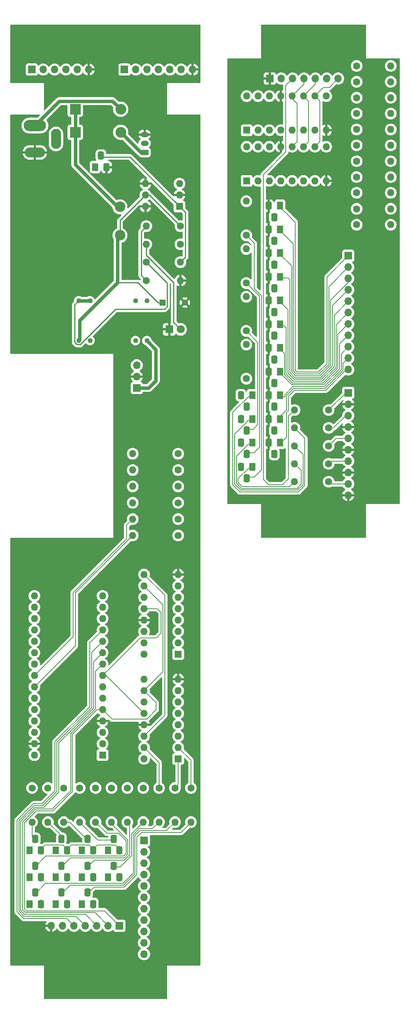
<source format=gbr>
%TF.GenerationSoftware,KiCad,Pcbnew,8.0.7*%
%TF.CreationDate,2025-07-02T12:24:07+01:00*%
%TF.ProjectId,KiCad,4b694361-642e-46b6-9963-61645f706362,v1*%
%TF.SameCoordinates,Original*%
%TF.FileFunction,Copper,L1,Top*%
%TF.FilePolarity,Positive*%
%FSLAX46Y46*%
G04 Gerber Fmt 4.6, Leading zero omitted, Abs format (unit mm)*
G04 Created by KiCad (PCBNEW 8.0.7) date 2025-07-02 12:24:07*
%MOMM*%
%LPD*%
G01*
G04 APERTURE LIST*
G04 Aperture macros list*
%AMRoundRect*
0 Rectangle with rounded corners*
0 $1 Rounding radius*
0 $2 $3 $4 $5 $6 $7 $8 $9 X,Y pos of 4 corners*
0 Add a 4 corners polygon primitive as box body*
4,1,4,$2,$3,$4,$5,$6,$7,$8,$9,$2,$3,0*
0 Add four circle primitives for the rounded corners*
1,1,$1+$1,$2,$3*
1,1,$1+$1,$4,$5*
1,1,$1+$1,$6,$7*
1,1,$1+$1,$8,$9*
0 Add four rect primitives between the rounded corners*
20,1,$1+$1,$2,$3,$4,$5,0*
20,1,$1+$1,$4,$5,$6,$7,0*
20,1,$1+$1,$6,$7,$8,$9,0*
20,1,$1+$1,$8,$9,$2,$3,0*%
G04 Aperture macros list end*
%TA.AperFunction,ComponentPad*%
%ADD10R,1.320800X1.320800*%
%TD*%
%TA.AperFunction,ComponentPad*%
%ADD11C,1.320800*%
%TD*%
%TA.AperFunction,ComponentPad*%
%ADD12R,2.400000X2.400000*%
%TD*%
%TA.AperFunction,ComponentPad*%
%ADD13O,2.400000X2.400000*%
%TD*%
%TA.AperFunction,ComponentPad*%
%ADD14RoundRect,0.250000X0.625000X-0.350000X0.625000X0.350000X-0.625000X0.350000X-0.625000X-0.350000X0*%
%TD*%
%TA.AperFunction,ComponentPad*%
%ADD15O,1.750000X1.200000*%
%TD*%
%TA.AperFunction,ComponentPad*%
%ADD16C,1.600000*%
%TD*%
%TA.AperFunction,ComponentPad*%
%ADD17O,1.600000X1.600000*%
%TD*%
%TA.AperFunction,ComponentPad*%
%ADD18R,1.350000X1.800000*%
%TD*%
%TA.AperFunction,ComponentPad*%
%ADD19RoundRect,0.337500X0.337500X0.562500X-0.337500X0.562500X-0.337500X-0.562500X0.337500X-0.562500X0*%
%TD*%
%TA.AperFunction,ComponentPad*%
%ADD20RoundRect,0.337500X-0.337500X-0.562500X0.337500X-0.562500X0.337500X0.562500X-0.337500X0.562500X0*%
%TD*%
%TA.AperFunction,ComponentPad*%
%ADD21R,1.600000X1.600000*%
%TD*%
%TA.AperFunction,ComponentPad*%
%ADD22R,1.800000X1.800000*%
%TD*%
%TA.AperFunction,ComponentPad*%
%ADD23C,1.800000*%
%TD*%
%TA.AperFunction,ComponentPad*%
%ADD24R,1.700000X1.700000*%
%TD*%
%TA.AperFunction,ComponentPad*%
%ADD25O,1.700000X1.700000*%
%TD*%
%TA.AperFunction,ComponentPad*%
%ADD26O,5.000000X2.500000*%
%TD*%
%TA.AperFunction,ComponentPad*%
%ADD27O,4.500000X2.250000*%
%TD*%
%TA.AperFunction,ComponentPad*%
%ADD28O,2.250000X4.500000*%
%TD*%
%TA.AperFunction,ComponentPad*%
%ADD29C,1.117600*%
%TD*%
%TA.AperFunction,ComponentPad*%
%ADD30C,2.336800*%
%TD*%
%TA.AperFunction,Conductor*%
%ADD31C,0.200000*%
%TD*%
%TA.AperFunction,Conductor*%
%ADD32C,0.762000*%
%TD*%
%TA.AperFunction,Conductor*%
%ADD33C,0.254000*%
%TD*%
G04 APERTURE END LIST*
D10*
%TO.P,C1,1*%
%TO.N,Net-(SW1-B)*%
X72000000Y-222000000D03*
D11*
%TO.P,C1,2*%
%TO.N,GND*%
X76999990Y-222000000D03*
%TD*%
D12*
%TO.P,D2,1,K*%
%TO.N,Net-(D1-K)*%
X52500000Y-184000000D03*
D13*
%TO.P,D2,2,A*%
%TO.N,Net-(BT1-+)*%
X62660000Y-184000000D03*
%TD*%
D12*
%TO.P,D1,1,K*%
%TO.N,Net-(D1-K)*%
X52500000Y-178850000D03*
D13*
%TO.P,D1,2,A*%
%TO.N,Net-(D1-A)*%
X62660000Y-178850000D03*
%TD*%
D14*
%TO.P,BT1,1,+*%
%TO.N,Net-(BT1-+)*%
X68000000Y-188500000D03*
D15*
%TO.P,BT1,2*%
%TO.N,N/C*%
X68000000Y-186500000D03*
%TO.P,BT1,3,-*%
%TO.N,GND*%
X68000000Y-184500000D03*
%TD*%
D16*
%TO.P,R47,1*%
%TO.N,Net-(D8-A)*%
X109120000Y-262000000D03*
D17*
%TO.P,R47,2*%
%TO.N,Net-(Q23-C)*%
X101500000Y-262000000D03*
%TD*%
D18*
%TO.P,Q14,1,C*%
%TO.N,/LED Matrix/GND3*%
X98270000Y-210979492D03*
D19*
%TO.P,Q14,2,B*%
%TO.N,Net-(Q14-B)*%
X97000000Y-213529492D03*
%TO.P,Q14,3,E*%
%TO.N,GND*%
X95730000Y-210979492D03*
%TD*%
D18*
%TO.P,Q12,1,C*%
%TO.N,/LED Matrix/GND1*%
X98270000Y-200397656D03*
D19*
%TO.P,Q12,2,B*%
%TO.N,Net-(Q12-B)*%
X97000000Y-202947656D03*
%TO.P,Q12,3,E*%
%TO.N,GND*%
X95730000Y-200397656D03*
%TD*%
D16*
%TO.P,R49,1*%
%TO.N,Net-(Q19-B)*%
X90730000Y-228333332D03*
D17*
%TO.P,R49,2*%
%TO.N,Net-(U9-QE)*%
X90730000Y-220713332D03*
%TD*%
D18*
%TO.P,Q27,1,C*%
%TO.N,Net-(Q27-C)*%
X56960000Y-191775000D03*
D20*
%TO.P,Q27,2,B*%
%TO.N,Net-(Q27-B)*%
X58230000Y-189225000D03*
%TO.P,Q27,3,E*%
%TO.N,GND*%
X59500000Y-191775000D03*
%TD*%
D16*
%TO.P,R42,1*%
%TO.N,Net-(D5-A)*%
X109120000Y-250000000D03*
D17*
%TO.P,R42,2*%
%TO.N,Net-(Q17-C)*%
X101500000Y-250000000D03*
%TD*%
D16*
%TO.P,R43,1*%
%TO.N,Net-(U9-QA)*%
X115380000Y-197500000D03*
D17*
%TO.P,R43,2*%
%TO.N,Net-(Q24-B)*%
X123000000Y-197500000D03*
%TD*%
D16*
%TO.P,R1,1*%
%TO.N,Net-(U1-QA)*%
X42850000Y-330380000D03*
D17*
%TO.P,R1,2*%
%TO.N,Net-(Q1-B)*%
X42850000Y-338000000D03*
%TD*%
D21*
%TO.P,U6,1,QB*%
%TO.N,Net-(U6-QB)*%
X90800000Y-183532757D03*
D17*
%TO.P,U6,2,QC*%
%TO.N,Net-(U6-QC)*%
X93340000Y-183532757D03*
%TO.P,U6,3,QD*%
%TO.N,Net-(U6-QD)*%
X95880000Y-183532757D03*
%TO.P,U6,4,QE*%
%TO.N,Net-(U6-QE)*%
X98420000Y-183532757D03*
%TO.P,U6,5,QF*%
%TO.N,Net-(U6-QF)*%
X100960000Y-183532757D03*
%TO.P,U6,6,QG*%
%TO.N,Net-(U6-QG)*%
X103500000Y-183532757D03*
%TO.P,U6,7,QH*%
%TO.N,Net-(U6-QH)*%
X106040000Y-183532757D03*
%TO.P,U6,8,GND*%
%TO.N,GND*%
X108580000Y-183532757D03*
%TO.P,U6,9,QH'*%
%TO.N,Net-(U6-QH')*%
X108580000Y-175912757D03*
%TO.P,U6,10,~{SRCLR}*%
%TO.N,Net-(A1-D2)*%
X106040000Y-175912757D03*
%TO.P,U6,11,SRCLK*%
%TO.N,Net-(A1-D7)*%
X103500000Y-175912757D03*
%TO.P,U6,12,RCLK*%
%TO.N,Net-(A1-D8)*%
X100960000Y-175912757D03*
%TO.P,U6,13,~{OE}*%
%TO.N,GND*%
X98420000Y-175912757D03*
%TO.P,U6,14,SER*%
%TO.N,Net-(A1-D6)*%
X95880000Y-175912757D03*
%TO.P,U6,15,QA*%
%TO.N,Net-(U6-QA)*%
X93340000Y-175912757D03*
%TO.P,U6,16,VCC*%
%TO.N,+5V*%
X90800000Y-175912757D03*
%TD*%
D16*
%TO.P,R35,1*%
%TO.N,Net-(R35-Pad1)*%
X68380000Y-213000000D03*
D17*
%TO.P,R35,2*%
%TO.N,Net-(Q27-B)*%
X76000000Y-213000000D03*
%TD*%
D18*
%TO.P,Q21,1,C*%
%TO.N,Net-(Q21-C)*%
X92040000Y-253306836D03*
D19*
%TO.P,Q21,2,B*%
%TO.N,Net-(Q21-B)*%
X90770000Y-255856836D03*
%TO.P,Q21,3,E*%
%TO.N,+5V*%
X89500000Y-253306836D03*
%TD*%
D16*
%TO.P,R17,1*%
%TO.N,+5V*%
X75500000Y-274000000D03*
D17*
%TO.P,R17,2*%
%TO.N,Net-(A1-SCL{slash}A5)*%
X65340000Y-274000000D03*
%TD*%
D18*
%TO.P,Q23,1,C*%
%TO.N,Net-(Q23-C)*%
X92040000Y-258725000D03*
D19*
%TO.P,Q23,2,B*%
%TO.N,Net-(Q23-B)*%
X90770000Y-261275000D03*
%TO.P,Q23,3,E*%
%TO.N,+5V*%
X89500000Y-258725000D03*
%TD*%
D16*
%TO.P,R34,1*%
%TO.N,Net-(R34-Pad1)*%
X76000000Y-209000000D03*
D17*
%TO.P,R34,2*%
%TO.N,Net-(D3-A)*%
X68380000Y-209000000D03*
%TD*%
D18*
%TO.P,Q4,1,C*%
%TO.N,/LED Matrix/5V4*%
X59853334Y-344275000D03*
D20*
%TO.P,Q4,2,B*%
%TO.N,Net-(Q4-B)*%
X61123334Y-341725000D03*
%TO.P,Q4,3,E*%
%TO.N,+5V*%
X62393334Y-344275000D03*
%TD*%
D21*
%TO.P,A1,1,TX1*%
%TO.N,unconnected-(A1-TX1-Pad1)*%
X58610000Y-323050000D03*
D17*
%TO.P,A1,2,RX1*%
%TO.N,unconnected-(A1-RX1-Pad2)*%
X58610000Y-320510000D03*
%TO.P,A1,3,~{RESET}*%
%TO.N,unconnected-(A1-~{RESET}-Pad3)*%
X58610000Y-317970000D03*
%TO.P,A1,4,GND*%
%TO.N,GND*%
X58610000Y-315430000D03*
%TO.P,A1,5,D2*%
%TO.N,Net-(A1-D2)*%
X58610000Y-312890000D03*
%TO.P,A1,6,D3*%
%TO.N,Net-(A1-D3)*%
X58610000Y-310350000D03*
%TO.P,A1,7,D4*%
%TO.N,Net-(A1-D4)*%
X58610000Y-307810000D03*
%TO.P,A1,8,D5*%
%TO.N,Net-(A1-D5)*%
X58610000Y-305270000D03*
%TO.P,A1,9,D6*%
%TO.N,Net-(A1-D6)*%
X58610000Y-302730000D03*
%TO.P,A1,10,D7*%
%TO.N,Net-(A1-D7)*%
X58610000Y-300190000D03*
%TO.P,A1,11,D8*%
%TO.N,Net-(A1-D8)*%
X58610000Y-297650000D03*
%TO.P,A1,12,D9*%
%TO.N,Net-(A1-D9)*%
X58610000Y-295110000D03*
%TO.P,A1,13,D10*%
%TO.N,unconnected-(A1-D10-Pad13)*%
X58610000Y-292570000D03*
%TO.P,A1,14,MOSI*%
%TO.N,unconnected-(A1-MOSI-Pad14)*%
X58610000Y-290030000D03*
%TO.P,A1,15,MISO*%
%TO.N,unconnected-(A1-MISO-Pad15)*%
X58610000Y-287490000D03*
%TO.P,A1,16,SCK*%
%TO.N,unconnected-(A1-SCK-Pad16)*%
X43370000Y-287490000D03*
%TO.P,A1,17,3V3*%
%TO.N,unconnected-(A1-3V3-Pad17)*%
X43370000Y-290030000D03*
%TO.P,A1,18,AREF*%
%TO.N,unconnected-(A1-AREF-Pad18)*%
X43370000Y-292570000D03*
%TO.P,A1,19,A0*%
%TO.N,Net-(A1-A0)*%
X43370000Y-295110000D03*
%TO.P,A1,20,A1*%
%TO.N,Net-(A1-A1)*%
X43370000Y-297650000D03*
%TO.P,A1,21,A2*%
%TO.N,Net-(A1-A2)*%
X43370000Y-300190000D03*
%TO.P,A1,22,A3*%
%TO.N,Net-(A1-A3)*%
X43370000Y-302730000D03*
%TO.P,A1,23,SDA/A4*%
%TO.N,Net-(A1-SDA{slash}A4)*%
X43370000Y-305270000D03*
%TO.P,A1,24,SCL/A5*%
%TO.N,Net-(A1-SCL{slash}A5)*%
X43370000Y-307810000D03*
%TO.P,A1,25,A6*%
%TO.N,unconnected-(A1-A6-Pad25)*%
X43370000Y-310350000D03*
%TO.P,A1,26,A7*%
%TO.N,unconnected-(A1-A7-Pad26)*%
X43370000Y-312890000D03*
%TO.P,A1,27,+5V*%
%TO.N,+5V*%
X43370000Y-315430000D03*
%TO.P,A1,28,~{RESET}*%
%TO.N,unconnected-(A1-~{RESET}-Pad28)*%
X43370000Y-317970000D03*
%TO.P,A1,29,GND*%
%TO.N,GND*%
X43370000Y-320510000D03*
%TO.P,A1,30,VIN*%
%TO.N,unconnected-(A1-VIN-Pad30)*%
X43370000Y-323050000D03*
%TD*%
D18*
%TO.P,Q15,1,C*%
%TO.N,/LED Matrix/GND4*%
X98270000Y-216270410D03*
D19*
%TO.P,Q15,2,B*%
%TO.N,Net-(Q15-B)*%
X97000000Y-218820410D03*
%TO.P,Q15,3,E*%
%TO.N,GND*%
X95730000Y-216270410D03*
%TD*%
D18*
%TO.P,Q20,1,C*%
%TO.N,/LED Matrix/GND7*%
X98270000Y-232143164D03*
D19*
%TO.P,Q20,2,B*%
%TO.N,Net-(Q20-B)*%
X97000000Y-234693164D03*
%TO.P,Q20,3,E*%
%TO.N,GND*%
X95730000Y-232143164D03*
%TD*%
D22*
%TO.P,D3,1,K*%
%TO.N,GND*%
X73500000Y-228000000D03*
D23*
%TO.P,D3,2,A*%
%TO.N,Net-(D3-A)*%
X76040000Y-228000000D03*
%TD*%
D16*
%TO.P,R48,1*%
%TO.N,Net-(Q17-B)*%
X90730000Y-239000000D03*
D17*
%TO.P,R48,2*%
%TO.N,Net-(U9-QD)*%
X90730000Y-231380000D03*
%TD*%
D18*
%TO.P,Q22,1,C*%
%TO.N,/LED Matrix/GND8*%
X98270000Y-237434082D03*
D19*
%TO.P,Q22,2,B*%
%TO.N,Net-(Q22-B)*%
X97000000Y-239984082D03*
%TO.P,Q22,3,E*%
%TO.N,GND*%
X95730000Y-237434082D03*
%TD*%
D16*
%TO.P,R52,1*%
%TO.N,Net-(Q23-B)*%
X90730000Y-207000000D03*
D17*
%TO.P,R52,2*%
%TO.N,Net-(U9-QG)*%
X90730000Y-199380000D03*
%TD*%
D24*
%TO.P,REF\u002A\u002A,1*%
%TO.N,GND*%
X96000000Y-172000000D03*
D25*
%TO.P,REF\u002A\u002A,2*%
%TO.N,+5V*%
X98540000Y-172000000D03*
%TO.P,REF\u002A\u002A,3*%
%TO.N,Net-(A1-D9)*%
X101080000Y-172000000D03*
%TO.P,REF\u002A\u002A,4*%
%TO.N,Net-(A1-D8)*%
X103620000Y-172000000D03*
%TO.P,REF\u002A\u002A,5*%
%TO.N,Net-(A1-D7)*%
X106160000Y-172000000D03*
%TO.P,REF\u002A\u002A,6*%
%TO.N,Net-(A1-D6)*%
X108700000Y-172000000D03*
%TO.P,REF\u002A\u002A,7*%
%TO.N,Net-(A1-D2)*%
X111240000Y-172000000D03*
%TD*%
D18*
%TO.P,Q18,1,C*%
%TO.N,/LED Matrix/GND6*%
X98270000Y-226852246D03*
D19*
%TO.P,Q18,2,B*%
%TO.N,Net-(Q18-B)*%
X97000000Y-229402246D03*
%TO.P,Q18,3,E*%
%TO.N,GND*%
X95730000Y-226852246D03*
%TD*%
D16*
%TO.P,R44,1*%
%TO.N,Net-(D6-A)*%
X109120000Y-254000000D03*
D17*
%TO.P,R44,2*%
%TO.N,Net-(Q19-C)*%
X101500000Y-254000000D03*
%TD*%
D18*
%TO.P,Q1,1,C*%
%TO.N,/LED Matrix/5V1*%
X42293334Y-344275000D03*
D20*
%TO.P,Q1,2,B*%
%TO.N,Net-(Q1-B)*%
X43563334Y-341725000D03*
%TO.P,Q1,3,E*%
%TO.N,+5V*%
X44833334Y-344275000D03*
%TD*%
D16*
%TO.P,R29,1*%
%TO.N,Net-(U6-QA)*%
X115380000Y-169184860D03*
D17*
%TO.P,R29,2*%
%TO.N,Net-(Q12-B)*%
X123000000Y-169184860D03*
%TD*%
D16*
%TO.P,R31,1*%
%TO.N,Net-(U6-QC)*%
X115380000Y-176274900D03*
D17*
%TO.P,R31,2*%
%TO.N,Net-(Q14-B)*%
X123000000Y-176274900D03*
%TD*%
D18*
%TO.P,Q9,1,C*%
%TO.N,/LED Matrix/5V9*%
X42293334Y-356275000D03*
D20*
%TO.P,Q9,2,B*%
%TO.N,Net-(Q9-B)*%
X43563334Y-353725000D03*
%TO.P,Q9,3,E*%
%TO.N,+5V*%
X44833334Y-356275000D03*
%TD*%
D16*
%TO.P,R5,1*%
%TO.N,Net-(U1-QE)*%
X57050000Y-330380000D03*
D17*
%TO.P,R5,2*%
%TO.N,Net-(Q5-B)*%
X57050000Y-338000000D03*
%TD*%
D18*
%TO.P,Q3,1,C*%
%TO.N,/LED Matrix/5V3*%
X54000000Y-344275000D03*
D20*
%TO.P,Q3,2,B*%
%TO.N,Net-(Q3-B)*%
X55270000Y-341725000D03*
%TO.P,Q3,3,E*%
%TO.N,+5V*%
X56540000Y-344275000D03*
%TD*%
D24*
%TO.P,U5,1,VIN*%
%TO.N,Net-(U5-VIN)*%
X66250000Y-241080000D03*
D25*
%TO.P,U5,2,GND*%
%TO.N,GND*%
X66250000Y-238540000D03*
%TO.P,U5,3,VOUT*%
%TO.N,+5V*%
X66250000Y-236000000D03*
%TD*%
D24*
%TO.P,J2,1,Pin_1*%
%TO.N,/LED Matrix/GND1*%
X113500000Y-211572757D03*
D25*
%TO.P,J2,2,Pin_2*%
%TO.N,/LED Matrix/GND2*%
X113500000Y-214112757D03*
%TO.P,J2,3,Pin_3*%
%TO.N,/LED Matrix/GND3*%
X113500000Y-216652757D03*
%TO.P,J2,4,Pin_4*%
%TO.N,/LED Matrix/GND4*%
X113500000Y-219192757D03*
%TO.P,J2,5,Pin_5*%
%TO.N,/LED Matrix/GND5*%
X113500000Y-221732757D03*
%TO.P,J2,6,Pin_6*%
%TO.N,/LED Matrix/GND6*%
X113500000Y-224272757D03*
%TO.P,J2,7,Pin_7*%
%TO.N,/LED Matrix/GND7*%
X113500000Y-226812757D03*
%TO.P,J2,8,Pin_8*%
%TO.N,/LED Matrix/GND8*%
X113500000Y-229352757D03*
%TO.P,J2,9,Pin_9*%
%TO.N,/LED Matrix/GND9*%
X113500000Y-231892757D03*
%TO.P,J2,10,Pin_10*%
%TO.N,/LED Matrix/GND10*%
X113500000Y-234432757D03*
%TO.P,J2,11,Pin_11*%
%TO.N,/LED Matrix/GND11*%
X113500000Y-236972757D03*
%TD*%
D18*
%TO.P,Q24,1,C*%
%TO.N,/LED Matrix/GND9*%
X98270000Y-242725000D03*
D19*
%TO.P,Q24,2,B*%
%TO.N,Net-(Q24-B)*%
X97000000Y-245275000D03*
%TO.P,Q24,3,E*%
%TO.N,GND*%
X95730000Y-242725000D03*
%TD*%
D21*
%TO.P,U1,1,QB*%
%TO.N,Net-(U1-QB)*%
X75500000Y-300500000D03*
D17*
%TO.P,U1,2,QC*%
%TO.N,Net-(U1-QC)*%
X75500000Y-297960000D03*
%TO.P,U1,3,QD*%
%TO.N,Net-(U1-QD)*%
X75500000Y-295420000D03*
%TO.P,U1,4,QE*%
%TO.N,Net-(U1-QE)*%
X75500000Y-292880000D03*
%TO.P,U1,5,QF*%
%TO.N,Net-(U1-QF)*%
X75500000Y-290340000D03*
%TO.P,U1,6,QG*%
%TO.N,Net-(U1-QG)*%
X75500000Y-287800000D03*
%TO.P,U1,7,QH*%
%TO.N,Net-(U1-QH)*%
X75500000Y-285260000D03*
%TO.P,U1,8,GND*%
%TO.N,GND*%
X75500000Y-282720000D03*
%TO.P,U1,9,QH'*%
%TO.N,Net-(U1-QH')*%
X67880000Y-282720000D03*
%TO.P,U1,10,~{SRCLR}*%
%TO.N,Net-(A1-D2)*%
X67880000Y-285260000D03*
%TO.P,U1,11,SRCLK*%
%TO.N,Net-(A1-D4)*%
X67880000Y-287800000D03*
%TO.P,U1,12,RCLK*%
%TO.N,Net-(A1-D5)*%
X67880000Y-290340000D03*
%TO.P,U1,13,~{OE}*%
%TO.N,GND*%
X67880000Y-292880000D03*
%TO.P,U1,14,SER*%
%TO.N,Net-(A1-D3)*%
X67880000Y-295420000D03*
%TO.P,U1,15,QA*%
%TO.N,Net-(U1-QA)*%
X67880000Y-297960000D03*
%TO.P,U1,16,VCC*%
%TO.N,+5V*%
X67880000Y-300500000D03*
%TD*%
D18*
%TO.P,Q17,1,C*%
%TO.N,Net-(Q17-C)*%
X92040000Y-242725000D03*
D19*
%TO.P,Q17,2,B*%
%TO.N,Net-(Q17-B)*%
X90770000Y-245275000D03*
%TO.P,Q17,3,E*%
%TO.N,+5V*%
X89500000Y-242725000D03*
%TD*%
D16*
%TO.P,R8,1*%
%TO.N,Net-(U1-QH)*%
X67700000Y-330380000D03*
D17*
%TO.P,R8,2*%
%TO.N,Net-(Q8-B)*%
X67700000Y-338000000D03*
%TD*%
D24*
%TO.P,J1,1,Pin_1*%
%TO.N,/LED Matrix/5V1*%
X67850000Y-342070000D03*
D25*
%TO.P,J1,2,Pin_2*%
%TO.N,/LED Matrix/5V2*%
X67850000Y-344610000D03*
%TO.P,J1,3,Pin_3*%
%TO.N,/LED Matrix/5V3*%
X67850000Y-347150000D03*
%TO.P,J1,4,Pin_4*%
%TO.N,/LED Matrix/5V4*%
X67850000Y-349690000D03*
%TO.P,J1,5,Pin_5*%
%TO.N,/LED Matrix/5V5*%
X67850000Y-352230000D03*
%TO.P,J1,6,Pin_6*%
%TO.N,/LED Matrix/5V6*%
X67850000Y-354770000D03*
%TO.P,J1,7,Pin_7*%
%TO.N,/LED Matrix/5V7*%
X67850000Y-357310000D03*
%TO.P,J1,8,Pin_8*%
%TO.N,/LED Matrix/5V8*%
X67850000Y-359850000D03*
%TO.P,J1,9,Pin_9*%
%TO.N,/LED Matrix/5V9*%
X67850000Y-362390000D03*
%TO.P,J1,10,Pin_10*%
%TO.N,/LED Matrix/5V10*%
X67850000Y-364930000D03*
%TO.P,J1,11,Pin_11*%
%TO.N,/LED Matrix/5V11*%
X67850000Y-367470000D03*
%TD*%
D18*
%TO.P,Q11,1,C*%
%TO.N,/LED Matrix/5V11*%
X54000000Y-356275000D03*
D20*
%TO.P,Q11,2,B*%
%TO.N,Net-(Q11-B)*%
X55270000Y-353725000D03*
%TO.P,Q11,3,E*%
%TO.N,+5V*%
X56540000Y-356275000D03*
%TD*%
D16*
%TO.P,R14,1*%
%TO.N,+5V*%
X75500000Y-259400000D03*
D17*
%TO.P,R14,2*%
%TO.N,Net-(A1-A2)*%
X65340000Y-259400000D03*
%TD*%
D18*
%TO.P,Q13,1,C*%
%TO.N,/LED Matrix/GND2*%
X98270000Y-205688574D03*
D19*
%TO.P,Q13,2,B*%
%TO.N,Net-(Q13-B)*%
X97000000Y-208238574D03*
%TO.P,Q13,3,E*%
%TO.N,GND*%
X95730000Y-205688574D03*
%TD*%
D26*
%TO.P,J3,1*%
%TO.N,Net-(D1-A)*%
X43500000Y-182500000D03*
D27*
%TO.P,J3,2*%
%TO.N,GND*%
X43500000Y-188500000D03*
D28*
%TO.P,J3,3*%
%TO.N,unconnected-(J3-Pad3)*%
X48200000Y-185500000D03*
%TD*%
D16*
%TO.P,R37,1*%
%TO.N,Net-(U6-QF)*%
X115380000Y-186909960D03*
D17*
%TO.P,R37,2*%
%TO.N,Net-(Q18-B)*%
X123000000Y-186909960D03*
%TD*%
D24*
%TO.P,U3,1,VDD*%
%TO.N,+5V*%
X63500000Y-170000000D03*
D25*
%TO.P,U3,2,OUT1*%
%TO.N,unconnected-(U3-OUT1-Pad2)*%
X66040000Y-170000000D03*
%TO.P,U3,3,OUT2*%
%TO.N,Net-(A1-A0)*%
X68580000Y-170000000D03*
%TO.P,U3,4,OUT3*%
%TO.N,Net-(A1-A1)*%
X71120000Y-170000000D03*
%TO.P,U3,5,OUT4*%
%TO.N,Net-(A1-A2)*%
X73660000Y-170000000D03*
%TO.P,U3,6,OUT5*%
%TO.N,Net-(A1-A3)*%
X76200000Y-170000000D03*
%TO.P,U3,7,GND*%
%TO.N,GND*%
X78740000Y-170000000D03*
%TD*%
D16*
%TO.P,R40,1*%
%TO.N,Net-(D4-A)*%
X109120000Y-246000000D03*
D17*
%TO.P,R40,2*%
%TO.N,Net-(A1-D9)*%
X101500000Y-246000000D03*
%TD*%
D29*
%TO.P,U7,1*%
%TO.N,Net-(R34-Pad1)*%
X68500000Y-221610000D03*
%TO.P,U7,2*%
%TO.N,Net-(Q27-C)*%
X65960000Y-221610000D03*
%TO.P,U7,6*%
%TO.N,Net-(R35-Pad1)*%
X55800000Y-221610000D03*
%TO.P,U7,7*%
X53260000Y-221610000D03*
%TO.P,U7,8*%
%TO.N,Net-(SW1-B)*%
X53260000Y-230500000D03*
%TO.P,U7,9*%
%TO.N,unconnected-(U7-Pad9)*%
X55800000Y-230500000D03*
%TO.P,U7,13*%
%TO.N,unconnected-(U7-Pad13)*%
X65960000Y-230500000D03*
%TO.P,U7,14*%
%TO.N,Net-(U5-VIN)*%
X68500000Y-230500000D03*
%TD*%
D16*
%TO.P,R38,1*%
%TO.N,Net-(U8-SENSE)*%
X68380000Y-217100000D03*
D17*
%TO.P,R38,2*%
%TO.N,GND*%
X76000000Y-217100000D03*
%TD*%
D18*
%TO.P,Q26,1,C*%
%TO.N,/LED Matrix/GND11*%
X98270000Y-253306836D03*
D19*
%TO.P,Q26,2,B*%
%TO.N,Net-(Q26-B)*%
X97000000Y-255856836D03*
%TO.P,Q26,3,E*%
%TO.N,GND*%
X95730000Y-253306836D03*
%TD*%
D18*
%TO.P,Q7,1,C*%
%TO.N,/LED Matrix/5V7*%
X54000000Y-350275000D03*
D20*
%TO.P,Q7,2,B*%
%TO.N,Net-(Q7-B)*%
X55270000Y-347725000D03*
%TO.P,Q7,3,E*%
%TO.N,+5V*%
X56540000Y-350275000D03*
%TD*%
D16*
%TO.P,R33,1*%
%TO.N,Net-(U6-QD)*%
X115380000Y-179819920D03*
D17*
%TO.P,R33,2*%
%TO.N,Net-(Q15-B)*%
X123000000Y-179819920D03*
%TD*%
D18*
%TO.P,Q25,1,C*%
%TO.N,/LED Matrix/GND10*%
X98270000Y-248015918D03*
D19*
%TO.P,Q25,2,B*%
%TO.N,Net-(Q25-B)*%
X97000000Y-250565918D03*
%TO.P,Q25,3,E*%
%TO.N,GND*%
X95730000Y-248015918D03*
%TD*%
D16*
%TO.P,R3,1*%
%TO.N,Net-(U1-QC)*%
X49950000Y-330380000D03*
D17*
%TO.P,R3,2*%
%TO.N,Net-(Q3-B)*%
X49950000Y-338000000D03*
%TD*%
D21*
%TO.P,U2,1,QB*%
%TO.N,Net-(U2-QB)*%
X75500000Y-323875000D03*
D17*
%TO.P,U2,2,QC*%
%TO.N,Net-(U2-QC)*%
X75500000Y-321335000D03*
%TO.P,U2,3,QD*%
%TO.N,unconnected-(U2-QD-Pad3)*%
X75500000Y-318795000D03*
%TO.P,U2,4,QE*%
%TO.N,unconnected-(U2-QE-Pad4)*%
X75500000Y-316255000D03*
%TO.P,U2,5,QF*%
%TO.N,unconnected-(U2-QF-Pad5)*%
X75500000Y-313715000D03*
%TO.P,U2,6,QG*%
%TO.N,unconnected-(U2-QG-Pad6)*%
X75500000Y-311175000D03*
%TO.P,U2,7,QH*%
%TO.N,unconnected-(U2-QH-Pad7)*%
X75500000Y-308635000D03*
%TO.P,U2,8,GND*%
%TO.N,GND*%
X75500000Y-306095000D03*
%TO.P,U2,9,QH'*%
%TO.N,unconnected-(U2-QH'-Pad9)*%
X67880000Y-306095000D03*
%TO.P,U2,10,~{SRCLR}*%
%TO.N,Net-(A1-D2)*%
X67880000Y-308635000D03*
%TO.P,U2,11,SRCLK*%
%TO.N,Net-(A1-D4)*%
X67880000Y-311175000D03*
%TO.P,U2,12,RCLK*%
%TO.N,Net-(A1-D5)*%
X67880000Y-313715000D03*
%TO.P,U2,13,~{OE}*%
%TO.N,GND*%
X67880000Y-316255000D03*
%TO.P,U2,14,SER*%
%TO.N,Net-(U1-QH')*%
X67880000Y-318795000D03*
%TO.P,U2,15,QA*%
%TO.N,Net-(U2-QA)*%
X67880000Y-321335000D03*
%TO.P,U2,16,VCC*%
%TO.N,+5V*%
X67880000Y-323875000D03*
%TD*%
D30*
%TO.P,SW1,1,A*%
%TO.N,Net-(D1-K)*%
X62500000Y-200650000D03*
%TO.P,SW1,2,B*%
%TO.N,Net-(SW1-B)*%
X62500000Y-207000000D03*
%TD*%
D18*
%TO.P,Q19,1,C*%
%TO.N,Net-(Q19-C)*%
X92040000Y-248015918D03*
D19*
%TO.P,Q19,2,B*%
%TO.N,Net-(Q19-B)*%
X90770000Y-250565918D03*
%TO.P,Q19,3,E*%
%TO.N,+5V*%
X89500000Y-248015918D03*
%TD*%
D18*
%TO.P,Q8,1,C*%
%TO.N,/LED Matrix/5V8*%
X59853334Y-350275000D03*
D20*
%TO.P,Q8,2,B*%
%TO.N,Net-(Q8-B)*%
X61123334Y-347725000D03*
%TO.P,Q8,3,E*%
%TO.N,+5V*%
X62393334Y-350275000D03*
%TD*%
D16*
%TO.P,R6,1*%
%TO.N,Net-(U1-QF)*%
X60600000Y-330380000D03*
D17*
%TO.P,R6,2*%
%TO.N,Net-(Q6-B)*%
X60600000Y-338000000D03*
%TD*%
D16*
%TO.P,R4,1*%
%TO.N,Net-(U1-QD)*%
X53500000Y-330380000D03*
D17*
%TO.P,R4,2*%
%TO.N,Net-(Q4-B)*%
X53500000Y-338000000D03*
%TD*%
D16*
%TO.P,R30,1*%
%TO.N,Net-(U6-QB)*%
X115380000Y-172729880D03*
D17*
%TO.P,R30,2*%
%TO.N,Net-(Q13-B)*%
X123000000Y-172729880D03*
%TD*%
D16*
%TO.P,R10,1*%
%TO.N,Net-(U2-QB)*%
X74800000Y-330380000D03*
D17*
%TO.P,R10,2*%
%TO.N,Net-(Q10-B)*%
X74800000Y-338000000D03*
%TD*%
D24*
%TO.P,REF\u002A\u002A,1*%
%TO.N,Net-(A1-D2)*%
X62390000Y-361125000D03*
D25*
%TO.P,REF\u002A\u002A,2*%
%TO.N,Net-(A1-D6)*%
X59850000Y-361125000D03*
%TO.P,REF\u002A\u002A,3*%
%TO.N,Net-(A1-D7)*%
X57310000Y-361125000D03*
%TO.P,REF\u002A\u002A,4*%
%TO.N,Net-(A1-D8)*%
X54770000Y-361125000D03*
%TO.P,REF\u002A\u002A,5*%
%TO.N,Net-(A1-D9)*%
X52230000Y-361125000D03*
%TO.P,REF\u002A\u002A,6*%
%TO.N,+5V*%
X49690000Y-361125000D03*
%TO.P,REF\u002A\u002A,7*%
%TO.N,GND*%
X47150000Y-361125000D03*
%TD*%
D16*
%TO.P,R7,1*%
%TO.N,Net-(U1-QG)*%
X64150000Y-330380000D03*
D17*
%TO.P,R7,2*%
%TO.N,Net-(Q7-B)*%
X64150000Y-338000000D03*
%TD*%
D18*
%TO.P,Q6,1,C*%
%TO.N,/LED Matrix/5V6*%
X48146667Y-350275000D03*
D20*
%TO.P,Q6,2,B*%
%TO.N,Net-(Q6-B)*%
X49416667Y-347725000D03*
%TO.P,Q6,3,E*%
%TO.N,+5V*%
X50686667Y-350275000D03*
%TD*%
D16*
%TO.P,R11,1*%
%TO.N,Net-(U2-QC)*%
X78350000Y-330380000D03*
D17*
%TO.P,R11,2*%
%TO.N,Net-(Q11-B)*%
X78350000Y-338000000D03*
%TD*%
D18*
%TO.P,Q10,1,C*%
%TO.N,/LED Matrix/5V10*%
X48146667Y-356275000D03*
D20*
%TO.P,Q10,2,B*%
%TO.N,Net-(Q10-B)*%
X49416667Y-353725000D03*
%TO.P,Q10,3,E*%
%TO.N,+5V*%
X50686667Y-356275000D03*
%TD*%
D16*
%TO.P,R9,1*%
%TO.N,Net-(U2-QA)*%
X71250000Y-330380000D03*
D17*
%TO.P,R9,2*%
%TO.N,Net-(Q9-B)*%
X71250000Y-338000000D03*
%TD*%
D16*
%TO.P,R45,1*%
%TO.N,Net-(D7-A)*%
X109120000Y-258000000D03*
D17*
%TO.P,R45,2*%
%TO.N,Net-(Q21-C)*%
X101500000Y-258000000D03*
%TD*%
D16*
%TO.P,R41,1*%
%TO.N,Net-(U6-QH)*%
X115380000Y-194000000D03*
D17*
%TO.P,R41,2*%
%TO.N,Net-(Q22-B)*%
X123000000Y-194000000D03*
%TD*%
D18*
%TO.P,Q2,1,C*%
%TO.N,/LED Matrix/5V2*%
X48146667Y-344275000D03*
D20*
%TO.P,Q2,2,B*%
%TO.N,Net-(Q2-B)*%
X49416667Y-341725000D03*
%TO.P,Q2,3,E*%
%TO.N,+5V*%
X50686667Y-344275000D03*
%TD*%
D16*
%TO.P,R12,1*%
%TO.N,+5V*%
X75500000Y-266700000D03*
D17*
%TO.P,R12,2*%
%TO.N,Net-(A1-A0)*%
X65340000Y-266700000D03*
%TD*%
D16*
%TO.P,R51,1*%
%TO.N,Net-(Q21-B)*%
X90730000Y-217666666D03*
D17*
%TO.P,R51,2*%
%TO.N,Net-(U9-QF)*%
X90730000Y-210046666D03*
%TD*%
D18*
%TO.P,Q16,1,C*%
%TO.N,/LED Matrix/GND5*%
X98270000Y-221561328D03*
D19*
%TO.P,Q16,2,B*%
%TO.N,Net-(Q16-B)*%
X97000000Y-224111328D03*
%TO.P,Q16,3,E*%
%TO.N,GND*%
X95730000Y-221561328D03*
%TD*%
D16*
%TO.P,R2,1*%
%TO.N,Net-(U1-QB)*%
X46400000Y-330380000D03*
D17*
%TO.P,R2,2*%
%TO.N,Net-(Q2-B)*%
X46400000Y-338000000D03*
%TD*%
D16*
%TO.P,R39,1*%
%TO.N,Net-(U6-QG)*%
X115380000Y-190454980D03*
D17*
%TO.P,R39,2*%
%TO.N,Net-(Q20-B)*%
X123000000Y-190454980D03*
%TD*%
D16*
%TO.P,R46,1*%
%TO.N,Net-(U9-QB)*%
X115380000Y-201090040D03*
D17*
%TO.P,R46,2*%
%TO.N,Net-(Q25-B)*%
X123000000Y-201090040D03*
%TD*%
D16*
%TO.P,R36,1*%
%TO.N,Net-(U6-QE)*%
X115380000Y-183364940D03*
D17*
%TO.P,R36,2*%
%TO.N,Net-(Q16-B)*%
X123000000Y-183364940D03*
%TD*%
D16*
%TO.P,R16,1*%
%TO.N,+5V*%
X75500000Y-270350000D03*
D17*
%TO.P,R16,2*%
%TO.N,Net-(A1-SDA{slash}A4)*%
X65340000Y-270350000D03*
%TD*%
D18*
%TO.P,Q5,1,C*%
%TO.N,/LED Matrix/5V5*%
X42293334Y-350275000D03*
D20*
%TO.P,Q5,2,B*%
%TO.N,Net-(Q5-B)*%
X43563334Y-347725000D03*
%TO.P,Q5,3,E*%
%TO.N,+5V*%
X44833334Y-350275000D03*
%TD*%
D16*
%TO.P,R50,1*%
%TO.N,Net-(U9-QC)*%
X115380000Y-204635060D03*
D17*
%TO.P,R50,2*%
%TO.N,Net-(Q26-B)*%
X123000000Y-204635060D03*
%TD*%
D21*
%TO.P,U9,1,QB*%
%TO.N,Net-(U9-QB)*%
X90800000Y-194852757D03*
D17*
%TO.P,U9,2,QC*%
%TO.N,Net-(U9-QC)*%
X93340000Y-194852757D03*
%TO.P,U9,3,QD*%
%TO.N,Net-(U9-QD)*%
X95880000Y-194852757D03*
%TO.P,U9,4,QE*%
%TO.N,Net-(U9-QE)*%
X98420000Y-194852757D03*
%TO.P,U9,5,QF*%
%TO.N,Net-(U9-QF)*%
X100960000Y-194852757D03*
%TO.P,U9,6,QG*%
%TO.N,Net-(U9-QG)*%
X103500000Y-194852757D03*
%TO.P,U9,7,QH*%
%TO.N,unconnected-(U9-QH-Pad7)*%
X106040000Y-194852757D03*
%TO.P,U9,8,GND*%
%TO.N,GND*%
X108580000Y-194852757D03*
%TO.P,U9,9,QH'*%
%TO.N,unconnected-(U9-QH'-Pad9)*%
X108580000Y-187232757D03*
%TO.P,U9,10,~{SRCLR}*%
%TO.N,Net-(A1-D2)*%
X106040000Y-187232757D03*
%TO.P,U9,11,SRCLK*%
%TO.N,Net-(A1-D7)*%
X103500000Y-187232757D03*
%TO.P,U9,12,RCLK*%
%TO.N,Net-(A1-D8)*%
X100960000Y-187232757D03*
%TO.P,U9,13,~{OE}*%
%TO.N,GND*%
X98420000Y-187232757D03*
%TO.P,U9,14,SER*%
%TO.N,Net-(U6-QH')*%
X95880000Y-187232757D03*
%TO.P,U9,15,QA*%
%TO.N,Net-(U9-QA)*%
X93340000Y-187232757D03*
%TO.P,U9,16,VCC*%
%TO.N,+5V*%
X90800000Y-187232757D03*
%TD*%
D16*
%TO.P,R32,1*%
%TO.N,Net-(SW1-B)*%
X76000000Y-204950000D03*
D17*
%TO.P,R32,2*%
%TO.N,Net-(U8-SENSE)*%
X68380000Y-204950000D03*
%TD*%
D16*
%TO.P,R13,1*%
%TO.N,+5V*%
X75500000Y-263050000D03*
D17*
%TO.P,R13,2*%
%TO.N,Net-(A1-A1)*%
X65340000Y-263050000D03*
%TD*%
D24*
%TO.P,U4,1,32K*%
%TO.N,unconnected-(U4-32K-Pad1)*%
X42800000Y-170000000D03*
D25*
%TO.P,U4,2,SQW*%
%TO.N,unconnected-(U4-SQW-Pad2)*%
X45340000Y-170000000D03*
%TO.P,U4,3,SCL*%
%TO.N,Net-(A1-SCL{slash}A5)*%
X47880000Y-170000000D03*
%TO.P,U4,4,SDA*%
%TO.N,Net-(A1-SDA{slash}A4)*%
X50420000Y-170000000D03*
%TO.P,U4,5,VCC*%
%TO.N,+5V*%
X52960000Y-170000000D03*
%TO.P,U4,6,GND*%
%TO.N,GND*%
X55500000Y-170000000D03*
%TD*%
D16*
%TO.P,R15,1*%
%TO.N,+5V*%
X75500000Y-255750000D03*
D17*
%TO.P,R15,2*%
%TO.N,Net-(A1-A3)*%
X65340000Y-255750000D03*
%TD*%
D24*
%TO.P,J4,1,Pin_1*%
%TO.N,Net-(D4-A)*%
X113500000Y-242152757D03*
D25*
%TO.P,J4,2,Pin_2*%
%TO.N,GND*%
X113500000Y-244692757D03*
%TO.P,J4,3,Pin_3*%
%TO.N,Net-(D5-A)*%
X113500000Y-247232757D03*
%TO.P,J4,4,Pin_4*%
%TO.N,GND*%
X113500000Y-249772757D03*
%TO.P,J4,5,Pin_5*%
%TO.N,Net-(D6-A)*%
X113500000Y-252312757D03*
%TO.P,J4,6,Pin_6*%
%TO.N,GND*%
X113500000Y-254852757D03*
%TO.P,J4,7,Pin_7*%
%TO.N,Net-(D7-A)*%
X113500000Y-257392757D03*
%TO.P,J4,8,Pin_8*%
%TO.N,GND*%
X113500000Y-259932757D03*
%TO.P,J4,9,Pin_9*%
%TO.N,Net-(D8-A)*%
X113500000Y-262472757D03*
%TO.P,J4,10,Pin_10*%
%TO.N,GND*%
X113500000Y-265012757D03*
%TD*%
D21*
%TO.P,U8,1,OUT*%
%TO.N,Net-(Q27-B)*%
X75800000Y-200550000D03*
D17*
%TO.P,U8,2,GND*%
%TO.N,GND*%
X75800000Y-198010000D03*
%TO.P,U8,3,SENSE*%
%TO.N,Net-(U8-SENSE)*%
X75800000Y-195470000D03*
%TO.P,U8,4,GND*%
%TO.N,GND*%
X68180000Y-195470000D03*
%TO.P,U8,5,VDD*%
%TO.N,Net-(SW1-B)*%
X68180000Y-198010000D03*
%TO.P,U8,6,GND*%
%TO.N,GND*%
X68180000Y-200550000D03*
%TD*%
D31*
%TO.N,Net-(A1-SDA{slash}A4)*%
X64000000Y-274774314D02*
X52000000Y-286774314D01*
X65340000Y-270350000D02*
X64000000Y-271690000D01*
X52000000Y-286774314D02*
X52000000Y-296640000D01*
X52000000Y-296640000D02*
X43370000Y-305270000D01*
X64000000Y-271690000D02*
X64000000Y-274774314D01*
%TO.N,Net-(A1-D7)*%
X103210000Y-175622757D02*
X103500000Y-175912757D01*
X104600000Y-186132757D02*
X103500000Y-187232757D01*
X43462993Y-334700000D02*
X45431372Y-334700000D01*
X48800000Y-320331372D02*
X56600000Y-312531372D01*
X54785000Y-358600000D02*
X41231372Y-358600000D01*
X106160000Y-173252757D02*
X103500000Y-175912757D01*
X48800000Y-331331372D02*
X48800000Y-320331372D01*
X41231372Y-358600000D02*
X40300000Y-357668628D01*
X56600000Y-302200000D02*
X58610000Y-300190000D01*
X56600000Y-312531372D02*
X56600000Y-302200000D01*
X106160000Y-172000000D02*
X106160000Y-173252757D01*
X40300000Y-337862993D02*
X43462993Y-334700000D01*
X104600000Y-177012757D02*
X104600000Y-186132757D01*
X40300000Y-357668628D02*
X40300000Y-337862993D01*
X57310000Y-361125000D02*
X54785000Y-358600000D01*
X45431372Y-334700000D02*
X48800000Y-331331372D01*
X103500000Y-175912757D02*
X104600000Y-177012757D01*
%TO.N,Net-(A1-D8)*%
X39900000Y-337697307D02*
X43297307Y-334300000D01*
X103620000Y-173252757D02*
X100960000Y-175912757D01*
X43297307Y-334300000D02*
X45265686Y-334300000D01*
X100960000Y-175912757D02*
X100960000Y-176460000D01*
X39900000Y-357834314D02*
X39900000Y-337697307D01*
X52645000Y-359000000D02*
X41065686Y-359000000D01*
X102060000Y-177560000D02*
X102060000Y-186132757D01*
X100670000Y-175622757D02*
X100960000Y-175912757D01*
X41065686Y-359000000D02*
X39900000Y-357834314D01*
X54770000Y-361125000D02*
X52645000Y-359000000D01*
X56143653Y-300116347D02*
X58610000Y-297650000D01*
X102060000Y-186132757D02*
X100960000Y-187232757D01*
X48400000Y-320165686D02*
X56143653Y-312422033D01*
X103620000Y-172000000D02*
X103620000Y-173252757D01*
X56143653Y-312422033D02*
X56143653Y-300116347D01*
X100960000Y-176460000D02*
X102060000Y-177560000D01*
X45265686Y-334300000D02*
X48400000Y-331165686D01*
X48400000Y-331165686D02*
X48400000Y-320165686D01*
%TO.N,Net-(A1-D5)*%
X67020000Y-296860000D02*
X70640000Y-296860000D01*
X71700000Y-295800000D02*
X71700000Y-291200000D01*
X70840000Y-290340000D02*
X67880000Y-290340000D01*
X71700000Y-291200000D02*
X70840000Y-290340000D01*
X67880000Y-313715000D02*
X59435000Y-305270000D01*
X58610000Y-305270000D02*
X67020000Y-296860000D01*
X70640000Y-296860000D02*
X71700000Y-295800000D01*
X58610000Y-305270000D02*
X58610000Y-305690000D01*
X59435000Y-305270000D02*
X58610000Y-305270000D01*
%TO.N,Net-(A1-D9)*%
X48000000Y-331000000D02*
X45100000Y-333900000D01*
X98800000Y-262700000D02*
X100130000Y-261370000D01*
X48000000Y-320000000D02*
X48000000Y-331000000D01*
X55743653Y-297976347D02*
X55743653Y-312256347D01*
X95700000Y-262700000D02*
X98800000Y-262700000D01*
X101080000Y-172000000D02*
X99540000Y-173540000D01*
X100130000Y-247370000D02*
X101500000Y-246000000D01*
X100130000Y-261370000D02*
X100130000Y-247370000D01*
X50605000Y-359500000D02*
X52230000Y-361125000D01*
X99540000Y-188460000D02*
X94500000Y-193500000D01*
X99540000Y-173540000D02*
X99540000Y-188460000D01*
X58610000Y-295110000D02*
X55743653Y-297976347D01*
X45100000Y-333900000D02*
X43131621Y-333900000D01*
X43131621Y-333900000D02*
X39500000Y-337531621D01*
X39500000Y-358000000D02*
X41000000Y-359500000D01*
X94500000Y-261500000D02*
X95700000Y-262700000D01*
X41000000Y-359500000D02*
X50605000Y-359500000D01*
X39500000Y-337531621D02*
X39500000Y-358000000D01*
X55743653Y-312256347D02*
X48000000Y-320000000D01*
X94500000Y-193500000D02*
X94500000Y-261500000D01*
%TO.N,Net-(A1-D6)*%
X95880000Y-175554314D02*
X95880000Y-175912757D01*
X40700000Y-357502942D02*
X41397058Y-358200000D01*
X40700000Y-338028679D02*
X40700000Y-357502942D01*
X58610000Y-302730000D02*
X57000000Y-304340000D01*
X47400000Y-335100000D02*
X43628679Y-335100000D01*
X51500000Y-318197058D02*
X51500000Y-331000000D01*
X41397058Y-358200000D02*
X56925000Y-358200000D01*
X57000000Y-312697058D02*
X51500000Y-318197058D01*
X43628679Y-335100000D02*
X40700000Y-338028679D01*
X56925000Y-358200000D02*
X59850000Y-361125000D01*
X51500000Y-331000000D02*
X47400000Y-335100000D01*
X57000000Y-304340000D02*
X57000000Y-312697058D01*
%TO.N,Net-(A1-D2)*%
X67880000Y-308635000D02*
X72100000Y-304415000D01*
X109240000Y-174000000D02*
X107952757Y-174000000D01*
X72100000Y-289480000D02*
X67880000Y-285260000D01*
X107140000Y-177012757D02*
X107140000Y-186132757D01*
X60720000Y-315000000D02*
X58610000Y-312890000D01*
X70600000Y-311355000D02*
X70600000Y-312900000D01*
X62390000Y-361125000D02*
X59065000Y-357800000D01*
X41562744Y-357800000D02*
X41100000Y-357337256D01*
X106040000Y-175912757D02*
X107140000Y-177012757D01*
X107140000Y-186132757D02*
X106040000Y-187232757D01*
X67880000Y-308635000D02*
X70600000Y-311355000D01*
X51900000Y-331165686D02*
X47565686Y-335500000D01*
X58610000Y-312890000D02*
X57372744Y-312890000D01*
X111240000Y-172000000D02*
X109240000Y-174000000D01*
X51900000Y-318362744D02*
X51900000Y-331165686D01*
X41100000Y-357337256D02*
X41100000Y-338194365D01*
X107952757Y-174000000D02*
X106040000Y-175912757D01*
X43794365Y-335500000D02*
X41100000Y-338194365D01*
X68500000Y-315000000D02*
X60720000Y-315000000D01*
X72100000Y-304415000D02*
X72100000Y-289480000D01*
X47565686Y-335500000D02*
X43794365Y-335500000D01*
X70600000Y-312900000D02*
X68500000Y-315000000D01*
X59065000Y-357800000D02*
X41562744Y-357800000D01*
X57372744Y-312890000D02*
X51900000Y-318362744D01*
%TO.N,+5V*%
X51611667Y-343075000D02*
X50686667Y-344000000D01*
X50686667Y-344000000D02*
X49761667Y-343075000D01*
X61468334Y-343075000D02*
X57465000Y-343075000D01*
X53160000Y-170500000D02*
X53160000Y-170660000D01*
X55615000Y-343075000D02*
X51611667Y-343075000D01*
X45758334Y-343075000D02*
X44833334Y-344000000D01*
X56540000Y-344000000D02*
X55615000Y-343075000D01*
X62393334Y-344000000D02*
X61468334Y-343075000D01*
X57465000Y-343075000D02*
X56540000Y-344000000D01*
X49761667Y-343075000D02*
X45758334Y-343075000D01*
%TO.N,Net-(A1-SCL{slash}A5)*%
X52500000Y-298680000D02*
X52500000Y-286840000D01*
X52500000Y-286840000D02*
X65340000Y-274000000D01*
X43370000Y-307810000D02*
X52500000Y-298680000D01*
D32*
%TO.N,Net-(BT1-+)*%
X67160000Y-188500000D02*
X68000000Y-188500000D01*
X62660000Y-184000000D02*
X67160000Y-188500000D01*
%TO.N,Net-(SW1-B)*%
X53460000Y-230300000D02*
X53460000Y-226040000D01*
X61953400Y-207546600D02*
X62500000Y-207000000D01*
D33*
X76000000Y-204950000D02*
X69060000Y-198010000D01*
D32*
X53460000Y-226040000D02*
X61953400Y-217546600D01*
D33*
X69060000Y-198010000D02*
X68180000Y-198010000D01*
D32*
X53260000Y-230500000D02*
X53460000Y-230300000D01*
D33*
X71000000Y-222000000D02*
X66546600Y-217546600D01*
X66546600Y-217546600D02*
X61953400Y-217546600D01*
D32*
X61953400Y-217546600D02*
X61953400Y-207546600D01*
D33*
X68180000Y-198010000D02*
X62500000Y-203690000D01*
X72000000Y-222000000D02*
X71000000Y-222000000D01*
X62500000Y-203690000D02*
X62500000Y-207000000D01*
D32*
%TO.N,Net-(D1-A)*%
X60879000Y-177069000D02*
X62660000Y-178850000D01*
X48931000Y-177069000D02*
X60879000Y-177069000D01*
X43500000Y-182500000D02*
X48931000Y-177069000D01*
D33*
%TO.N,Net-(D3-A)*%
X74500000Y-217538091D02*
X68380000Y-211418091D01*
X68380000Y-211418091D02*
X68380000Y-209000000D01*
X74500000Y-226460000D02*
X74500000Y-217538091D01*
X76040000Y-228000000D02*
X74500000Y-226460000D01*
D31*
%TO.N,Net-(D4-A)*%
X113500000Y-242152757D02*
X112967243Y-242152757D01*
X112967243Y-242152757D02*
X109120000Y-246000000D01*
%TO.N,Net-(D5-A)*%
X113500000Y-247232757D02*
X113000000Y-247232757D01*
X113000000Y-247232757D02*
X110232757Y-250000000D01*
X110232757Y-250000000D02*
X109120000Y-250000000D01*
%TO.N,Net-(D8-A)*%
X113500000Y-262472757D02*
X109592757Y-262472757D01*
X109592757Y-262472757D02*
X109120000Y-262000000D01*
%TO.N,/LED Matrix/GND1*%
X113500000Y-211572757D02*
X108750000Y-216322757D01*
X108750000Y-235658826D02*
X106849443Y-237559383D01*
X101645000Y-204047656D02*
X98270000Y-200672656D01*
X101645000Y-237124280D02*
X101645000Y-204047656D01*
X108750000Y-216322757D02*
X108750000Y-235658826D01*
X106849443Y-237559383D02*
X102080103Y-237559383D01*
X102080103Y-237559383D02*
X101645000Y-237124280D01*
%TO.N,/LED Matrix/GND2*%
X109150000Y-218462757D02*
X109150000Y-235824512D01*
X101914417Y-237959383D02*
X101245000Y-237289966D01*
X101245000Y-237289966D02*
X101245000Y-208938574D01*
X113500000Y-214112757D02*
X109150000Y-218462757D01*
X107015129Y-237959383D02*
X101914417Y-237959383D01*
X109150000Y-235824512D02*
X107015129Y-237959383D01*
X101245000Y-208938574D02*
X98270000Y-205963574D01*
%TO.N,/LED Matrix/GND3*%
X100845000Y-237455652D02*
X100845000Y-213829492D01*
X100845000Y-213829492D02*
X98270000Y-211254492D01*
X113500000Y-216652757D02*
X113500000Y-217566411D01*
X109550000Y-235990198D02*
X107180815Y-238359383D01*
X101748731Y-238359383D02*
X100845000Y-237455652D01*
X109550000Y-221516411D02*
X109550000Y-235990198D01*
X113500000Y-217566411D02*
X109550000Y-221516411D01*
X107180815Y-238359383D02*
X101748731Y-238359383D01*
%TO.N,/LED Matrix/GND4*%
X98270000Y-216545410D02*
X100045410Y-216545410D01*
X100445000Y-216945000D02*
X100445000Y-237621338D01*
X100445000Y-237621338D02*
X101583045Y-238759383D01*
X107346501Y-238759383D02*
X109950000Y-236155884D01*
X100045410Y-216545410D02*
X100445000Y-216945000D01*
X109950000Y-222742757D02*
X113500000Y-219192757D01*
X101583045Y-238759383D02*
X107346501Y-238759383D01*
X109950000Y-236155884D02*
X109950000Y-222742757D01*
%TO.N,/LED Matrix/GND5*%
X100045000Y-223611328D02*
X98270000Y-221836328D01*
X107512187Y-239159383D02*
X101417359Y-239159383D01*
X110350000Y-236321570D02*
X107512187Y-239159383D01*
X100045000Y-237787024D02*
X100045000Y-223611328D01*
X110350000Y-224882757D02*
X110350000Y-236321570D01*
X101417359Y-239159383D02*
X100045000Y-237787024D01*
X113500000Y-221732757D02*
X110350000Y-224882757D01*
%TO.N,/LED Matrix/GND6*%
X99127246Y-227127246D02*
X99645000Y-227645000D01*
X110750000Y-236487256D02*
X110750000Y-227022757D01*
X110750000Y-227022757D02*
X113500000Y-224272757D01*
X98270000Y-227127246D02*
X99127246Y-227127246D01*
X101251673Y-239559383D02*
X107677873Y-239559383D01*
X107677873Y-239559383D02*
X110750000Y-236487256D01*
X99645000Y-227645000D02*
X99645000Y-237952710D01*
X99645000Y-237952710D02*
X101251673Y-239559383D01*
%TO.N,/LED Matrix/GND7*%
X111150000Y-236652942D02*
X107843559Y-239959383D01*
X113500000Y-226812757D02*
X111150000Y-229162757D01*
X101085987Y-239959383D02*
X99245000Y-238118396D01*
X107843559Y-239959383D02*
X101085987Y-239959383D01*
X111150000Y-229162757D02*
X111150000Y-236652942D01*
X99245000Y-238118396D02*
X99245000Y-233393164D01*
X99245000Y-233393164D02*
X98270000Y-232418164D01*
%TO.N,/LED Matrix/GND8*%
X100961622Y-240400704D02*
X98270000Y-237709082D01*
X111550000Y-231302757D02*
X111550000Y-236818628D01*
X111550000Y-236818628D02*
X108009245Y-240359383D01*
X113500000Y-229352757D02*
X111550000Y-231302757D01*
X101002943Y-240359383D02*
X100961622Y-240400704D01*
X108009245Y-240359383D02*
X101002943Y-240359383D01*
%TO.N,/LED Matrix/GND9*%
X98270000Y-243000000D02*
X99330000Y-243000000D01*
X108174931Y-240759383D02*
X111950000Y-236984314D01*
X111950000Y-236984314D02*
X111950000Y-233442757D01*
X101168628Y-240759383D02*
X108174931Y-240759383D01*
X111950000Y-233442757D02*
X113500000Y-231892757D01*
X99330000Y-242598011D02*
X101168628Y-240759383D01*
X99330000Y-243000000D02*
X99330000Y-242598011D01*
%TO.N,/LED Matrix/GND10*%
X99730000Y-245958164D02*
X99730000Y-242763697D01*
X101334314Y-241159383D02*
X108340617Y-241159383D01*
X99730000Y-242763697D02*
X101334314Y-241159383D01*
X98270000Y-248290918D02*
X98270000Y-247418164D01*
X112350000Y-235582757D02*
X113500000Y-234432757D01*
X108340617Y-241159383D02*
X112350000Y-237150000D01*
X98270000Y-247418164D02*
X99730000Y-245958164D01*
X112350000Y-237150000D02*
X112350000Y-235582757D01*
%TO.N,/LED Matrix/GND11*%
X113500000Y-236972757D02*
X113092929Y-236972757D01*
X108506303Y-241559383D02*
X101500000Y-241559383D01*
X99730000Y-252121836D02*
X98270000Y-253581836D01*
X100130000Y-246123850D02*
X99730000Y-246523850D01*
X99730000Y-246523850D02*
X99730000Y-252121836D01*
X101500000Y-241559383D02*
X100130000Y-242929383D01*
X113092929Y-236972757D02*
X108506303Y-241559383D01*
X100130000Y-242929383D02*
X100130000Y-246123850D01*
%TO.N,Net-(Q1-B)*%
X42850000Y-341286666D02*
X42850000Y-338000000D01*
X43563334Y-342000000D02*
X42850000Y-341286666D01*
%TO.N,Net-(Q2-B)*%
X49416667Y-342000000D02*
X49416667Y-341016667D01*
X49416667Y-341016667D02*
X46400000Y-338000000D01*
X46736667Y-337919278D02*
X46736667Y-337919279D01*
%TO.N,Net-(Q3-B)*%
X55270000Y-342000000D02*
X51270000Y-338000000D01*
X51270000Y-338000000D02*
X49950000Y-338000000D01*
%TO.N,Net-(Q4-B)*%
X57500000Y-342000000D02*
X53500000Y-338000000D01*
X61123334Y-342000000D02*
X57500000Y-342000000D01*
%TO.N,Net-(Q5-B)*%
X57050000Y-338000000D02*
X59550000Y-340500000D01*
X63857939Y-345010689D02*
X63268628Y-345600000D01*
X45963334Y-345600000D02*
X43563334Y-348000000D01*
X63857939Y-342178969D02*
X63857939Y-345010689D01*
X63268628Y-345600000D02*
X45963334Y-345600000D01*
X59550000Y-340500000D02*
X62178970Y-340500000D01*
X62178970Y-340500000D02*
X63857939Y-342178969D01*
%TO.N,Net-(Q6-B)*%
X64257939Y-345176375D02*
X63434314Y-346000000D01*
X63434314Y-346000000D02*
X51416667Y-346000000D01*
X60600000Y-338355344D02*
X64257939Y-342013283D01*
X64257939Y-342013283D02*
X64257939Y-345176375D01*
X51416667Y-346000000D02*
X49416667Y-348000000D01*
X60600000Y-338000000D02*
X60600000Y-338355344D01*
%TO.N,Net-(Q7-B)*%
X64150000Y-338000000D02*
X64657939Y-338507939D01*
X56770000Y-346500000D02*
X55270000Y-348000000D01*
X63500000Y-346500000D02*
X56770000Y-346500000D01*
X64657939Y-345342061D02*
X63500000Y-346500000D01*
X64657939Y-338507939D02*
X64657939Y-345342061D01*
%TO.N,Net-(Q8-B)*%
X65057939Y-340642061D02*
X65057939Y-345507747D01*
X62565686Y-348000000D02*
X61123334Y-348000000D01*
X67700000Y-338000000D02*
X65057939Y-340642061D01*
X65057939Y-345507747D02*
X62565686Y-348000000D01*
%TO.N,Net-(Q9-B)*%
X66765686Y-339500000D02*
X65457939Y-340807747D01*
X45863334Y-351700000D02*
X43563334Y-354000000D01*
X65457939Y-349410689D02*
X63168628Y-351700000D01*
X69750000Y-339500000D02*
X66765686Y-339500000D01*
X63168628Y-351700000D02*
X45863334Y-351700000D01*
X71250000Y-338000000D02*
X69750000Y-339500000D01*
X65457939Y-340807747D02*
X65457939Y-349410689D01*
%TO.N,Net-(Q10-B)*%
X66931372Y-339900000D02*
X65857939Y-340973433D01*
X65857939Y-349576375D02*
X63334314Y-352100000D01*
X74800000Y-338000000D02*
X72900000Y-339900000D01*
X51316667Y-352100000D02*
X49416667Y-354000000D01*
X72900000Y-339900000D02*
X66931372Y-339900000D01*
X63334314Y-352100000D02*
X51316667Y-352100000D01*
X65857939Y-340973433D02*
X65857939Y-349576375D01*
%TO.N,Net-(Q11-B)*%
X55270000Y-354000000D02*
X56770000Y-352500000D01*
X63500000Y-352500000D02*
X66257939Y-349742061D01*
X66257939Y-341362061D02*
X67320000Y-340300000D01*
X56770000Y-352500000D02*
X63500000Y-352500000D01*
X66257939Y-349742061D02*
X66257939Y-341362061D01*
X76200000Y-340300000D02*
X78350000Y-338150000D01*
X67320000Y-340300000D02*
X76200000Y-340300000D01*
X78350000Y-338150000D02*
X78350000Y-338000000D01*
%TO.N,Net-(Q17-B)*%
X90730000Y-239000000D02*
X90230000Y-239500000D01*
%TO.N,Net-(Q19-B)*%
X90770000Y-250290918D02*
X92209082Y-250290918D01*
X93300000Y-230903332D02*
X93300000Y-249200000D01*
X93300000Y-249200000D02*
X92209082Y-250290918D01*
X90730000Y-228333332D02*
X93300000Y-230903332D01*
%TO.N,Net-(Q21-B)*%
X93700000Y-220636666D02*
X93700000Y-254310918D01*
X93700000Y-254310918D02*
X92429082Y-255581836D01*
X90770000Y-255581836D02*
X92429082Y-255581836D01*
X90730000Y-217666666D02*
X93700000Y-220636666D01*
%TO.N,Net-(Q21-C)*%
X89631372Y-263500000D02*
X88500000Y-262368628D01*
X88500000Y-262368628D02*
X88500000Y-256325274D01*
X101500000Y-258000000D02*
X103000000Y-259500000D01*
X103000000Y-259500000D02*
X103000000Y-262527818D01*
X102027818Y-263500000D02*
X89631372Y-263500000D01*
X103000000Y-262527818D02*
X102027818Y-263500000D01*
X88500000Y-256325274D02*
X91243438Y-253581836D01*
X91243438Y-253581836D02*
X92040000Y-253581836D01*
%TO.N,Net-(Q23-C)*%
X91243438Y-259000000D02*
X88900000Y-261343438D01*
X100400000Y-263100000D02*
X101500000Y-262000000D01*
X88900000Y-262202942D02*
X89797058Y-263100000D01*
X88900000Y-261343438D02*
X88900000Y-262202942D01*
X89797058Y-263100000D02*
X100400000Y-263100000D01*
X92040000Y-259000000D02*
X91243438Y-259000000D01*
%TO.N,Net-(Q23-B)*%
X90730000Y-207000000D02*
X92500000Y-208770000D01*
X92500000Y-261000000D02*
X90770000Y-261000000D01*
X92500000Y-208770000D02*
X92500000Y-218870980D01*
X92500000Y-218870980D02*
X94100000Y-220470980D01*
X94100000Y-220470980D02*
X94100000Y-259400000D01*
X94100000Y-259400000D02*
X92500000Y-261000000D01*
%TO.N,Net-(U2-QA)*%
X71250000Y-324705000D02*
X71250000Y-330380000D01*
X67880000Y-321335000D02*
X71250000Y-324705000D01*
%TO.N,Net-(U2-QB)*%
X75500000Y-329680000D02*
X74800000Y-330380000D01*
X74700000Y-330380000D02*
X75000000Y-330080000D01*
X75500000Y-323875000D02*
X75500000Y-329680000D01*
%TO.N,Net-(U2-QC)*%
X75500000Y-321335000D02*
X78350000Y-324185000D01*
X78350000Y-324185000D02*
X78350000Y-330380000D01*
%TO.N,Net-(D6-A)*%
X110807243Y-252312757D02*
X109120000Y-254000000D01*
X113500000Y-252312757D02*
X110807243Y-252312757D01*
%TO.N,Net-(U1-QH')*%
X72500000Y-314175000D02*
X67880000Y-318795000D01*
X67880000Y-282720000D02*
X72500000Y-287340000D01*
X72500000Y-287340000D02*
X72500000Y-314175000D01*
D32*
%TO.N,Net-(D1-K)*%
X61953400Y-200650000D02*
X52500000Y-191196600D01*
X52500000Y-178850000D02*
X52500000Y-184000000D01*
X62500000Y-200650000D02*
X61953400Y-200650000D01*
X52500000Y-191196600D02*
X52500000Y-184000000D01*
D31*
%TO.N,Net-(D7-A)*%
X109727243Y-257392757D02*
X109120000Y-258000000D01*
X113500000Y-257392757D02*
X109727243Y-257392757D01*
%TO.N,Net-(Q17-C)*%
X87700000Y-262700000D02*
X87700000Y-246543438D01*
X101500000Y-250000000D02*
X103800000Y-252300000D01*
X91243438Y-243000000D02*
X88121719Y-246121719D01*
X103800000Y-262859190D02*
X102359190Y-264300000D01*
X89300000Y-264300000D02*
X87700000Y-262700000D01*
X102359190Y-264300000D02*
X89300000Y-264300000D01*
X92040000Y-243000000D02*
X91243438Y-243000000D01*
X87700000Y-246543438D02*
X88121719Y-246121719D01*
X103800000Y-252300000D02*
X103800000Y-262859190D01*
%TO.N,Net-(Q19-C)*%
X88517178Y-251017178D02*
X88100000Y-251434356D01*
X92040000Y-248290918D02*
X91243438Y-248290918D01*
X103400000Y-262693504D02*
X103400000Y-255900000D01*
X91243438Y-248290918D02*
X88517178Y-251017178D01*
X88100000Y-262534314D02*
X89465686Y-263900000D01*
X103400000Y-255900000D02*
X101500000Y-254000000D01*
X88100000Y-251434356D02*
X88100000Y-262534314D01*
X89465686Y-263900000D02*
X102193504Y-263900000D01*
X102193504Y-263900000D02*
X103400000Y-262693504D01*
D33*
%TO.N,Net-(U8-SENSE)*%
X67253000Y-215973000D02*
X68380000Y-217100000D01*
X67253000Y-206077000D02*
X67253000Y-215973000D01*
X68380000Y-204950000D02*
X67253000Y-206077000D01*
D32*
%TO.N,Net-(U5-VIN)*%
X70500000Y-232500000D02*
X70500000Y-239500000D01*
X70500000Y-239500000D02*
X68920000Y-241080000D01*
X68500000Y-230500000D02*
X70500000Y-232500000D01*
X68920000Y-241080000D02*
X66250000Y-241080000D01*
D33*
%TO.N,Net-(Q27-B)*%
X77127000Y-211873000D02*
X76000000Y-213000000D01*
X75800000Y-200550000D02*
X77127000Y-201877000D01*
X75800000Y-200550000D02*
X64750000Y-189500000D01*
X77127000Y-201877000D02*
X77127000Y-211873000D01*
X64750000Y-189500000D02*
X58230000Y-189500000D01*
%TO.N,Net-(R35-Pad1)*%
X72987400Y-222987400D02*
X72474168Y-223500632D01*
X61512079Y-223500632D02*
X53626911Y-231385800D01*
X52893089Y-231385800D02*
X52374200Y-230866911D01*
X52374200Y-230866911D02*
X52374200Y-222495800D01*
X72987400Y-217607400D02*
X72987400Y-222987400D01*
X68380000Y-213000000D02*
X72987400Y-217607400D01*
X52374200Y-222495800D02*
X53260000Y-221610000D01*
X53626911Y-231385800D02*
X52893089Y-231385800D01*
D32*
X53260000Y-221610000D02*
X55800000Y-221610000D01*
D33*
X72474168Y-223500632D02*
X61512079Y-223500632D01*
%TD*%
%TA.AperFunction,Conductor*%
%TO.N,GND*%
G36*
X71818834Y-305647914D02*
G01*
X71874767Y-305689786D01*
X71899184Y-305755250D01*
X71899500Y-305764096D01*
X71899500Y-313874901D01*
X71879815Y-313941940D01*
X71863181Y-313962582D01*
X69329142Y-316496620D01*
X69267819Y-316530105D01*
X69198127Y-316525121D01*
X69170912Y-316505000D01*
X68195686Y-316505000D01*
X68200080Y-316500606D01*
X68252741Y-316409394D01*
X68280000Y-316307661D01*
X68280000Y-316202339D01*
X68252741Y-316100606D01*
X68200080Y-316009394D01*
X68195686Y-316005000D01*
X69158872Y-316005000D01*
X69158872Y-316004999D01*
X69106269Y-315808682D01*
X69106265Y-315808673D01*
X69010133Y-315602516D01*
X69010129Y-315602510D01*
X68961330Y-315532818D01*
X68939002Y-315466612D01*
X68956012Y-315398845D01*
X68975226Y-315374010D01*
X68990722Y-315358514D01*
X68990729Y-315358504D01*
X70958506Y-313390728D01*
X70958511Y-313390724D01*
X70968714Y-313380520D01*
X70968716Y-313380520D01*
X71080520Y-313268716D01*
X71159577Y-313131784D01*
X71189534Y-313019981D01*
X71200500Y-312979058D01*
X71200500Y-312820943D01*
X71200500Y-311444059D01*
X71200501Y-311444046D01*
X71200501Y-311275945D01*
X71200501Y-311275943D01*
X71159577Y-311123215D01*
X71090017Y-311002734D01*
X71080520Y-310986284D01*
X71080518Y-310986282D01*
X71080517Y-310986280D01*
X70964397Y-310870160D01*
X70964374Y-310870139D01*
X69171941Y-309077706D01*
X69138456Y-309016383D01*
X69139847Y-308957931D01*
X69144499Y-308940570D01*
X69165635Y-308861692D01*
X69185468Y-308635000D01*
X69165635Y-308408308D01*
X69139847Y-308312066D01*
X69141510Y-308242217D01*
X69171939Y-308192294D01*
X71687821Y-305676413D01*
X71749142Y-305642930D01*
X71818834Y-305647914D01*
G37*
%TD.AperFunction*%
%TA.AperFunction,Conductor*%
G36*
X70606942Y-290960185D02*
G01*
X70627584Y-290976819D01*
X71063181Y-291412416D01*
X71096666Y-291473739D01*
X71099500Y-291500097D01*
X71099500Y-295499903D01*
X71079815Y-295566942D01*
X71063181Y-295587584D01*
X70427584Y-296223181D01*
X70366261Y-296256666D01*
X70339903Y-296259500D01*
X69117512Y-296259500D01*
X69050473Y-296239815D01*
X69004718Y-296187011D01*
X68994774Y-296117853D01*
X69008636Y-296077806D01*
X69008280Y-296077640D01*
X69009887Y-296074193D01*
X69010130Y-296073492D01*
X69010559Y-296072746D01*
X69010568Y-296072734D01*
X69106739Y-295866496D01*
X69165635Y-295646692D01*
X69185468Y-295420000D01*
X69165635Y-295193308D01*
X69106739Y-294973504D01*
X69010568Y-294767266D01*
X68880047Y-294580861D01*
X68880045Y-294580858D01*
X68719141Y-294419954D01*
X68532734Y-294289432D01*
X68532732Y-294289431D01*
X68521275Y-294284088D01*
X68474132Y-294262105D01*
X68421694Y-294215934D01*
X68402542Y-294148740D01*
X68422758Y-294081859D01*
X68474134Y-294037341D01*
X68532484Y-294010132D01*
X68718820Y-293879657D01*
X68879657Y-293718820D01*
X69010134Y-293532482D01*
X69106265Y-293326326D01*
X69106269Y-293326317D01*
X69158872Y-293130000D01*
X68195686Y-293130000D01*
X68200080Y-293125606D01*
X68252741Y-293034394D01*
X68280000Y-292932661D01*
X68280000Y-292827339D01*
X68252741Y-292725606D01*
X68200080Y-292634394D01*
X68195686Y-292630000D01*
X69158872Y-292630000D01*
X69158872Y-292629999D01*
X69106269Y-292433682D01*
X69106265Y-292433673D01*
X69010134Y-292227517D01*
X68879657Y-292041179D01*
X68718820Y-291880342D01*
X68532482Y-291749865D01*
X68474133Y-291722657D01*
X68421694Y-291676484D01*
X68402542Y-291609291D01*
X68422758Y-291542410D01*
X68474129Y-291497895D01*
X68532734Y-291470568D01*
X68719139Y-291340047D01*
X68880047Y-291179139D01*
X69010118Y-290993375D01*
X69064693Y-290949752D01*
X69111692Y-290940500D01*
X70539903Y-290940500D01*
X70606942Y-290960185D01*
G37*
%TD.AperFunction*%
%TA.AperFunction,Conductor*%
G36*
X80443039Y-160019685D02*
G01*
X80488794Y-160072489D01*
X80500000Y-160124000D01*
X80500000Y-172876000D01*
X80480315Y-172943039D01*
X80427511Y-172988794D01*
X80376000Y-173000000D01*
X73000000Y-173000000D01*
X73000000Y-180000000D01*
X80376000Y-180000000D01*
X80443039Y-180019685D01*
X80488794Y-180072489D01*
X80500000Y-180124000D01*
X80500000Y-369876000D01*
X80480315Y-369943039D01*
X80427511Y-369988794D01*
X80376000Y-370000000D01*
X73000000Y-370000000D01*
X73000000Y-377376000D01*
X72980315Y-377443039D01*
X72927511Y-377488794D01*
X72876000Y-377500000D01*
X45624000Y-377500000D01*
X45556961Y-377480315D01*
X45511206Y-377427511D01*
X45500000Y-377376000D01*
X45500000Y-370000000D01*
X38124000Y-370000000D01*
X38056961Y-369980315D01*
X38011206Y-369927511D01*
X38000000Y-369876000D01*
X38000000Y-358079054D01*
X38899498Y-358079054D01*
X38899499Y-358079057D01*
X38940423Y-358231785D01*
X38961983Y-358269128D01*
X39019477Y-358368712D01*
X39019481Y-358368717D01*
X39138349Y-358487585D01*
X39138355Y-358487590D01*
X40515139Y-359864374D01*
X40515149Y-359864385D01*
X40519479Y-359868715D01*
X40519480Y-359868716D01*
X40631284Y-359980520D01*
X40631286Y-359980521D01*
X40631290Y-359980524D01*
X40721613Y-360032671D01*
X40768216Y-360059577D01*
X40864619Y-360085408D01*
X40920942Y-360100500D01*
X40920943Y-360100500D01*
X45981115Y-360100500D01*
X46048154Y-360120185D01*
X46093909Y-360172989D01*
X46103853Y-360242147D01*
X46082690Y-360295623D01*
X45976400Y-360447420D01*
X45976399Y-360447422D01*
X45876570Y-360661507D01*
X45876567Y-360661513D01*
X45819364Y-360874999D01*
X45819364Y-360875000D01*
X46716988Y-360875000D01*
X46684075Y-360932007D01*
X46650000Y-361059174D01*
X46650000Y-361190826D01*
X46684075Y-361317993D01*
X46716988Y-361375000D01*
X45819364Y-361375000D01*
X45876567Y-361588486D01*
X45876570Y-361588492D01*
X45976399Y-361802578D01*
X46111894Y-361996082D01*
X46278917Y-362163105D01*
X46472421Y-362298600D01*
X46686507Y-362398429D01*
X46686516Y-362398433D01*
X46900000Y-362455634D01*
X46900000Y-361558012D01*
X46957007Y-361590925D01*
X47084174Y-361625000D01*
X47215826Y-361625000D01*
X47342993Y-361590925D01*
X47400000Y-361558012D01*
X47400000Y-362455633D01*
X47613483Y-362398433D01*
X47613492Y-362398429D01*
X47827578Y-362298600D01*
X48021082Y-362163105D01*
X48188105Y-361996082D01*
X48318119Y-361810405D01*
X48372696Y-361766781D01*
X48442195Y-361759588D01*
X48504549Y-361791110D01*
X48521269Y-361810405D01*
X48651505Y-361996401D01*
X48818599Y-362163495D01*
X48915384Y-362231265D01*
X49012165Y-362299032D01*
X49012167Y-362299033D01*
X49012170Y-362299035D01*
X49226337Y-362398903D01*
X49454592Y-362460063D01*
X49631034Y-362475500D01*
X49689999Y-362480659D01*
X49690000Y-362480659D01*
X49690001Y-362480659D01*
X49748966Y-362475500D01*
X49925408Y-362460063D01*
X50153663Y-362398903D01*
X50367830Y-362299035D01*
X50561401Y-362163495D01*
X50728495Y-361996401D01*
X50858425Y-361810842D01*
X50913002Y-361767217D01*
X50982500Y-361760023D01*
X51044855Y-361791546D01*
X51061575Y-361810842D01*
X51191281Y-361996082D01*
X51191505Y-361996401D01*
X51358599Y-362163495D01*
X51455384Y-362231265D01*
X51552165Y-362299032D01*
X51552167Y-362299033D01*
X51552170Y-362299035D01*
X51766337Y-362398903D01*
X51994592Y-362460063D01*
X52171034Y-362475500D01*
X52229999Y-362480659D01*
X52230000Y-362480659D01*
X52230001Y-362480659D01*
X52288966Y-362475500D01*
X52465408Y-362460063D01*
X52693663Y-362398903D01*
X52907830Y-362299035D01*
X53101401Y-362163495D01*
X53268495Y-361996401D01*
X53398425Y-361810842D01*
X53453002Y-361767217D01*
X53522500Y-361760023D01*
X53584855Y-361791546D01*
X53601575Y-361810842D01*
X53731281Y-361996082D01*
X53731505Y-361996401D01*
X53898599Y-362163495D01*
X53995384Y-362231265D01*
X54092165Y-362299032D01*
X54092167Y-362299033D01*
X54092170Y-362299035D01*
X54306337Y-362398903D01*
X54534592Y-362460063D01*
X54711034Y-362475500D01*
X54769999Y-362480659D01*
X54770000Y-362480659D01*
X54770001Y-362480659D01*
X54828966Y-362475500D01*
X55005408Y-362460063D01*
X55233663Y-362398903D01*
X55447830Y-362299035D01*
X55641401Y-362163495D01*
X55808495Y-361996401D01*
X55938425Y-361810842D01*
X55993002Y-361767217D01*
X56062500Y-361760023D01*
X56124855Y-361791546D01*
X56141575Y-361810842D01*
X56271281Y-361996082D01*
X56271505Y-361996401D01*
X56438599Y-362163495D01*
X56535384Y-362231265D01*
X56632165Y-362299032D01*
X56632167Y-362299033D01*
X56632170Y-362299035D01*
X56846337Y-362398903D01*
X57074592Y-362460063D01*
X57251034Y-362475500D01*
X57309999Y-362480659D01*
X57310000Y-362480659D01*
X57310001Y-362480659D01*
X57368966Y-362475500D01*
X57545408Y-362460063D01*
X57773663Y-362398903D01*
X57987830Y-362299035D01*
X58181401Y-362163495D01*
X58348495Y-361996401D01*
X58478425Y-361810842D01*
X58533002Y-361767217D01*
X58602500Y-361760023D01*
X58664855Y-361791546D01*
X58681575Y-361810842D01*
X58811281Y-361996082D01*
X58811505Y-361996401D01*
X58978599Y-362163495D01*
X59075384Y-362231265D01*
X59172165Y-362299032D01*
X59172167Y-362299033D01*
X59172170Y-362299035D01*
X59386337Y-362398903D01*
X59614592Y-362460063D01*
X59791034Y-362475500D01*
X59849999Y-362480659D01*
X59850000Y-362480659D01*
X59850001Y-362480659D01*
X59908966Y-362475500D01*
X60085408Y-362460063D01*
X60313663Y-362398903D01*
X60527830Y-362299035D01*
X60721401Y-362163495D01*
X60843329Y-362041566D01*
X60904648Y-362008084D01*
X60974340Y-362013068D01*
X61030274Y-362054939D01*
X61047189Y-362085917D01*
X61096202Y-362217328D01*
X61096206Y-362217335D01*
X61182452Y-362332544D01*
X61182455Y-362332547D01*
X61297664Y-362418793D01*
X61297671Y-362418797D01*
X61432517Y-362469091D01*
X61432516Y-362469091D01*
X61439444Y-362469835D01*
X61492127Y-362475500D01*
X63287872Y-362475499D01*
X63347483Y-362469091D01*
X63482331Y-362418796D01*
X63597546Y-362332546D01*
X63683796Y-362217331D01*
X63734091Y-362082483D01*
X63740500Y-362022873D01*
X63740499Y-360227128D01*
X63734091Y-360167517D01*
X63716437Y-360120185D01*
X63683797Y-360032671D01*
X63683793Y-360032664D01*
X63597547Y-359917455D01*
X63597544Y-359917452D01*
X63482335Y-359831206D01*
X63482328Y-359831202D01*
X63347482Y-359780908D01*
X63347483Y-359780908D01*
X63287883Y-359774501D01*
X63287881Y-359774500D01*
X63287873Y-359774500D01*
X63287865Y-359774500D01*
X61940097Y-359774500D01*
X61873058Y-359754815D01*
X61852416Y-359738181D01*
X59552590Y-357438355D01*
X59552588Y-357438352D01*
X59433717Y-357319481D01*
X59433716Y-357319480D01*
X59346904Y-357269360D01*
X59346904Y-357269359D01*
X59346900Y-357269358D01*
X59296785Y-357240423D01*
X59144057Y-357199499D01*
X58985943Y-357199499D01*
X58978347Y-357199499D01*
X58978331Y-357199500D01*
X57809613Y-357199500D01*
X57742574Y-357179815D01*
X57696819Y-357127011D01*
X57686875Y-357057853D01*
X57689275Y-357045585D01*
X57712724Y-356951297D01*
X57715500Y-356910361D01*
X57715499Y-355639640D01*
X57712724Y-355598703D01*
X57668734Y-355421815D01*
X57592210Y-355267517D01*
X57587749Y-355258522D01*
X57587747Y-355258520D01*
X57587747Y-355258519D01*
X57473549Y-355116451D01*
X57331481Y-355002253D01*
X57331479Y-355002252D01*
X57331477Y-355002250D01*
X57168187Y-354921267D01*
X57168185Y-354921266D01*
X56991299Y-354877276D01*
X56991303Y-354877276D01*
X56960595Y-354875194D01*
X56950361Y-354874500D01*
X56950359Y-354874500D01*
X56451686Y-354874500D01*
X56384647Y-354854815D01*
X56338892Y-354802011D01*
X56328948Y-354732853D01*
X56340598Y-354695406D01*
X56340903Y-354694789D01*
X56398734Y-354578185D01*
X56442724Y-354401297D01*
X56445500Y-354360361D01*
X56445499Y-353725095D01*
X56465183Y-353658057D01*
X56481813Y-353637420D01*
X56982416Y-353136819D01*
X57043739Y-353103334D01*
X57070097Y-353100500D01*
X63413331Y-353100500D01*
X63413347Y-353100501D01*
X63420943Y-353100501D01*
X63579054Y-353100501D01*
X63579057Y-353100501D01*
X63731785Y-353059577D01*
X63781904Y-353030639D01*
X63868716Y-352980520D01*
X63980520Y-352868716D01*
X63980520Y-352868714D01*
X63990728Y-352858507D01*
X63990729Y-352858504D01*
X66491345Y-350357889D01*
X66552666Y-350324406D01*
X66622358Y-350329390D01*
X66678291Y-350371262D01*
X66680598Y-350374447D01*
X66811505Y-350561401D01*
X66811506Y-350561402D01*
X66978597Y-350728493D01*
X66978603Y-350728498D01*
X67164158Y-350858425D01*
X67207783Y-350913002D01*
X67214977Y-350982500D01*
X67183454Y-351044855D01*
X67164158Y-351061575D01*
X66978597Y-351191505D01*
X66811505Y-351358597D01*
X66675965Y-351552169D01*
X66675964Y-351552171D01*
X66576098Y-351766335D01*
X66576094Y-351766344D01*
X66514938Y-351994586D01*
X66514936Y-351994596D01*
X66494341Y-352229999D01*
X66494341Y-352230000D01*
X66514936Y-352465403D01*
X66514938Y-352465413D01*
X66576094Y-352693655D01*
X66576096Y-352693659D01*
X66576097Y-352693663D01*
X66659171Y-352871815D01*
X66675965Y-352907830D01*
X66675967Y-352907834D01*
X66811501Y-353101395D01*
X66811506Y-353101402D01*
X66978597Y-353268493D01*
X66978603Y-353268498D01*
X67164158Y-353398425D01*
X67207783Y-353453002D01*
X67214977Y-353522500D01*
X67183454Y-353584855D01*
X67164158Y-353601575D01*
X66978597Y-353731505D01*
X66811505Y-353898597D01*
X66675965Y-354092169D01*
X66675964Y-354092171D01*
X66576098Y-354306335D01*
X66576094Y-354306344D01*
X66514938Y-354534586D01*
X66514936Y-354534596D01*
X66494341Y-354769999D01*
X66494341Y-354770000D01*
X66514936Y-355005403D01*
X66514938Y-355005413D01*
X66576094Y-355233655D01*
X66576096Y-355233659D01*
X66576097Y-355233663D01*
X66619675Y-355327116D01*
X66675965Y-355447830D01*
X66675967Y-355447834D01*
X66811501Y-355641395D01*
X66811506Y-355641402D01*
X66978597Y-355808493D01*
X66978603Y-355808498D01*
X67164158Y-355938425D01*
X67207783Y-355993002D01*
X67214977Y-356062500D01*
X67183454Y-356124855D01*
X67164158Y-356141575D01*
X66978597Y-356271505D01*
X66811505Y-356438597D01*
X66675965Y-356632169D01*
X66675964Y-356632171D01*
X66576098Y-356846335D01*
X66576094Y-356846344D01*
X66514938Y-357074586D01*
X66514936Y-357074596D01*
X66494341Y-357309999D01*
X66494341Y-357310000D01*
X66514936Y-357545403D01*
X66514938Y-357545413D01*
X66576094Y-357773655D01*
X66576096Y-357773659D01*
X66576097Y-357773663D01*
X66644773Y-357920939D01*
X66675965Y-357987830D01*
X66675967Y-357987834D01*
X66811501Y-358181395D01*
X66811506Y-358181402D01*
X66978597Y-358348493D01*
X66978603Y-358348498D01*
X67164158Y-358478425D01*
X67207783Y-358533002D01*
X67214977Y-358602500D01*
X67183454Y-358664855D01*
X67164158Y-358681575D01*
X66978597Y-358811505D01*
X66811505Y-358978597D01*
X66675965Y-359172169D01*
X66675964Y-359172171D01*
X66576098Y-359386335D01*
X66576094Y-359386344D01*
X66514938Y-359614586D01*
X66514936Y-359614596D01*
X66494341Y-359849999D01*
X66494341Y-359850000D01*
X66514936Y-360085403D01*
X66514938Y-360085413D01*
X66576094Y-360313655D01*
X66576096Y-360313659D01*
X66576097Y-360313663D01*
X66638353Y-360447171D01*
X66675965Y-360527830D01*
X66675967Y-360527834D01*
X66811501Y-360721395D01*
X66811506Y-360721402D01*
X66978597Y-360888493D01*
X66978603Y-360888498D01*
X67164158Y-361018425D01*
X67207783Y-361073002D01*
X67214977Y-361142500D01*
X67183454Y-361204855D01*
X67164158Y-361221575D01*
X66978597Y-361351505D01*
X66811505Y-361518597D01*
X66675965Y-361712169D01*
X66675964Y-361712171D01*
X66576098Y-361926335D01*
X66576094Y-361926344D01*
X66514938Y-362154586D01*
X66514936Y-362154596D01*
X66494341Y-362389999D01*
X66494341Y-362390000D01*
X66514936Y-362625403D01*
X66514938Y-362625413D01*
X66576094Y-362853655D01*
X66576096Y-362853659D01*
X66576097Y-362853663D01*
X66675965Y-363067830D01*
X66675967Y-363067834D01*
X66811501Y-363261395D01*
X66811506Y-363261402D01*
X66978597Y-363428493D01*
X66978603Y-363428498D01*
X67164158Y-363558425D01*
X67207783Y-363613002D01*
X67214977Y-363682500D01*
X67183454Y-363744855D01*
X67164158Y-363761575D01*
X66978597Y-363891505D01*
X66811505Y-364058597D01*
X66675965Y-364252169D01*
X66675964Y-364252171D01*
X66576098Y-364466335D01*
X66576094Y-364466344D01*
X66514938Y-364694586D01*
X66514936Y-364694596D01*
X66494341Y-364929999D01*
X66494341Y-364930000D01*
X66514936Y-365165403D01*
X66514938Y-365165413D01*
X66576094Y-365393655D01*
X66576096Y-365393659D01*
X66576097Y-365393663D01*
X66675965Y-365607830D01*
X66675967Y-365607834D01*
X66811501Y-365801395D01*
X66811506Y-365801402D01*
X66978597Y-365968493D01*
X66978603Y-365968498D01*
X67164158Y-366098425D01*
X67207783Y-366153002D01*
X67214977Y-366222500D01*
X67183454Y-366284855D01*
X67164158Y-366301575D01*
X66978597Y-366431505D01*
X66811505Y-366598597D01*
X66675965Y-366792169D01*
X66675964Y-366792171D01*
X66576098Y-367006335D01*
X66576094Y-367006344D01*
X66514938Y-367234586D01*
X66514936Y-367234596D01*
X66494341Y-367469999D01*
X66494341Y-367470000D01*
X66514936Y-367705403D01*
X66514938Y-367705413D01*
X66576094Y-367933655D01*
X66576096Y-367933659D01*
X66576097Y-367933663D01*
X66675965Y-368147830D01*
X66675967Y-368147834D01*
X66784281Y-368302521D01*
X66811505Y-368341401D01*
X66978599Y-368508495D01*
X67075384Y-368576265D01*
X67172165Y-368644032D01*
X67172167Y-368644033D01*
X67172170Y-368644035D01*
X67386337Y-368743903D01*
X67614592Y-368805063D01*
X67802918Y-368821539D01*
X67849999Y-368825659D01*
X67850000Y-368825659D01*
X67850001Y-368825659D01*
X67889234Y-368822226D01*
X68085408Y-368805063D01*
X68313663Y-368743903D01*
X68527830Y-368644035D01*
X68721401Y-368508495D01*
X68888495Y-368341401D01*
X69024035Y-368147830D01*
X69123903Y-367933663D01*
X69185063Y-367705408D01*
X69205659Y-367470000D01*
X69185063Y-367234592D01*
X69123903Y-367006337D01*
X69024035Y-366792171D01*
X68888495Y-366598599D01*
X68888494Y-366598597D01*
X68721402Y-366431506D01*
X68721396Y-366431501D01*
X68535842Y-366301575D01*
X68492217Y-366246998D01*
X68485023Y-366177500D01*
X68516546Y-366115145D01*
X68535842Y-366098425D01*
X68558026Y-366082891D01*
X68721401Y-365968495D01*
X68888495Y-365801401D01*
X69024035Y-365607830D01*
X69123903Y-365393663D01*
X69185063Y-365165408D01*
X69205659Y-364930000D01*
X69185063Y-364694592D01*
X69123903Y-364466337D01*
X69024035Y-364252171D01*
X68888495Y-364058599D01*
X68888494Y-364058597D01*
X68721402Y-363891506D01*
X68721396Y-363891501D01*
X68535842Y-363761575D01*
X68492217Y-363706998D01*
X68485023Y-363637500D01*
X68516546Y-363575145D01*
X68535842Y-363558425D01*
X68558026Y-363542891D01*
X68721401Y-363428495D01*
X68888495Y-363261401D01*
X69024035Y-363067830D01*
X69123903Y-362853663D01*
X69185063Y-362625408D01*
X69205659Y-362390000D01*
X69185063Y-362154592D01*
X69123903Y-361926337D01*
X69024035Y-361712171D01*
X68962998Y-361625000D01*
X68888494Y-361518597D01*
X68721402Y-361351506D01*
X68721396Y-361351501D01*
X68535842Y-361221575D01*
X68492217Y-361166998D01*
X68485023Y-361097500D01*
X68516546Y-361035145D01*
X68535842Y-361018425D01*
X68659259Y-360932007D01*
X68721401Y-360888495D01*
X68888495Y-360721401D01*
X69024035Y-360527830D01*
X69123903Y-360313663D01*
X69185063Y-360085408D01*
X69205659Y-359850000D01*
X69185063Y-359614592D01*
X69123903Y-359386337D01*
X69024035Y-359172171D01*
X68912010Y-359012181D01*
X68888494Y-358978597D01*
X68721402Y-358811506D01*
X68721396Y-358811501D01*
X68535842Y-358681575D01*
X68492217Y-358626998D01*
X68485023Y-358557500D01*
X68516546Y-358495145D01*
X68535842Y-358478425D01*
X68647130Y-358400500D01*
X68721401Y-358348495D01*
X68888495Y-358181401D01*
X69024035Y-357987830D01*
X69123903Y-357773663D01*
X69185063Y-357545408D01*
X69205659Y-357310000D01*
X69185063Y-357074592D01*
X69123903Y-356846337D01*
X69024035Y-356632171D01*
X68888495Y-356438599D01*
X68888494Y-356438597D01*
X68721402Y-356271506D01*
X68721396Y-356271501D01*
X68535842Y-356141575D01*
X68492217Y-356086998D01*
X68485023Y-356017500D01*
X68516546Y-355955145D01*
X68535842Y-355938425D01*
X68558026Y-355922891D01*
X68721401Y-355808495D01*
X68888495Y-355641401D01*
X69024035Y-355447830D01*
X69123903Y-355233663D01*
X69185063Y-355005408D01*
X69205659Y-354770000D01*
X69185063Y-354534592D01*
X69123903Y-354306337D01*
X69024035Y-354092171D01*
X68888495Y-353898599D01*
X68888494Y-353898597D01*
X68721402Y-353731506D01*
X68721396Y-353731501D01*
X68535842Y-353601575D01*
X68492217Y-353546998D01*
X68485023Y-353477500D01*
X68516546Y-353415145D01*
X68535842Y-353398425D01*
X68558026Y-353382891D01*
X68721401Y-353268495D01*
X68888495Y-353101401D01*
X69024035Y-352907830D01*
X69123903Y-352693663D01*
X69185063Y-352465408D01*
X69205659Y-352230000D01*
X69185063Y-351994592D01*
X69123903Y-351766337D01*
X69024035Y-351552171D01*
X69020938Y-351547747D01*
X68888494Y-351358597D01*
X68721402Y-351191506D01*
X68721396Y-351191501D01*
X68535842Y-351061575D01*
X68492217Y-351006998D01*
X68485023Y-350937500D01*
X68516546Y-350875145D01*
X68535842Y-350858425D01*
X68558026Y-350842891D01*
X68721401Y-350728495D01*
X68888495Y-350561401D01*
X69024035Y-350367830D01*
X69123903Y-350153663D01*
X69185063Y-349925408D01*
X69205659Y-349690000D01*
X69185063Y-349454592D01*
X69123903Y-349226337D01*
X69024035Y-349012171D01*
X69017091Y-349002253D01*
X68888494Y-348818597D01*
X68721402Y-348651506D01*
X68721396Y-348651501D01*
X68535842Y-348521575D01*
X68492217Y-348466998D01*
X68485023Y-348397500D01*
X68516546Y-348335145D01*
X68535842Y-348318425D01*
X68558026Y-348302891D01*
X68721401Y-348188495D01*
X68888495Y-348021401D01*
X69024035Y-347827830D01*
X69123903Y-347613663D01*
X69185063Y-347385408D01*
X69205659Y-347150000D01*
X69185063Y-346914592D01*
X69123903Y-346686337D01*
X69024035Y-346472171D01*
X69010089Y-346452253D01*
X68888494Y-346278597D01*
X68721402Y-346111506D01*
X68721396Y-346111501D01*
X68535842Y-345981575D01*
X68492217Y-345926998D01*
X68485023Y-345857500D01*
X68516546Y-345795145D01*
X68535842Y-345778425D01*
X68579312Y-345747987D01*
X68721401Y-345648495D01*
X68888495Y-345481401D01*
X69024035Y-345287830D01*
X69123903Y-345073663D01*
X69185063Y-344845408D01*
X69205659Y-344610000D01*
X69185063Y-344374592D01*
X69123903Y-344146337D01*
X69024035Y-343932171D01*
X68888495Y-343738599D01*
X68766567Y-343616671D01*
X68733084Y-343555351D01*
X68738068Y-343485659D01*
X68779939Y-343429725D01*
X68810915Y-343412810D01*
X68942331Y-343363796D01*
X69057546Y-343277546D01*
X69143796Y-343162331D01*
X69194091Y-343027483D01*
X69200500Y-342967873D01*
X69200499Y-341172128D01*
X69194091Y-341112517D01*
X69189609Y-341100501D01*
X69177425Y-341067833D01*
X69172441Y-340998142D01*
X69205926Y-340936819D01*
X69267249Y-340903334D01*
X69293607Y-340900500D01*
X76113331Y-340900500D01*
X76113347Y-340900501D01*
X76120943Y-340900501D01*
X76279054Y-340900501D01*
X76279057Y-340900501D01*
X76431785Y-340859577D01*
X76481904Y-340830639D01*
X76568716Y-340780520D01*
X76680520Y-340668716D01*
X76680520Y-340668714D01*
X76690728Y-340658507D01*
X76690730Y-340658504D01*
X78027518Y-339321715D01*
X78088839Y-339288232D01*
X78125998Y-339285870D01*
X78331239Y-339303826D01*
X78349999Y-339305468D01*
X78350000Y-339305468D01*
X78350002Y-339305468D01*
X78418214Y-339299500D01*
X78576692Y-339285635D01*
X78796496Y-339226739D01*
X79002734Y-339130568D01*
X79189139Y-339000047D01*
X79350047Y-338839139D01*
X79480568Y-338652734D01*
X79576739Y-338446496D01*
X79635635Y-338226692D01*
X79655468Y-338000000D01*
X79635635Y-337773308D01*
X79576739Y-337553504D01*
X79480568Y-337347266D01*
X79350047Y-337160861D01*
X79350045Y-337160858D01*
X79189141Y-336999954D01*
X79002734Y-336869432D01*
X79002732Y-336869431D01*
X78796497Y-336773261D01*
X78796488Y-336773258D01*
X78576697Y-336714366D01*
X78576693Y-336714365D01*
X78576692Y-336714365D01*
X78576691Y-336714364D01*
X78576686Y-336714364D01*
X78350002Y-336694532D01*
X78349998Y-336694532D01*
X78123313Y-336714364D01*
X78123302Y-336714366D01*
X77903511Y-336773258D01*
X77903502Y-336773261D01*
X77697267Y-336869431D01*
X77697265Y-336869432D01*
X77510858Y-336999954D01*
X77349954Y-337160858D01*
X77219432Y-337347265D01*
X77219431Y-337347267D01*
X77123261Y-337553502D01*
X77123258Y-337553511D01*
X77064366Y-337773302D01*
X77064364Y-337773313D01*
X77044532Y-337999998D01*
X77044532Y-338000001D01*
X77064364Y-338226686D01*
X77064366Y-338226697D01*
X77121850Y-338441233D01*
X77120187Y-338511083D01*
X77089756Y-338561007D01*
X75987584Y-339663181D01*
X75926261Y-339696666D01*
X75899903Y-339699500D01*
X74249097Y-339699500D01*
X74182058Y-339679815D01*
X74136303Y-339627011D01*
X74126359Y-339557853D01*
X74155384Y-339494297D01*
X74161407Y-339487826D01*
X74357295Y-339291938D01*
X74418614Y-339258456D01*
X74477066Y-339259847D01*
X74483273Y-339261510D01*
X74573308Y-339285635D01*
X74731786Y-339299500D01*
X74799998Y-339305468D01*
X74800000Y-339305468D01*
X74800002Y-339305468D01*
X74868214Y-339299500D01*
X75026692Y-339285635D01*
X75246496Y-339226739D01*
X75452734Y-339130568D01*
X75639139Y-339000047D01*
X75800047Y-338839139D01*
X75930568Y-338652734D01*
X76026739Y-338446496D01*
X76085635Y-338226692D01*
X76105468Y-338000000D01*
X76085635Y-337773308D01*
X76026739Y-337553504D01*
X75930568Y-337347266D01*
X75800047Y-337160861D01*
X75800045Y-337160858D01*
X75639141Y-336999954D01*
X75452734Y-336869432D01*
X75452732Y-336869431D01*
X75246497Y-336773261D01*
X75246488Y-336773258D01*
X75026697Y-336714366D01*
X75026693Y-336714365D01*
X75026692Y-336714365D01*
X75026691Y-336714364D01*
X75026686Y-336714364D01*
X74800002Y-336694532D01*
X74799998Y-336694532D01*
X74573313Y-336714364D01*
X74573302Y-336714366D01*
X74353511Y-336773258D01*
X74353502Y-336773261D01*
X74147267Y-336869431D01*
X74147265Y-336869432D01*
X73960858Y-336999954D01*
X73799954Y-337160858D01*
X73669432Y-337347265D01*
X73669431Y-337347267D01*
X73573261Y-337553502D01*
X73573258Y-337553511D01*
X73514366Y-337773302D01*
X73514364Y-337773313D01*
X73494532Y-337999998D01*
X73494532Y-338000001D01*
X73514364Y-338226686D01*
X73514366Y-338226697D01*
X73540152Y-338322931D01*
X73538489Y-338392781D01*
X73508058Y-338442705D01*
X72687584Y-339263181D01*
X72626261Y-339296666D01*
X72599903Y-339299500D01*
X72054752Y-339299500D01*
X71987713Y-339279815D01*
X71941958Y-339227011D01*
X71932014Y-339157853D01*
X71961039Y-339094297D01*
X71983629Y-339073925D01*
X72089139Y-339000047D01*
X72250047Y-338839139D01*
X72380568Y-338652734D01*
X72476739Y-338446496D01*
X72535635Y-338226692D01*
X72555468Y-338000000D01*
X72535635Y-337773308D01*
X72476739Y-337553504D01*
X72380568Y-337347266D01*
X72250047Y-337160861D01*
X72250045Y-337160858D01*
X72089141Y-336999954D01*
X71902734Y-336869432D01*
X71902732Y-336869431D01*
X71696497Y-336773261D01*
X71696488Y-336773258D01*
X71476697Y-336714366D01*
X71476693Y-336714365D01*
X71476692Y-336714365D01*
X71476691Y-336714364D01*
X71476686Y-336714364D01*
X71250002Y-336694532D01*
X71249998Y-336694532D01*
X71023313Y-336714364D01*
X71023302Y-336714366D01*
X70803511Y-336773258D01*
X70803502Y-336773261D01*
X70597267Y-336869431D01*
X70597265Y-336869432D01*
X70410858Y-336999954D01*
X70249954Y-337160858D01*
X70119432Y-337347265D01*
X70119431Y-337347267D01*
X70023261Y-337553502D01*
X70023258Y-337553511D01*
X69964366Y-337773302D01*
X69964364Y-337773313D01*
X69944532Y-337999998D01*
X69944532Y-338000001D01*
X69964364Y-338226686D01*
X69964366Y-338226697D01*
X69990152Y-338322931D01*
X69988489Y-338392781D01*
X69958058Y-338442705D01*
X69537584Y-338863181D01*
X69476261Y-338896666D01*
X69449903Y-338899500D01*
X68895982Y-338899500D01*
X68828943Y-338879815D01*
X68783188Y-338827011D01*
X68773244Y-338757853D01*
X68794406Y-338704378D01*
X68830568Y-338652734D01*
X68926739Y-338446496D01*
X68985635Y-338226692D01*
X69005468Y-338000000D01*
X68985635Y-337773308D01*
X68926739Y-337553504D01*
X68830568Y-337347266D01*
X68700047Y-337160861D01*
X68700045Y-337160858D01*
X68539141Y-336999954D01*
X68352734Y-336869432D01*
X68352732Y-336869431D01*
X68146497Y-336773261D01*
X68146488Y-336773258D01*
X67926697Y-336714366D01*
X67926693Y-336714365D01*
X67926692Y-336714365D01*
X67926691Y-336714364D01*
X67926686Y-336714364D01*
X67700002Y-336694532D01*
X67699998Y-336694532D01*
X67473313Y-336714364D01*
X67473302Y-336714366D01*
X67253511Y-336773258D01*
X67253502Y-336773261D01*
X67047267Y-336869431D01*
X67047265Y-336869432D01*
X66860858Y-336999954D01*
X66699954Y-337160858D01*
X66569432Y-337347265D01*
X66569431Y-337347267D01*
X66473261Y-337553502D01*
X66473258Y-337553511D01*
X66414366Y-337773302D01*
X66414364Y-337773313D01*
X66394532Y-337999998D01*
X66394532Y-338000001D01*
X66414364Y-338226686D01*
X66414366Y-338226697D01*
X66440152Y-338322931D01*
X66438489Y-338392781D01*
X66408058Y-338442705D01*
X65470120Y-339380644D01*
X65408797Y-339414129D01*
X65339106Y-339409145D01*
X65283172Y-339367273D01*
X65258755Y-339301809D01*
X65258439Y-339292963D01*
X65258439Y-338723434D01*
X65278124Y-338656395D01*
X65280490Y-338652868D01*
X65280564Y-338652738D01*
X65280568Y-338652734D01*
X65376739Y-338446496D01*
X65435635Y-338226692D01*
X65455468Y-338000000D01*
X65435635Y-337773308D01*
X65376739Y-337553504D01*
X65280568Y-337347266D01*
X65150047Y-337160861D01*
X65150045Y-337160858D01*
X64989141Y-336999954D01*
X64802734Y-336869432D01*
X64802732Y-336869431D01*
X64596497Y-336773261D01*
X64596488Y-336773258D01*
X64376697Y-336714366D01*
X64376693Y-336714365D01*
X64376692Y-336714365D01*
X64376691Y-336714364D01*
X64376686Y-336714364D01*
X64150002Y-336694532D01*
X64149998Y-336694532D01*
X63923313Y-336714364D01*
X63923302Y-336714366D01*
X63703511Y-336773258D01*
X63703502Y-336773261D01*
X63497267Y-336869431D01*
X63497265Y-336869432D01*
X63310858Y-336999954D01*
X63149954Y-337160858D01*
X63019432Y-337347265D01*
X63019431Y-337347267D01*
X62923261Y-337553502D01*
X62923258Y-337553511D01*
X62864366Y-337773302D01*
X62864364Y-337773313D01*
X62844532Y-337999998D01*
X62844532Y-338000001D01*
X62864364Y-338226686D01*
X62864366Y-338226697D01*
X62923258Y-338446488D01*
X62923261Y-338446497D01*
X63019431Y-338652732D01*
X63019432Y-338652734D01*
X63149954Y-338839141D01*
X63310858Y-339000045D01*
X63310861Y-339000047D01*
X63497266Y-339130568D01*
X63703504Y-339226739D01*
X63923308Y-339285635D01*
X63944244Y-339287466D01*
X64009313Y-339312916D01*
X64050293Y-339369506D01*
X64057439Y-339410994D01*
X64057439Y-340664186D01*
X64037754Y-340731225D01*
X63984950Y-340776980D01*
X63915792Y-340786924D01*
X63852236Y-340757899D01*
X63845758Y-340751867D01*
X61797069Y-338703178D01*
X61763584Y-338641855D01*
X61768568Y-338572163D01*
X61772357Y-338563115D01*
X61826739Y-338446496D01*
X61885635Y-338226692D01*
X61905468Y-338000000D01*
X61885635Y-337773308D01*
X61826739Y-337553504D01*
X61730568Y-337347266D01*
X61600047Y-337160861D01*
X61600045Y-337160858D01*
X61439141Y-336999954D01*
X61252734Y-336869432D01*
X61252732Y-336869431D01*
X61046497Y-336773261D01*
X61046488Y-336773258D01*
X60826697Y-336714366D01*
X60826693Y-336714365D01*
X60826692Y-336714365D01*
X60826691Y-336714364D01*
X60826686Y-336714364D01*
X60600002Y-336694532D01*
X60599998Y-336694532D01*
X60373313Y-336714364D01*
X60373302Y-336714366D01*
X60153511Y-336773258D01*
X60153502Y-336773261D01*
X59947267Y-336869431D01*
X59947265Y-336869432D01*
X59760858Y-336999954D01*
X59599954Y-337160858D01*
X59469432Y-337347265D01*
X59469431Y-337347267D01*
X59373261Y-337553502D01*
X59373258Y-337553511D01*
X59314366Y-337773302D01*
X59314364Y-337773313D01*
X59294532Y-337999998D01*
X59294532Y-338000001D01*
X59314364Y-338226686D01*
X59314366Y-338226697D01*
X59373258Y-338446488D01*
X59373261Y-338446497D01*
X59469431Y-338652732D01*
X59469432Y-338652734D01*
X59599954Y-338839141D01*
X59760858Y-339000045D01*
X59760861Y-339000047D01*
X59947266Y-339130568D01*
X60153504Y-339226739D01*
X60373308Y-339285635D01*
X60600000Y-339305468D01*
X60635170Y-339302390D01*
X60703666Y-339316155D01*
X60733658Y-339338237D01*
X61083240Y-339687819D01*
X61116725Y-339749142D01*
X61111741Y-339818834D01*
X61069869Y-339874767D01*
X61004405Y-339899184D01*
X60995559Y-339899500D01*
X59850097Y-339899500D01*
X59783058Y-339879815D01*
X59762416Y-339863181D01*
X58341941Y-338442706D01*
X58308456Y-338381383D01*
X58309847Y-338322931D01*
X58335635Y-338226692D01*
X58355468Y-338000000D01*
X58335635Y-337773308D01*
X58276739Y-337553504D01*
X58180568Y-337347266D01*
X58050047Y-337160861D01*
X58050045Y-337160858D01*
X57889141Y-336999954D01*
X57702734Y-336869432D01*
X57702732Y-336869431D01*
X57496497Y-336773261D01*
X57496488Y-336773258D01*
X57276697Y-336714366D01*
X57276693Y-336714365D01*
X57276692Y-336714365D01*
X57276691Y-336714364D01*
X57276686Y-336714364D01*
X57050002Y-336694532D01*
X57049998Y-336694532D01*
X56823313Y-336714364D01*
X56823302Y-336714366D01*
X56603511Y-336773258D01*
X56603502Y-336773261D01*
X56397267Y-336869431D01*
X56397265Y-336869432D01*
X56210858Y-336999954D01*
X56049954Y-337160858D01*
X55919432Y-337347265D01*
X55919431Y-337347267D01*
X55823261Y-337553502D01*
X55823258Y-337553511D01*
X55764366Y-337773302D01*
X55764364Y-337773313D01*
X55744532Y-337999998D01*
X55744532Y-338000001D01*
X55764364Y-338226686D01*
X55764366Y-338226697D01*
X55823258Y-338446488D01*
X55823261Y-338446497D01*
X55919431Y-338652732D01*
X55919432Y-338652734D01*
X56049954Y-338839141D01*
X56210858Y-339000045D01*
X56210861Y-339000047D01*
X56397266Y-339130568D01*
X56603504Y-339226739D01*
X56823308Y-339285635D01*
X56981786Y-339299500D01*
X57049998Y-339305468D01*
X57050000Y-339305468D01*
X57050002Y-339305468D01*
X57118214Y-339299500D01*
X57276692Y-339285635D01*
X57372932Y-339259847D01*
X57442781Y-339261510D01*
X57492706Y-339291941D01*
X59065139Y-340864374D01*
X59065149Y-340864385D01*
X59069479Y-340868715D01*
X59069480Y-340868716D01*
X59181284Y-340980520D01*
X59268095Y-341030639D01*
X59268097Y-341030641D01*
X59299373Y-341048698D01*
X59318215Y-341059577D01*
X59470943Y-341100501D01*
X59470946Y-341100501D01*
X59636653Y-341100501D01*
X59636669Y-341100500D01*
X59823834Y-341100500D01*
X59890873Y-341120185D01*
X59936628Y-341172989D01*
X59947834Y-341224500D01*
X59947834Y-341275500D01*
X59928149Y-341342539D01*
X59875345Y-341388294D01*
X59823834Y-341399500D01*
X57800097Y-341399500D01*
X57733058Y-341379815D01*
X57712416Y-341363181D01*
X54791941Y-338442706D01*
X54758456Y-338381383D01*
X54759847Y-338322931D01*
X54785635Y-338226692D01*
X54805468Y-338000000D01*
X54785635Y-337773308D01*
X54726739Y-337553504D01*
X54630568Y-337347266D01*
X54500047Y-337160861D01*
X54500045Y-337160858D01*
X54339141Y-336999954D01*
X54152734Y-336869432D01*
X54152732Y-336869431D01*
X53946497Y-336773261D01*
X53946488Y-336773258D01*
X53726697Y-336714366D01*
X53726693Y-336714365D01*
X53726692Y-336714365D01*
X53726691Y-336714364D01*
X53726686Y-336714364D01*
X53500002Y-336694532D01*
X53499998Y-336694532D01*
X53273313Y-336714364D01*
X53273302Y-336714366D01*
X53053511Y-336773258D01*
X53053502Y-336773261D01*
X52847267Y-336869431D01*
X52847265Y-336869432D01*
X52660858Y-336999954D01*
X52499954Y-337160858D01*
X52369432Y-337347265D01*
X52369431Y-337347267D01*
X52273261Y-337553502D01*
X52273258Y-337553511D01*
X52214366Y-337773302D01*
X52214364Y-337773311D01*
X52211650Y-337804335D01*
X52186196Y-337869403D01*
X52129604Y-337910381D01*
X52059842Y-337914257D01*
X52000441Y-337881206D01*
X51757590Y-337638355D01*
X51757588Y-337638352D01*
X51638717Y-337519481D01*
X51638716Y-337519480D01*
X51545257Y-337465522D01*
X51545256Y-337465521D01*
X51501783Y-337440422D01*
X51445881Y-337425443D01*
X51349057Y-337399499D01*
X51190943Y-337399499D01*
X51183347Y-337399499D01*
X51183331Y-337399500D01*
X51181692Y-337399500D01*
X51114653Y-337379815D01*
X51080119Y-337346625D01*
X50950047Y-337160861D01*
X50950045Y-337160858D01*
X50789141Y-336999954D01*
X50602734Y-336869432D01*
X50602732Y-336869431D01*
X50396497Y-336773261D01*
X50396488Y-336773258D01*
X50176697Y-336714366D01*
X50176693Y-336714365D01*
X50176692Y-336714365D01*
X50176691Y-336714364D01*
X50176686Y-336714364D01*
X49950002Y-336694532D01*
X49949998Y-336694532D01*
X49723313Y-336714364D01*
X49723302Y-336714366D01*
X49503511Y-336773258D01*
X49503502Y-336773261D01*
X49297267Y-336869431D01*
X49297265Y-336869432D01*
X49110858Y-336999954D01*
X48949954Y-337160858D01*
X48819432Y-337347265D01*
X48819431Y-337347267D01*
X48723261Y-337553502D01*
X48723258Y-337553511D01*
X48664366Y-337773302D01*
X48664364Y-337773313D01*
X48644532Y-337999998D01*
X48644532Y-338000001D01*
X48664364Y-338226686D01*
X48664366Y-338226697D01*
X48723258Y-338446488D01*
X48723261Y-338446497D01*
X48819431Y-338652732D01*
X48819432Y-338652734D01*
X48949954Y-338839141D01*
X49110858Y-339000045D01*
X49110861Y-339000047D01*
X49297266Y-339130568D01*
X49503504Y-339226739D01*
X49723308Y-339285635D01*
X49881786Y-339299500D01*
X49949998Y-339305468D01*
X49950000Y-339305468D01*
X49950002Y-339305468D01*
X50018214Y-339299500D01*
X50176692Y-339285635D01*
X50396496Y-339226739D01*
X50602734Y-339130568D01*
X50789139Y-339000047D01*
X50950047Y-338839139D01*
X50992895Y-338777943D01*
X51047470Y-338734319D01*
X51116968Y-338727125D01*
X51179324Y-338758647D01*
X51182151Y-338761386D01*
X54058181Y-341637416D01*
X54091666Y-341698739D01*
X54094500Y-341725097D01*
X54094501Y-342350500D01*
X54074817Y-342417539D01*
X54022013Y-342463294D01*
X53970501Y-342474500D01*
X51698337Y-342474500D01*
X51698321Y-342474499D01*
X51690725Y-342474499D01*
X51532610Y-342474499D01*
X51461169Y-342493642D01*
X51379881Y-342515423D01*
X51379876Y-342515426D01*
X51242957Y-342594475D01*
X51242949Y-342594481D01*
X50999250Y-342838181D01*
X50937927Y-342871666D01*
X50911569Y-342874500D01*
X50598353Y-342874500D01*
X50531314Y-342854815D01*
X50485559Y-342802011D01*
X50475615Y-342732853D01*
X50487265Y-342695406D01*
X50530772Y-342607681D01*
X50545401Y-342578185D01*
X50589391Y-342401297D01*
X50592167Y-342360361D01*
X50592166Y-341089640D01*
X50589391Y-341048703D01*
X50545401Y-340871815D01*
X50475675Y-340731225D01*
X50464416Y-340708522D01*
X50464414Y-340708520D01*
X50464414Y-340708519D01*
X50350216Y-340566451D01*
X50208148Y-340452253D01*
X50208146Y-340452252D01*
X50208144Y-340452250D01*
X50044854Y-340371267D01*
X50044852Y-340371266D01*
X49867966Y-340327276D01*
X49867970Y-340327276D01*
X49837262Y-340325194D01*
X49827028Y-340324500D01*
X49827026Y-340324500D01*
X49625097Y-340324500D01*
X49558058Y-340304815D01*
X49537416Y-340288181D01*
X47691941Y-338442706D01*
X47658456Y-338381383D01*
X47659847Y-338322931D01*
X47685635Y-338226692D01*
X47705468Y-338000000D01*
X47685635Y-337773308D01*
X47626739Y-337553504D01*
X47530568Y-337347266D01*
X47400047Y-337160861D01*
X47400045Y-337160858D01*
X47239141Y-336999954D01*
X47052734Y-336869432D01*
X47052732Y-336869431D01*
X46846497Y-336773261D01*
X46846488Y-336773258D01*
X46626697Y-336714366D01*
X46626693Y-336714365D01*
X46626692Y-336714365D01*
X46626691Y-336714364D01*
X46626686Y-336714364D01*
X46400002Y-336694532D01*
X46399998Y-336694532D01*
X46173313Y-336714364D01*
X46173302Y-336714366D01*
X45953511Y-336773258D01*
X45953502Y-336773261D01*
X45747267Y-336869431D01*
X45747265Y-336869432D01*
X45560858Y-336999954D01*
X45399954Y-337160858D01*
X45269432Y-337347265D01*
X45269431Y-337347267D01*
X45173261Y-337553502D01*
X45173258Y-337553511D01*
X45114366Y-337773302D01*
X45114364Y-337773313D01*
X45094532Y-337999998D01*
X45094532Y-338000001D01*
X45114364Y-338226686D01*
X45114366Y-338226697D01*
X45173258Y-338446488D01*
X45173261Y-338446497D01*
X45269431Y-338652732D01*
X45269432Y-338652734D01*
X45399954Y-338839141D01*
X45560858Y-339000045D01*
X45560861Y-339000047D01*
X45747266Y-339130568D01*
X45953504Y-339226739D01*
X46173308Y-339285635D01*
X46331786Y-339299500D01*
X46399998Y-339305468D01*
X46400000Y-339305468D01*
X46400002Y-339305468D01*
X46468214Y-339299500D01*
X46626692Y-339285635D01*
X46722932Y-339259847D01*
X46792781Y-339261510D01*
X46842706Y-339291941D01*
X48269590Y-340718825D01*
X48303075Y-340780148D01*
X48298091Y-340849840D01*
X48293001Y-340861593D01*
X48287935Y-340871808D01*
X48287934Y-340871810D01*
X48243943Y-341048698D01*
X48242646Y-341067833D01*
X48241167Y-341089639D01*
X48241167Y-341720398D01*
X48241168Y-342350500D01*
X48221483Y-342417539D01*
X48168680Y-342463294D01*
X48117168Y-342474500D01*
X45845004Y-342474500D01*
X45844988Y-342474499D01*
X45837392Y-342474499D01*
X45679277Y-342474499D01*
X45607836Y-342493642D01*
X45526548Y-342515423D01*
X45526543Y-342515426D01*
X45389624Y-342594475D01*
X45389616Y-342594481D01*
X45145917Y-342838181D01*
X45084594Y-342871666D01*
X45058236Y-342874500D01*
X44745020Y-342874500D01*
X44677981Y-342854815D01*
X44632226Y-342802011D01*
X44622282Y-342732853D01*
X44633932Y-342695406D01*
X44677439Y-342607681D01*
X44692068Y-342578185D01*
X44736058Y-342401297D01*
X44738834Y-342360361D01*
X44738833Y-341089640D01*
X44736058Y-341048703D01*
X44692068Y-340871815D01*
X44622342Y-340731225D01*
X44611083Y-340708522D01*
X44611081Y-340708520D01*
X44611081Y-340708519D01*
X44496883Y-340566451D01*
X44354815Y-340452253D01*
X44354813Y-340452252D01*
X44354811Y-340452250D01*
X44191521Y-340371267D01*
X44191519Y-340371266D01*
X44014633Y-340327276D01*
X44014637Y-340327276D01*
X43983929Y-340325194D01*
X43973695Y-340324500D01*
X43973693Y-340324500D01*
X43574500Y-340324500D01*
X43507461Y-340304815D01*
X43461706Y-340252011D01*
X43450500Y-340200500D01*
X43450500Y-339231692D01*
X43470185Y-339164653D01*
X43503374Y-339130119D01*
X43689139Y-339000047D01*
X43850047Y-338839139D01*
X43980568Y-338652734D01*
X44076739Y-338446496D01*
X44135635Y-338226692D01*
X44155468Y-338000000D01*
X44135635Y-337773308D01*
X44076739Y-337553504D01*
X43980568Y-337347266D01*
X43850047Y-337160861D01*
X43850045Y-337160858D01*
X43689141Y-336999954D01*
X43502731Y-336869430D01*
X43498039Y-336866721D01*
X43499291Y-336864552D01*
X43454782Y-336825203D01*
X43435764Y-336757971D01*
X43456114Y-336691130D01*
X43472071Y-336671528D01*
X44006782Y-336136819D01*
X44068105Y-336103334D01*
X44094463Y-336100500D01*
X47479017Y-336100500D01*
X47479033Y-336100501D01*
X47486629Y-336100501D01*
X47644740Y-336100501D01*
X47644743Y-336100501D01*
X47797471Y-336059577D01*
X47847590Y-336030639D01*
X47934402Y-335980520D01*
X48046206Y-335868716D01*
X48046206Y-335868714D01*
X48056414Y-335858507D01*
X48056415Y-335858504D01*
X52380520Y-331534402D01*
X52458829Y-331398764D01*
X52509395Y-331350550D01*
X52578002Y-331337326D01*
X52642867Y-331363294D01*
X52653897Y-331373084D01*
X52660858Y-331380045D01*
X52660861Y-331380047D01*
X52847266Y-331510568D01*
X53053504Y-331606739D01*
X53273308Y-331665635D01*
X53428437Y-331679207D01*
X53499998Y-331685468D01*
X53500000Y-331685468D01*
X53500002Y-331685468D01*
X53571563Y-331679207D01*
X53726692Y-331665635D01*
X53946496Y-331606739D01*
X54152734Y-331510568D01*
X54339139Y-331380047D01*
X54500047Y-331219139D01*
X54630568Y-331032734D01*
X54726739Y-330826496D01*
X54785635Y-330606692D01*
X54805468Y-330380000D01*
X54805468Y-330379998D01*
X55744532Y-330379998D01*
X55744532Y-330380001D01*
X55764364Y-330606686D01*
X55764366Y-330606697D01*
X55823258Y-330826488D01*
X55823261Y-330826497D01*
X55919431Y-331032732D01*
X55919432Y-331032734D01*
X56049954Y-331219141D01*
X56210858Y-331380045D01*
X56210861Y-331380047D01*
X56397266Y-331510568D01*
X56603504Y-331606739D01*
X56823308Y-331665635D01*
X56978437Y-331679207D01*
X57049998Y-331685468D01*
X57050000Y-331685468D01*
X57050002Y-331685468D01*
X57121563Y-331679207D01*
X57276692Y-331665635D01*
X57496496Y-331606739D01*
X57702734Y-331510568D01*
X57889139Y-331380047D01*
X58050047Y-331219139D01*
X58180568Y-331032734D01*
X58276739Y-330826496D01*
X58335635Y-330606692D01*
X58355468Y-330380000D01*
X58355468Y-330379998D01*
X59294532Y-330379998D01*
X59294532Y-330380001D01*
X59314364Y-330606686D01*
X59314366Y-330606697D01*
X59373258Y-330826488D01*
X59373261Y-330826497D01*
X59469431Y-331032732D01*
X59469432Y-331032734D01*
X59599954Y-331219141D01*
X59760858Y-331380045D01*
X59760861Y-331380047D01*
X59947266Y-331510568D01*
X60153504Y-331606739D01*
X60373308Y-331665635D01*
X60528437Y-331679207D01*
X60599998Y-331685468D01*
X60600000Y-331685468D01*
X60600002Y-331685468D01*
X60671563Y-331679207D01*
X60826692Y-331665635D01*
X61046496Y-331606739D01*
X61252734Y-331510568D01*
X61439139Y-331380047D01*
X61600047Y-331219139D01*
X61730568Y-331032734D01*
X61826739Y-330826496D01*
X61885635Y-330606692D01*
X61905468Y-330380000D01*
X61905468Y-330379998D01*
X62844532Y-330379998D01*
X62844532Y-330380001D01*
X62864364Y-330606686D01*
X62864366Y-330606697D01*
X62923258Y-330826488D01*
X62923261Y-330826497D01*
X63019431Y-331032732D01*
X63019432Y-331032734D01*
X63149954Y-331219141D01*
X63310858Y-331380045D01*
X63310861Y-331380047D01*
X63497266Y-331510568D01*
X63703504Y-331606739D01*
X63923308Y-331665635D01*
X64078437Y-331679207D01*
X64149998Y-331685468D01*
X64150000Y-331685468D01*
X64150002Y-331685468D01*
X64221563Y-331679207D01*
X64376692Y-331665635D01*
X64596496Y-331606739D01*
X64802734Y-331510568D01*
X64989139Y-331380047D01*
X65150047Y-331219139D01*
X65280568Y-331032734D01*
X65376739Y-330826496D01*
X65435635Y-330606692D01*
X65455468Y-330380000D01*
X65455468Y-330379998D01*
X66394532Y-330379998D01*
X66394532Y-330380001D01*
X66414364Y-330606686D01*
X66414366Y-330606697D01*
X66473258Y-330826488D01*
X66473261Y-330826497D01*
X66569431Y-331032732D01*
X66569432Y-331032734D01*
X66699954Y-331219141D01*
X66860858Y-331380045D01*
X66860861Y-331380047D01*
X67047266Y-331510568D01*
X67253504Y-331606739D01*
X67473308Y-331665635D01*
X67628437Y-331679207D01*
X67699998Y-331685468D01*
X67700000Y-331685468D01*
X67700002Y-331685468D01*
X67771563Y-331679207D01*
X67926692Y-331665635D01*
X68146496Y-331606739D01*
X68352734Y-331510568D01*
X68539139Y-331380047D01*
X68700047Y-331219139D01*
X68830568Y-331032734D01*
X68926739Y-330826496D01*
X68985635Y-330606692D01*
X69005468Y-330380000D01*
X68985635Y-330153308D01*
X68926739Y-329933504D01*
X68830568Y-329727266D01*
X68700047Y-329540861D01*
X68700045Y-329540858D01*
X68539141Y-329379954D01*
X68352734Y-329249432D01*
X68352732Y-329249431D01*
X68146497Y-329153261D01*
X68146488Y-329153258D01*
X67926697Y-329094366D01*
X67926693Y-329094365D01*
X67926692Y-329094365D01*
X67926691Y-329094364D01*
X67926686Y-329094364D01*
X67700002Y-329074532D01*
X67699998Y-329074532D01*
X67473313Y-329094364D01*
X67473302Y-329094366D01*
X67253511Y-329153258D01*
X67253502Y-329153261D01*
X67047267Y-329249431D01*
X67047265Y-329249432D01*
X66860858Y-329379954D01*
X66699954Y-329540858D01*
X66569432Y-329727265D01*
X66569431Y-329727267D01*
X66473261Y-329933502D01*
X66473258Y-329933511D01*
X66414366Y-330153302D01*
X66414364Y-330153313D01*
X66394532Y-330379998D01*
X65455468Y-330379998D01*
X65435635Y-330153308D01*
X65376739Y-329933504D01*
X65280568Y-329727266D01*
X65150047Y-329540861D01*
X65150045Y-329540858D01*
X64989141Y-329379954D01*
X64802734Y-329249432D01*
X64802732Y-329249431D01*
X64596497Y-329153261D01*
X64596488Y-329153258D01*
X64376697Y-329094366D01*
X64376693Y-329094365D01*
X64376692Y-329094365D01*
X64376691Y-329094364D01*
X64376686Y-329094364D01*
X64150002Y-329074532D01*
X64149998Y-329074532D01*
X63923313Y-329094364D01*
X63923302Y-329094366D01*
X63703511Y-329153258D01*
X63703502Y-329153261D01*
X63497267Y-329249431D01*
X63497265Y-329249432D01*
X63310858Y-329379954D01*
X63149954Y-329540858D01*
X63019432Y-329727265D01*
X63019431Y-329727267D01*
X62923261Y-329933502D01*
X62923258Y-329933511D01*
X62864366Y-330153302D01*
X62864364Y-330153313D01*
X62844532Y-330379998D01*
X61905468Y-330379998D01*
X61885635Y-330153308D01*
X61826739Y-329933504D01*
X61730568Y-329727266D01*
X61600047Y-329540861D01*
X61600045Y-329540858D01*
X61439141Y-329379954D01*
X61252734Y-329249432D01*
X61252732Y-329249431D01*
X61046497Y-329153261D01*
X61046488Y-329153258D01*
X60826697Y-329094366D01*
X60826693Y-329094365D01*
X60826692Y-329094365D01*
X60826691Y-329094364D01*
X60826686Y-329094364D01*
X60600002Y-329074532D01*
X60599998Y-329074532D01*
X60373313Y-329094364D01*
X60373302Y-329094366D01*
X60153511Y-329153258D01*
X60153502Y-329153261D01*
X59947267Y-329249431D01*
X59947265Y-329249432D01*
X59760858Y-329379954D01*
X59599954Y-329540858D01*
X59469432Y-329727265D01*
X59469431Y-329727267D01*
X59373261Y-329933502D01*
X59373258Y-329933511D01*
X59314366Y-330153302D01*
X59314364Y-330153313D01*
X59294532Y-330379998D01*
X58355468Y-330379998D01*
X58335635Y-330153308D01*
X58276739Y-329933504D01*
X58180568Y-329727266D01*
X58050047Y-329540861D01*
X58050045Y-329540858D01*
X57889141Y-329379954D01*
X57702734Y-329249432D01*
X57702732Y-329249431D01*
X57496497Y-329153261D01*
X57496488Y-329153258D01*
X57276697Y-329094366D01*
X57276693Y-329094365D01*
X57276692Y-329094365D01*
X57276691Y-329094364D01*
X57276686Y-329094364D01*
X57050002Y-329074532D01*
X57049998Y-329074532D01*
X56823313Y-329094364D01*
X56823302Y-329094366D01*
X56603511Y-329153258D01*
X56603502Y-329153261D01*
X56397267Y-329249431D01*
X56397265Y-329249432D01*
X56210858Y-329379954D01*
X56049954Y-329540858D01*
X55919432Y-329727265D01*
X55919431Y-329727267D01*
X55823261Y-329933502D01*
X55823258Y-329933511D01*
X55764366Y-330153302D01*
X55764364Y-330153313D01*
X55744532Y-330379998D01*
X54805468Y-330379998D01*
X54785635Y-330153308D01*
X54726739Y-329933504D01*
X54630568Y-329727266D01*
X54500047Y-329540861D01*
X54500045Y-329540858D01*
X54339141Y-329379954D01*
X54152734Y-329249432D01*
X54152732Y-329249431D01*
X53946497Y-329153261D01*
X53946488Y-329153258D01*
X53726697Y-329094366D01*
X53726693Y-329094365D01*
X53726692Y-329094365D01*
X53726691Y-329094364D01*
X53726686Y-329094364D01*
X53500002Y-329074532D01*
X53499998Y-329074532D01*
X53273313Y-329094364D01*
X53273302Y-329094366D01*
X53053511Y-329153258D01*
X53053502Y-329153261D01*
X52847267Y-329249431D01*
X52847265Y-329249432D01*
X52695623Y-329355612D01*
X52629416Y-329377940D01*
X52561649Y-329360928D01*
X52513837Y-329309980D01*
X52500500Y-329254037D01*
X52500500Y-318662841D01*
X52520185Y-318595802D01*
X52536819Y-318575160D01*
X54909640Y-316202339D01*
X57411927Y-313700051D01*
X57473248Y-313666568D01*
X57542940Y-313671552D01*
X57598873Y-313713424D01*
X57601161Y-313716582D01*
X57609953Y-313729139D01*
X57609956Y-313729143D01*
X57770858Y-313890045D01*
X57770861Y-313890047D01*
X57957266Y-314020568D01*
X58015865Y-314047893D01*
X58068305Y-314094065D01*
X58087457Y-314161258D01*
X58067242Y-314228139D01*
X58015867Y-314272657D01*
X57957515Y-314299867D01*
X57771179Y-314430342D01*
X57610342Y-314591179D01*
X57479865Y-314777517D01*
X57383734Y-314983673D01*
X57383730Y-314983682D01*
X57331127Y-315179999D01*
X57331128Y-315180000D01*
X58176988Y-315180000D01*
X58144075Y-315237007D01*
X58110000Y-315364174D01*
X58110000Y-315495826D01*
X58144075Y-315622993D01*
X58176988Y-315680000D01*
X57331128Y-315680000D01*
X57383730Y-315876317D01*
X57383734Y-315876326D01*
X57479865Y-316082482D01*
X57610342Y-316268820D01*
X57771179Y-316429657D01*
X57957518Y-316560134D01*
X57957520Y-316560135D01*
X58015865Y-316587342D01*
X58068305Y-316633514D01*
X58087457Y-316700707D01*
X58067242Y-316767589D01*
X58015867Y-316812105D01*
X57957268Y-316839431D01*
X57957264Y-316839433D01*
X57770858Y-316969954D01*
X57609954Y-317130858D01*
X57479432Y-317317265D01*
X57479431Y-317317267D01*
X57383261Y-317523502D01*
X57383258Y-317523511D01*
X57324366Y-317743302D01*
X57324364Y-317743313D01*
X57304532Y-317969998D01*
X57304532Y-317970001D01*
X57324364Y-318196686D01*
X57324366Y-318196697D01*
X57383258Y-318416488D01*
X57383261Y-318416497D01*
X57479431Y-318622732D01*
X57479432Y-318622734D01*
X57609954Y-318809141D01*
X57770858Y-318970045D01*
X57770861Y-318970047D01*
X57957266Y-319100568D01*
X58015275Y-319127618D01*
X58067714Y-319173791D01*
X58086866Y-319240984D01*
X58066650Y-319307865D01*
X58015275Y-319352382D01*
X57957267Y-319379431D01*
X57957265Y-319379432D01*
X57770858Y-319509954D01*
X57609954Y-319670858D01*
X57479432Y-319857265D01*
X57479431Y-319857267D01*
X57383261Y-320063502D01*
X57383258Y-320063511D01*
X57324366Y-320283302D01*
X57324364Y-320283313D01*
X57304532Y-320509998D01*
X57304532Y-320510001D01*
X57324364Y-320736686D01*
X57324366Y-320736697D01*
X57383258Y-320956488D01*
X57383261Y-320956497D01*
X57479431Y-321162732D01*
X57479432Y-321162734D01*
X57609954Y-321349141D01*
X57770858Y-321510045D01*
X57795462Y-321527273D01*
X57839087Y-321581849D01*
X57846281Y-321651348D01*
X57814758Y-321713703D01*
X57754529Y-321749117D01*
X57737593Y-321752138D01*
X57702516Y-321755908D01*
X57567671Y-321806202D01*
X57567664Y-321806206D01*
X57452455Y-321892452D01*
X57452452Y-321892455D01*
X57366206Y-322007664D01*
X57366202Y-322007671D01*
X57315908Y-322142517D01*
X57309501Y-322202116D01*
X57309501Y-322202123D01*
X57309500Y-322202135D01*
X57309500Y-323897870D01*
X57309501Y-323897876D01*
X57315908Y-323957483D01*
X57366202Y-324092328D01*
X57366206Y-324092335D01*
X57452452Y-324207544D01*
X57452455Y-324207547D01*
X57567664Y-324293793D01*
X57567671Y-324293797D01*
X57702517Y-324344091D01*
X57702516Y-324344091D01*
X57709444Y-324344835D01*
X57762127Y-324350500D01*
X59457872Y-324350499D01*
X59517483Y-324344091D01*
X59652331Y-324293796D01*
X59767546Y-324207546D01*
X59853796Y-324092331D01*
X59904091Y-323957483D01*
X59910500Y-323897873D01*
X59910499Y-322202128D01*
X59904091Y-322142517D01*
X59869567Y-322049954D01*
X59853797Y-322007671D01*
X59853793Y-322007664D01*
X59767547Y-321892455D01*
X59767544Y-321892452D01*
X59652335Y-321806206D01*
X59652328Y-321806202D01*
X59517482Y-321755908D01*
X59517483Y-321755908D01*
X59482404Y-321752137D01*
X59417853Y-321725399D01*
X59378005Y-321668006D01*
X59375512Y-321598181D01*
X59411165Y-321538092D01*
X59424539Y-321527272D01*
X59449140Y-321510046D01*
X59610045Y-321349141D01*
X59610047Y-321349139D01*
X59740568Y-321162734D01*
X59836739Y-320956496D01*
X59895635Y-320736692D01*
X59915468Y-320510000D01*
X59895635Y-320283308D01*
X59837140Y-320065000D01*
X59836741Y-320063511D01*
X59836738Y-320063502D01*
X59827679Y-320044075D01*
X59740568Y-319857266D01*
X59610047Y-319670861D01*
X59610045Y-319670858D01*
X59449141Y-319509954D01*
X59262734Y-319379432D01*
X59262728Y-319379429D01*
X59204725Y-319352382D01*
X59152285Y-319306210D01*
X59133133Y-319239017D01*
X59153348Y-319172135D01*
X59204725Y-319127618D01*
X59262734Y-319100568D01*
X59449139Y-318970047D01*
X59610047Y-318809139D01*
X59740568Y-318622734D01*
X59836739Y-318416496D01*
X59895635Y-318196692D01*
X59915468Y-317970000D01*
X59895635Y-317743308D01*
X59837140Y-317525000D01*
X59836741Y-317523511D01*
X59836738Y-317523502D01*
X59820897Y-317489532D01*
X59740568Y-317317266D01*
X59610047Y-317130861D01*
X59610045Y-317130858D01*
X59449141Y-316969954D01*
X59262734Y-316839432D01*
X59262732Y-316839431D01*
X59204725Y-316812382D01*
X59204132Y-316812105D01*
X59151694Y-316765934D01*
X59132542Y-316698740D01*
X59152758Y-316631859D01*
X59204134Y-316587341D01*
X59262484Y-316560132D01*
X59448820Y-316429657D01*
X59609657Y-316268820D01*
X59740134Y-316082482D01*
X59836265Y-315876326D01*
X59836269Y-315876317D01*
X59888872Y-315680000D01*
X59043012Y-315680000D01*
X59075925Y-315622993D01*
X59110000Y-315495826D01*
X59110000Y-315364174D01*
X59075925Y-315237007D01*
X59043012Y-315180000D01*
X59901261Y-315180000D01*
X59929511Y-315159371D01*
X59999257Y-315155214D01*
X60059142Y-315188378D01*
X60351284Y-315480520D01*
X60351286Y-315480521D01*
X60351290Y-315480524D01*
X60488209Y-315559573D01*
X60488216Y-315559577D01*
X60640943Y-315600501D01*
X60640945Y-315600501D01*
X60806654Y-315600501D01*
X60806670Y-315600500D01*
X66556166Y-315600500D01*
X66623205Y-315620185D01*
X66668960Y-315672989D01*
X66678904Y-315742147D01*
X66668548Y-315776905D01*
X66653733Y-315808673D01*
X66653730Y-315808682D01*
X66601127Y-316004999D01*
X66601128Y-316005000D01*
X67564314Y-316005000D01*
X67559920Y-316009394D01*
X67507259Y-316100606D01*
X67480000Y-316202339D01*
X67480000Y-316307661D01*
X67507259Y-316409394D01*
X67559920Y-316500606D01*
X67564314Y-316505000D01*
X66601128Y-316505000D01*
X66653730Y-316701317D01*
X66653734Y-316701326D01*
X66749865Y-316907482D01*
X66880342Y-317093820D01*
X67041179Y-317254657D01*
X67227518Y-317385134D01*
X67227520Y-317385135D01*
X67285865Y-317412342D01*
X67338305Y-317458514D01*
X67357457Y-317525707D01*
X67337242Y-317592589D01*
X67285867Y-317637105D01*
X67227268Y-317664431D01*
X67227264Y-317664433D01*
X67040858Y-317794954D01*
X66879954Y-317955858D01*
X66749432Y-318142265D01*
X66749431Y-318142267D01*
X66653261Y-318348502D01*
X66653258Y-318348511D01*
X66594366Y-318568302D01*
X66594364Y-318568313D01*
X66574532Y-318794998D01*
X66574532Y-318795001D01*
X66594364Y-319021686D01*
X66594366Y-319021697D01*
X66653258Y-319241488D01*
X66653261Y-319241497D01*
X66749431Y-319447732D01*
X66749432Y-319447734D01*
X66879954Y-319634141D01*
X67040858Y-319795045D01*
X67040861Y-319795047D01*
X67227266Y-319925568D01*
X67285275Y-319952618D01*
X67337714Y-319998791D01*
X67356866Y-320065984D01*
X67336650Y-320132865D01*
X67285275Y-320177382D01*
X67227267Y-320204431D01*
X67227265Y-320204432D01*
X67040858Y-320334954D01*
X66879954Y-320495858D01*
X66749432Y-320682265D01*
X66749431Y-320682267D01*
X66653261Y-320888502D01*
X66653258Y-320888511D01*
X66594366Y-321108302D01*
X66594364Y-321108313D01*
X66574532Y-321334998D01*
X66574532Y-321335001D01*
X66594364Y-321561686D01*
X66594366Y-321561697D01*
X66653258Y-321781488D01*
X66653261Y-321781497D01*
X66749431Y-321987732D01*
X66749432Y-321987734D01*
X66879954Y-322174141D01*
X67040858Y-322335045D01*
X67087693Y-322367839D01*
X67227266Y-322465568D01*
X67250384Y-322476348D01*
X67285275Y-322492618D01*
X67337714Y-322538791D01*
X67356866Y-322605984D01*
X67336650Y-322672865D01*
X67285275Y-322717381D01*
X67285118Y-322717455D01*
X67227267Y-322744431D01*
X67227265Y-322744432D01*
X67040858Y-322874954D01*
X66879954Y-323035858D01*
X66749432Y-323222265D01*
X66749431Y-323222267D01*
X66653261Y-323428502D01*
X66653258Y-323428511D01*
X66594366Y-323648302D01*
X66594364Y-323648313D01*
X66574532Y-323874998D01*
X66574532Y-323875001D01*
X66594364Y-324101686D01*
X66594366Y-324101697D01*
X66653258Y-324321488D01*
X66653261Y-324321497D01*
X66749431Y-324527732D01*
X66749432Y-324527734D01*
X66879954Y-324714141D01*
X67040858Y-324875045D01*
X67040861Y-324875047D01*
X67227266Y-325005568D01*
X67433504Y-325101739D01*
X67653308Y-325160635D01*
X67815230Y-325174801D01*
X67879998Y-325180468D01*
X67880000Y-325180468D01*
X67880002Y-325180468D01*
X67936807Y-325175498D01*
X68106692Y-325160635D01*
X68326496Y-325101739D01*
X68532734Y-325005568D01*
X68719139Y-324875047D01*
X68880047Y-324714139D01*
X69010568Y-324527734D01*
X69106739Y-324321496D01*
X69165635Y-324101692D01*
X69185468Y-323875000D01*
X69178219Y-323792150D01*
X69191985Y-323723653D01*
X69240600Y-323673470D01*
X69308628Y-323657536D01*
X69374472Y-323680911D01*
X69389428Y-323693664D01*
X70613181Y-324917416D01*
X70646666Y-324978739D01*
X70649500Y-325005097D01*
X70649500Y-329148306D01*
X70629815Y-329215345D01*
X70596623Y-329249881D01*
X70410859Y-329379953D01*
X70249954Y-329540858D01*
X70119432Y-329727265D01*
X70119431Y-329727267D01*
X70023261Y-329933502D01*
X70023258Y-329933511D01*
X69964366Y-330153302D01*
X69964364Y-330153313D01*
X69944532Y-330379998D01*
X69944532Y-330380001D01*
X69964364Y-330606686D01*
X69964366Y-330606697D01*
X70023258Y-330826488D01*
X70023261Y-330826497D01*
X70119431Y-331032732D01*
X70119432Y-331032734D01*
X70249954Y-331219141D01*
X70410858Y-331380045D01*
X70410861Y-331380047D01*
X70597266Y-331510568D01*
X70803504Y-331606739D01*
X71023308Y-331665635D01*
X71178437Y-331679207D01*
X71249998Y-331685468D01*
X71250000Y-331685468D01*
X71250002Y-331685468D01*
X71321563Y-331679207D01*
X71476692Y-331665635D01*
X71696496Y-331606739D01*
X71902734Y-331510568D01*
X72089139Y-331380047D01*
X72250047Y-331219139D01*
X72380568Y-331032734D01*
X72476739Y-330826496D01*
X72535635Y-330606692D01*
X72555468Y-330380000D01*
X72555468Y-330379998D01*
X73494532Y-330379998D01*
X73494532Y-330380001D01*
X73514364Y-330606686D01*
X73514366Y-330606697D01*
X73573258Y-330826488D01*
X73573261Y-330826497D01*
X73669431Y-331032732D01*
X73669432Y-331032734D01*
X73799954Y-331219141D01*
X73960858Y-331380045D01*
X73960861Y-331380047D01*
X74147266Y-331510568D01*
X74353504Y-331606739D01*
X74573308Y-331665635D01*
X74728437Y-331679207D01*
X74799998Y-331685468D01*
X74800000Y-331685468D01*
X74800002Y-331685468D01*
X74871563Y-331679207D01*
X75026692Y-331665635D01*
X75246496Y-331606739D01*
X75452734Y-331510568D01*
X75639139Y-331380047D01*
X75800047Y-331219139D01*
X75930568Y-331032734D01*
X76026739Y-330826496D01*
X76085635Y-330606692D01*
X76105468Y-330380000D01*
X76085635Y-330153308D01*
X76046466Y-330007127D01*
X76048129Y-329937280D01*
X76058858Y-329913029D01*
X76059577Y-329911784D01*
X76100500Y-329759057D01*
X76100500Y-325299499D01*
X76120185Y-325232460D01*
X76172989Y-325186705D01*
X76224500Y-325175499D01*
X76347871Y-325175499D01*
X76347872Y-325175499D01*
X76407483Y-325169091D01*
X76542331Y-325118796D01*
X76657546Y-325032546D01*
X76743796Y-324917331D01*
X76794091Y-324782483D01*
X76800500Y-324722873D01*
X76800499Y-323784095D01*
X76820183Y-323717057D01*
X76872987Y-323671302D01*
X76942146Y-323661358D01*
X77005702Y-323690383D01*
X77012180Y-323696415D01*
X77713181Y-324397416D01*
X77746666Y-324458739D01*
X77749500Y-324485097D01*
X77749500Y-329148306D01*
X77729815Y-329215345D01*
X77696623Y-329249881D01*
X77510859Y-329379953D01*
X77349954Y-329540858D01*
X77219432Y-329727265D01*
X77219431Y-329727267D01*
X77123261Y-329933502D01*
X77123258Y-329933511D01*
X77064366Y-330153302D01*
X77064364Y-330153313D01*
X77044532Y-330379998D01*
X77044532Y-330380001D01*
X77064364Y-330606686D01*
X77064366Y-330606697D01*
X77123258Y-330826488D01*
X77123261Y-330826497D01*
X77219431Y-331032732D01*
X77219432Y-331032734D01*
X77349954Y-331219141D01*
X77510858Y-331380045D01*
X77510861Y-331380047D01*
X77697266Y-331510568D01*
X77903504Y-331606739D01*
X78123308Y-331665635D01*
X78278437Y-331679207D01*
X78349998Y-331685468D01*
X78350000Y-331685468D01*
X78350002Y-331685468D01*
X78421563Y-331679207D01*
X78576692Y-331665635D01*
X78796496Y-331606739D01*
X79002734Y-331510568D01*
X79189139Y-331380047D01*
X79350047Y-331219139D01*
X79480568Y-331032734D01*
X79576739Y-330826496D01*
X79635635Y-330606692D01*
X79655468Y-330380000D01*
X79635635Y-330153308D01*
X79576739Y-329933504D01*
X79480568Y-329727266D01*
X79350047Y-329540861D01*
X79350045Y-329540858D01*
X79189140Y-329379953D01*
X79003377Y-329249881D01*
X78959752Y-329195304D01*
X78950500Y-329148306D01*
X78950500Y-324274060D01*
X78950501Y-324274047D01*
X78950501Y-324105944D01*
X78949360Y-324101686D01*
X78909577Y-323953216D01*
X78877625Y-323897873D01*
X78830524Y-323816290D01*
X78830518Y-323816282D01*
X76791941Y-321777706D01*
X76758456Y-321716383D01*
X76759847Y-321657931D01*
X76761611Y-321651348D01*
X76785635Y-321561692D01*
X76805468Y-321335000D01*
X76785635Y-321108308D01*
X76726739Y-320888504D01*
X76630568Y-320682266D01*
X76500047Y-320495861D01*
X76500045Y-320495858D01*
X76339141Y-320334954D01*
X76152734Y-320204432D01*
X76152728Y-320204429D01*
X76094725Y-320177382D01*
X76042285Y-320131210D01*
X76023133Y-320064017D01*
X76043348Y-319997135D01*
X76094725Y-319952618D01*
X76152734Y-319925568D01*
X76339139Y-319795047D01*
X76500047Y-319634139D01*
X76630568Y-319447734D01*
X76726739Y-319241496D01*
X76785635Y-319021692D01*
X76805468Y-318795000D01*
X76785635Y-318568308D01*
X76726739Y-318348504D01*
X76630568Y-318142266D01*
X76500047Y-317955861D01*
X76500045Y-317955858D01*
X76339141Y-317794954D01*
X76152734Y-317664432D01*
X76152728Y-317664429D01*
X76094725Y-317637382D01*
X76042285Y-317591210D01*
X76023133Y-317524017D01*
X76043348Y-317457135D01*
X76094725Y-317412618D01*
X76095317Y-317412342D01*
X76152734Y-317385568D01*
X76339139Y-317255047D01*
X76500047Y-317094139D01*
X76630568Y-316907734D01*
X76726739Y-316701496D01*
X76785635Y-316481692D01*
X76805468Y-316255000D01*
X76785635Y-316028308D01*
X76726739Y-315808504D01*
X76630568Y-315602266D01*
X76500047Y-315415861D01*
X76500045Y-315415858D01*
X76339141Y-315254954D01*
X76152734Y-315124432D01*
X76152728Y-315124429D01*
X76094725Y-315097382D01*
X76042285Y-315051210D01*
X76023133Y-314984017D01*
X76043348Y-314917135D01*
X76094725Y-314872618D01*
X76152734Y-314845568D01*
X76339139Y-314715047D01*
X76500047Y-314554139D01*
X76630568Y-314367734D01*
X76726739Y-314161496D01*
X76785635Y-313941692D01*
X76805468Y-313715000D01*
X76785635Y-313488308D01*
X76740688Y-313320561D01*
X76726741Y-313268511D01*
X76726740Y-313268509D01*
X76726739Y-313268504D01*
X76630568Y-313062266D01*
X76500047Y-312875861D01*
X76500045Y-312875858D01*
X76339141Y-312714954D01*
X76152734Y-312584432D01*
X76152728Y-312584429D01*
X76094725Y-312557382D01*
X76042285Y-312511210D01*
X76023133Y-312444017D01*
X76043348Y-312377135D01*
X76094725Y-312332618D01*
X76152734Y-312305568D01*
X76339139Y-312175047D01*
X76500047Y-312014139D01*
X76630568Y-311827734D01*
X76726739Y-311621496D01*
X76785635Y-311401692D01*
X76805468Y-311175000D01*
X76785635Y-310948308D01*
X76726739Y-310728504D01*
X76630568Y-310522266D01*
X76500047Y-310335861D01*
X76500045Y-310335858D01*
X76339141Y-310174954D01*
X76152734Y-310044432D01*
X76152728Y-310044429D01*
X76094725Y-310017382D01*
X76042285Y-309971210D01*
X76023133Y-309904017D01*
X76043348Y-309837135D01*
X76094725Y-309792618D01*
X76152734Y-309765568D01*
X76339139Y-309635047D01*
X76500047Y-309474139D01*
X76630568Y-309287734D01*
X76726739Y-309081496D01*
X76785635Y-308861692D01*
X76805468Y-308635000D01*
X76785635Y-308408308D01*
X76726739Y-308188504D01*
X76630568Y-307982266D01*
X76500047Y-307795861D01*
X76500045Y-307795858D01*
X76339141Y-307634954D01*
X76152734Y-307504432D01*
X76152732Y-307504431D01*
X76141275Y-307499088D01*
X76094132Y-307477105D01*
X76041694Y-307430934D01*
X76022542Y-307363740D01*
X76042758Y-307296859D01*
X76094134Y-307252341D01*
X76152484Y-307225132D01*
X76338820Y-307094657D01*
X76499657Y-306933820D01*
X76630134Y-306747482D01*
X76726265Y-306541326D01*
X76726269Y-306541317D01*
X76778872Y-306345000D01*
X75815686Y-306345000D01*
X75820080Y-306340606D01*
X75872741Y-306249394D01*
X75900000Y-306147661D01*
X75900000Y-306042339D01*
X75872741Y-305940606D01*
X75820080Y-305849394D01*
X75815686Y-305845000D01*
X76778872Y-305845000D01*
X76778872Y-305844999D01*
X76726269Y-305648682D01*
X76726265Y-305648673D01*
X76630134Y-305442517D01*
X76499657Y-305256179D01*
X76338820Y-305095342D01*
X76152482Y-304964865D01*
X75946328Y-304868734D01*
X75750000Y-304816127D01*
X75750000Y-305779314D01*
X75745606Y-305774920D01*
X75654394Y-305722259D01*
X75552661Y-305695000D01*
X75447339Y-305695000D01*
X75345606Y-305722259D01*
X75254394Y-305774920D01*
X75250000Y-305779314D01*
X75250000Y-304816127D01*
X75053671Y-304868734D01*
X74847517Y-304964865D01*
X74661179Y-305095342D01*
X74500342Y-305256179D01*
X74369865Y-305442517D01*
X74273734Y-305648673D01*
X74273730Y-305648682D01*
X74221127Y-305844999D01*
X74221128Y-305845000D01*
X75184314Y-305845000D01*
X75179920Y-305849394D01*
X75127259Y-305940606D01*
X75100000Y-306042339D01*
X75100000Y-306147661D01*
X75127259Y-306249394D01*
X75179920Y-306340606D01*
X75184314Y-306345000D01*
X74221128Y-306345000D01*
X74273730Y-306541317D01*
X74273734Y-306541326D01*
X74369865Y-306747482D01*
X74500342Y-306933820D01*
X74661179Y-307094657D01*
X74847518Y-307225134D01*
X74847520Y-307225135D01*
X74905865Y-307252342D01*
X74958305Y-307298514D01*
X74977457Y-307365707D01*
X74957242Y-307432589D01*
X74905867Y-307477105D01*
X74847268Y-307504431D01*
X74847264Y-307504433D01*
X74660858Y-307634954D01*
X74499954Y-307795858D01*
X74369432Y-307982265D01*
X74369431Y-307982267D01*
X74273261Y-308188502D01*
X74273258Y-308188511D01*
X74214366Y-308408302D01*
X74214364Y-308408313D01*
X74194532Y-308634998D01*
X74194532Y-308635001D01*
X74214364Y-308861686D01*
X74214366Y-308861697D01*
X74273258Y-309081488D01*
X74273261Y-309081497D01*
X74369431Y-309287732D01*
X74369432Y-309287734D01*
X74499954Y-309474141D01*
X74660858Y-309635045D01*
X74660861Y-309635047D01*
X74847266Y-309765568D01*
X74905275Y-309792618D01*
X74957714Y-309838791D01*
X74976866Y-309905984D01*
X74956650Y-309972865D01*
X74905275Y-310017382D01*
X74847267Y-310044431D01*
X74847265Y-310044432D01*
X74660858Y-310174954D01*
X74499954Y-310335858D01*
X74369432Y-310522265D01*
X74369431Y-310522267D01*
X74273261Y-310728502D01*
X74273258Y-310728511D01*
X74214366Y-310948302D01*
X74214364Y-310948313D01*
X74194532Y-311174998D01*
X74194532Y-311175001D01*
X74214364Y-311401686D01*
X74214366Y-311401697D01*
X74273258Y-311621488D01*
X74273261Y-311621497D01*
X74369431Y-311827732D01*
X74369432Y-311827734D01*
X74499954Y-312014141D01*
X74660858Y-312175045D01*
X74660861Y-312175047D01*
X74847266Y-312305568D01*
X74905275Y-312332618D01*
X74957714Y-312378791D01*
X74976866Y-312445984D01*
X74956650Y-312512865D01*
X74905275Y-312557382D01*
X74847267Y-312584431D01*
X74847265Y-312584432D01*
X74660858Y-312714954D01*
X74499954Y-312875858D01*
X74369432Y-313062265D01*
X74369431Y-313062267D01*
X74273261Y-313268502D01*
X74273258Y-313268511D01*
X74214366Y-313488302D01*
X74214364Y-313488313D01*
X74194532Y-313714998D01*
X74194532Y-313715001D01*
X74214364Y-313941686D01*
X74214366Y-313941697D01*
X74273258Y-314161488D01*
X74273261Y-314161497D01*
X74369431Y-314367732D01*
X74369432Y-314367734D01*
X74499954Y-314554141D01*
X74660858Y-314715045D01*
X74660861Y-314715047D01*
X74847266Y-314845568D01*
X74905275Y-314872618D01*
X74957714Y-314918791D01*
X74976866Y-314985984D01*
X74956650Y-315052865D01*
X74905275Y-315097382D01*
X74847267Y-315124431D01*
X74847265Y-315124432D01*
X74660858Y-315254954D01*
X74499954Y-315415858D01*
X74369432Y-315602265D01*
X74369431Y-315602267D01*
X74273261Y-315808502D01*
X74273258Y-315808511D01*
X74214366Y-316028302D01*
X74214364Y-316028313D01*
X74194532Y-316254998D01*
X74194532Y-316255001D01*
X74214364Y-316481686D01*
X74214366Y-316481697D01*
X74273258Y-316701488D01*
X74273261Y-316701497D01*
X74369431Y-316907732D01*
X74369432Y-316907734D01*
X74499954Y-317094141D01*
X74660858Y-317255045D01*
X74660861Y-317255047D01*
X74847266Y-317385568D01*
X74904683Y-317412342D01*
X74905275Y-317412618D01*
X74957714Y-317458791D01*
X74976866Y-317525984D01*
X74956650Y-317592865D01*
X74905275Y-317637382D01*
X74847267Y-317664431D01*
X74847265Y-317664432D01*
X74660858Y-317794954D01*
X74499954Y-317955858D01*
X74369432Y-318142265D01*
X74369431Y-318142267D01*
X74273261Y-318348502D01*
X74273258Y-318348511D01*
X74214366Y-318568302D01*
X74214364Y-318568313D01*
X74194532Y-318794998D01*
X74194532Y-318795001D01*
X74214364Y-319021686D01*
X74214366Y-319021697D01*
X74273258Y-319241488D01*
X74273261Y-319241497D01*
X74369431Y-319447732D01*
X74369432Y-319447734D01*
X74499954Y-319634141D01*
X74660858Y-319795045D01*
X74660861Y-319795047D01*
X74847266Y-319925568D01*
X74905275Y-319952618D01*
X74957714Y-319998791D01*
X74976866Y-320065984D01*
X74956650Y-320132865D01*
X74905275Y-320177382D01*
X74847267Y-320204431D01*
X74847265Y-320204432D01*
X74660858Y-320334954D01*
X74499954Y-320495858D01*
X74369432Y-320682265D01*
X74369431Y-320682267D01*
X74273261Y-320888502D01*
X74273258Y-320888511D01*
X74214366Y-321108302D01*
X74214364Y-321108313D01*
X74194532Y-321334998D01*
X74194532Y-321335001D01*
X74214364Y-321561686D01*
X74214366Y-321561697D01*
X74273258Y-321781488D01*
X74273261Y-321781497D01*
X74369431Y-321987732D01*
X74369432Y-321987734D01*
X74499954Y-322174141D01*
X74660858Y-322335045D01*
X74685462Y-322352273D01*
X74729087Y-322406849D01*
X74736281Y-322476348D01*
X74704758Y-322538703D01*
X74644529Y-322574117D01*
X74627593Y-322577138D01*
X74592516Y-322580908D01*
X74457671Y-322631202D01*
X74457664Y-322631206D01*
X74342455Y-322717452D01*
X74342452Y-322717455D01*
X74256206Y-322832664D01*
X74256202Y-322832671D01*
X74205908Y-322967517D01*
X74199501Y-323027116D01*
X74199500Y-323027135D01*
X74199500Y-324722870D01*
X74199501Y-324722876D01*
X74205908Y-324782483D01*
X74256202Y-324917328D01*
X74256206Y-324917335D01*
X74342452Y-325032544D01*
X74342455Y-325032547D01*
X74457664Y-325118793D01*
X74457671Y-325118797D01*
X74502618Y-325135561D01*
X74592517Y-325169091D01*
X74652127Y-325175500D01*
X74775500Y-325175499D01*
X74842539Y-325195183D01*
X74888294Y-325247987D01*
X74899500Y-325299499D01*
X74899500Y-328952201D01*
X74879815Y-329019240D01*
X74827011Y-329064995D01*
X74786308Y-329075729D01*
X74573312Y-329094364D01*
X74573302Y-329094366D01*
X74353511Y-329153258D01*
X74353502Y-329153261D01*
X74147267Y-329249431D01*
X74147265Y-329249432D01*
X73960858Y-329379954D01*
X73799954Y-329540858D01*
X73669432Y-329727265D01*
X73669431Y-329727267D01*
X73573261Y-329933502D01*
X73573258Y-329933511D01*
X73514366Y-330153302D01*
X73514364Y-330153313D01*
X73494532Y-330379998D01*
X72555468Y-330379998D01*
X72535635Y-330153308D01*
X72476739Y-329933504D01*
X72380568Y-329727266D01*
X72250047Y-329540861D01*
X72250045Y-329540858D01*
X72089140Y-329379953D01*
X71903377Y-329249881D01*
X71859752Y-329195304D01*
X71850500Y-329148306D01*
X71850500Y-324794060D01*
X71850501Y-324794047D01*
X71850501Y-324625944D01*
X71824185Y-324527734D01*
X71809577Y-324473216D01*
X71786783Y-324433735D01*
X71730524Y-324336290D01*
X71730518Y-324336282D01*
X70616501Y-323222265D01*
X69171940Y-321777705D01*
X69138456Y-321716383D01*
X69139847Y-321657931D01*
X69141611Y-321651348D01*
X69165635Y-321561692D01*
X69185468Y-321335000D01*
X69165635Y-321108308D01*
X69106739Y-320888504D01*
X69010568Y-320682266D01*
X68880047Y-320495861D01*
X68880045Y-320495858D01*
X68719141Y-320334954D01*
X68532734Y-320204432D01*
X68532728Y-320204429D01*
X68474725Y-320177382D01*
X68422285Y-320131210D01*
X68403133Y-320064017D01*
X68423348Y-319997135D01*
X68474725Y-319952618D01*
X68532734Y-319925568D01*
X68719139Y-319795047D01*
X68880047Y-319634139D01*
X69010568Y-319447734D01*
X69106739Y-319241496D01*
X69165635Y-319021692D01*
X69185468Y-318795000D01*
X69165635Y-318568308D01*
X69139847Y-318472066D01*
X69141510Y-318402217D01*
X69171939Y-318352294D01*
X72980520Y-314543716D01*
X73059577Y-314406784D01*
X73100501Y-314254057D01*
X73100501Y-314095942D01*
X73100501Y-314088347D01*
X73100500Y-314088329D01*
X73100500Y-287429060D01*
X73100501Y-287429047D01*
X73100501Y-287260944D01*
X73070041Y-287147267D01*
X73059577Y-287108216D01*
X73022215Y-287043502D01*
X72980524Y-286971290D01*
X72980518Y-286971282D01*
X71269234Y-285259998D01*
X74194532Y-285259998D01*
X74194532Y-285260001D01*
X74214364Y-285486686D01*
X74214366Y-285486697D01*
X74273258Y-285706488D01*
X74273261Y-285706497D01*
X74369431Y-285912732D01*
X74369432Y-285912734D01*
X74499954Y-286099141D01*
X74660858Y-286260045D01*
X74660861Y-286260047D01*
X74847266Y-286390568D01*
X74905275Y-286417618D01*
X74957714Y-286463791D01*
X74976866Y-286530984D01*
X74956650Y-286597865D01*
X74905275Y-286642382D01*
X74847267Y-286669431D01*
X74847265Y-286669432D01*
X74660858Y-286799954D01*
X74499954Y-286960858D01*
X74369432Y-287147265D01*
X74369431Y-287147267D01*
X74273261Y-287353502D01*
X74273258Y-287353511D01*
X74214366Y-287573302D01*
X74214364Y-287573313D01*
X74194532Y-287799998D01*
X74194532Y-287800001D01*
X74214364Y-288026686D01*
X74214366Y-288026697D01*
X74273258Y-288246488D01*
X74273261Y-288246497D01*
X74369431Y-288452732D01*
X74369432Y-288452734D01*
X74499954Y-288639141D01*
X74660858Y-288800045D01*
X74660861Y-288800047D01*
X74847266Y-288930568D01*
X74905275Y-288957618D01*
X74957714Y-289003791D01*
X74976866Y-289070984D01*
X74956650Y-289137865D01*
X74905275Y-289182382D01*
X74847267Y-289209431D01*
X74847265Y-289209432D01*
X74660858Y-289339954D01*
X74499954Y-289500858D01*
X74369432Y-289687265D01*
X74369431Y-289687267D01*
X74273261Y-289893502D01*
X74273258Y-289893511D01*
X74214366Y-290113302D01*
X74214364Y-290113313D01*
X74194532Y-290339998D01*
X74194532Y-290340001D01*
X74214364Y-290566686D01*
X74214366Y-290566697D01*
X74273258Y-290786488D01*
X74273261Y-290786497D01*
X74369431Y-290992732D01*
X74369432Y-290992734D01*
X74499954Y-291179141D01*
X74660858Y-291340045D01*
X74660861Y-291340047D01*
X74847266Y-291470568D01*
X74905275Y-291497618D01*
X74957714Y-291543791D01*
X74976866Y-291610984D01*
X74956650Y-291677865D01*
X74905275Y-291722382D01*
X74847267Y-291749431D01*
X74847265Y-291749432D01*
X74660858Y-291879954D01*
X74499954Y-292040858D01*
X74369432Y-292227265D01*
X74369431Y-292227267D01*
X74273261Y-292433502D01*
X74273258Y-292433511D01*
X74214366Y-292653302D01*
X74214364Y-292653313D01*
X74194532Y-292879998D01*
X74194532Y-292880001D01*
X74214364Y-293106686D01*
X74214366Y-293106697D01*
X74273258Y-293326488D01*
X74273261Y-293326497D01*
X74369431Y-293532732D01*
X74369432Y-293532734D01*
X74499954Y-293719141D01*
X74660858Y-293880045D01*
X74660861Y-293880047D01*
X74847266Y-294010568D01*
X74904681Y-294037341D01*
X74905275Y-294037618D01*
X74957714Y-294083791D01*
X74976866Y-294150984D01*
X74956650Y-294217865D01*
X74905275Y-294262382D01*
X74847267Y-294289431D01*
X74847265Y-294289432D01*
X74660858Y-294419954D01*
X74499954Y-294580858D01*
X74369432Y-294767265D01*
X74369431Y-294767267D01*
X74273261Y-294973502D01*
X74273258Y-294973511D01*
X74214366Y-295193302D01*
X74214364Y-295193313D01*
X74194532Y-295419998D01*
X74194532Y-295420001D01*
X74214364Y-295646686D01*
X74214366Y-295646697D01*
X74273258Y-295866488D01*
X74273261Y-295866497D01*
X74369431Y-296072732D01*
X74369432Y-296072734D01*
X74499954Y-296259141D01*
X74660858Y-296420045D01*
X74660861Y-296420047D01*
X74847266Y-296550568D01*
X74905275Y-296577618D01*
X74957714Y-296623791D01*
X74976866Y-296690984D01*
X74956650Y-296757865D01*
X74905275Y-296802382D01*
X74847267Y-296829431D01*
X74847265Y-296829432D01*
X74660858Y-296959954D01*
X74499954Y-297120858D01*
X74369432Y-297307265D01*
X74369431Y-297307267D01*
X74273261Y-297513502D01*
X74273258Y-297513511D01*
X74214366Y-297733302D01*
X74214364Y-297733313D01*
X74194532Y-297959998D01*
X74194532Y-297960001D01*
X74214364Y-298186686D01*
X74214366Y-298186697D01*
X74273258Y-298406488D01*
X74273261Y-298406497D01*
X74369431Y-298612732D01*
X74369432Y-298612734D01*
X74499954Y-298799141D01*
X74660858Y-298960045D01*
X74685462Y-298977273D01*
X74729087Y-299031849D01*
X74736281Y-299101348D01*
X74704758Y-299163703D01*
X74644529Y-299199117D01*
X74627593Y-299202138D01*
X74592516Y-299205908D01*
X74457671Y-299256202D01*
X74457664Y-299256206D01*
X74342455Y-299342452D01*
X74342452Y-299342455D01*
X74256206Y-299457664D01*
X74256202Y-299457671D01*
X74205908Y-299592517D01*
X74199501Y-299652116D01*
X74199501Y-299652123D01*
X74199500Y-299652135D01*
X74199500Y-301347870D01*
X74199501Y-301347876D01*
X74205908Y-301407483D01*
X74256202Y-301542328D01*
X74256206Y-301542335D01*
X74342452Y-301657544D01*
X74342455Y-301657547D01*
X74457664Y-301743793D01*
X74457671Y-301743797D01*
X74592517Y-301794091D01*
X74592516Y-301794091D01*
X74599444Y-301794835D01*
X74652127Y-301800500D01*
X76347872Y-301800499D01*
X76407483Y-301794091D01*
X76542331Y-301743796D01*
X76657546Y-301657546D01*
X76743796Y-301542331D01*
X76794091Y-301407483D01*
X76800500Y-301347873D01*
X76800499Y-299652128D01*
X76794091Y-299592517D01*
X76773483Y-299537265D01*
X76743797Y-299457671D01*
X76743793Y-299457664D01*
X76657547Y-299342455D01*
X76657544Y-299342452D01*
X76542335Y-299256206D01*
X76542328Y-299256202D01*
X76407482Y-299205908D01*
X76407483Y-299205908D01*
X76372404Y-299202137D01*
X76307853Y-299175399D01*
X76268005Y-299118006D01*
X76265512Y-299048181D01*
X76301165Y-298988092D01*
X76314539Y-298977272D01*
X76339140Y-298960046D01*
X76500045Y-298799141D01*
X76500047Y-298799139D01*
X76630568Y-298612734D01*
X76726739Y-298406496D01*
X76785635Y-298186692D01*
X76805468Y-297960000D01*
X76785635Y-297733308D01*
X76726739Y-297513504D01*
X76630568Y-297307266D01*
X76500047Y-297120861D01*
X76500045Y-297120858D01*
X76339141Y-296959954D01*
X76152734Y-296829432D01*
X76152728Y-296829429D01*
X76125038Y-296816517D01*
X76094724Y-296802381D01*
X76042285Y-296756210D01*
X76023133Y-296689017D01*
X76043348Y-296622135D01*
X76094725Y-296577618D01*
X76152734Y-296550568D01*
X76339139Y-296420047D01*
X76500047Y-296259139D01*
X76630568Y-296072734D01*
X76726739Y-295866496D01*
X76785635Y-295646692D01*
X76805468Y-295420000D01*
X76785635Y-295193308D01*
X76726739Y-294973504D01*
X76630568Y-294767266D01*
X76500047Y-294580861D01*
X76500045Y-294580858D01*
X76339141Y-294419954D01*
X76152734Y-294289432D01*
X76152728Y-294289429D01*
X76125038Y-294276517D01*
X76094724Y-294262381D01*
X76042285Y-294216210D01*
X76023133Y-294149017D01*
X76043348Y-294082135D01*
X76094725Y-294037618D01*
X76095319Y-294037341D01*
X76152734Y-294010568D01*
X76339139Y-293880047D01*
X76500047Y-293719139D01*
X76630568Y-293532734D01*
X76726739Y-293326496D01*
X76785635Y-293106692D01*
X76805468Y-292880000D01*
X76785635Y-292653308D01*
X76726739Y-292433504D01*
X76630568Y-292227266D01*
X76500047Y-292040861D01*
X76500045Y-292040858D01*
X76339141Y-291879954D01*
X76152734Y-291749432D01*
X76152728Y-291749429D01*
X76125038Y-291736517D01*
X76094724Y-291722381D01*
X76042285Y-291676210D01*
X76023133Y-291609017D01*
X76043348Y-291542135D01*
X76094725Y-291497618D01*
X76152734Y-291470568D01*
X76339139Y-291340047D01*
X76500047Y-291179139D01*
X76630568Y-290992734D01*
X76726739Y-290786496D01*
X76785635Y-290566692D01*
X76805468Y-290340000D01*
X76785635Y-290113308D01*
X76726739Y-289893504D01*
X76630568Y-289687266D01*
X76500047Y-289500861D01*
X76500045Y-289500858D01*
X76339141Y-289339954D01*
X76152734Y-289209432D01*
X76152728Y-289209429D01*
X76125038Y-289196517D01*
X76094724Y-289182381D01*
X76042285Y-289136210D01*
X76023133Y-289069017D01*
X76043348Y-289002135D01*
X76094725Y-288957618D01*
X76152734Y-288930568D01*
X76339139Y-288800047D01*
X76500047Y-288639139D01*
X76630568Y-288452734D01*
X76726739Y-288246496D01*
X76785635Y-288026692D01*
X76805468Y-287800000D01*
X76785635Y-287573308D01*
X76726739Y-287353504D01*
X76630568Y-287147266D01*
X76500047Y-286960861D01*
X76500045Y-286960858D01*
X76339141Y-286799954D01*
X76152734Y-286669432D01*
X76152728Y-286669429D01*
X76125038Y-286656517D01*
X76094724Y-286642381D01*
X76042285Y-286596210D01*
X76023133Y-286529017D01*
X76043348Y-286462135D01*
X76094725Y-286417618D01*
X76152734Y-286390568D01*
X76339139Y-286260047D01*
X76500047Y-286099139D01*
X76630568Y-285912734D01*
X76726739Y-285706496D01*
X76785635Y-285486692D01*
X76805468Y-285260000D01*
X76785635Y-285033308D01*
X76726739Y-284813504D01*
X76630568Y-284607266D01*
X76500047Y-284420861D01*
X76500045Y-284420858D01*
X76339141Y-284259954D01*
X76152734Y-284129432D01*
X76152732Y-284129431D01*
X76094725Y-284102382D01*
X76094132Y-284102105D01*
X76041694Y-284055934D01*
X76022542Y-283988740D01*
X76042758Y-283921859D01*
X76094134Y-283877341D01*
X76152484Y-283850132D01*
X76338820Y-283719657D01*
X76499657Y-283558820D01*
X76630134Y-283372482D01*
X76726265Y-283166326D01*
X76726269Y-283166317D01*
X76778872Y-282970000D01*
X75815686Y-282970000D01*
X75820080Y-282965606D01*
X75872741Y-282874394D01*
X75900000Y-282772661D01*
X75900000Y-282667339D01*
X75872741Y-282565606D01*
X75820080Y-282474394D01*
X75815686Y-282470000D01*
X76778872Y-282470000D01*
X76778872Y-282469999D01*
X76726269Y-282273682D01*
X76726265Y-282273673D01*
X76630134Y-282067517D01*
X76499657Y-281881179D01*
X76338820Y-281720342D01*
X76152482Y-281589865D01*
X75946328Y-281493734D01*
X75750000Y-281441127D01*
X75750000Y-282404314D01*
X75745606Y-282399920D01*
X75654394Y-282347259D01*
X75552661Y-282320000D01*
X75447339Y-282320000D01*
X75345606Y-282347259D01*
X75254394Y-282399920D01*
X75250000Y-282404314D01*
X75250000Y-281441127D01*
X75053671Y-281493734D01*
X74847517Y-281589865D01*
X74661179Y-281720342D01*
X74500342Y-281881179D01*
X74369865Y-282067517D01*
X74273734Y-282273673D01*
X74273730Y-282273682D01*
X74221127Y-282469999D01*
X74221128Y-282470000D01*
X75184314Y-282470000D01*
X75179920Y-282474394D01*
X75127259Y-282565606D01*
X75100000Y-282667339D01*
X75100000Y-282772661D01*
X75127259Y-282874394D01*
X75179920Y-282965606D01*
X75184314Y-282970000D01*
X74221128Y-282970000D01*
X74273730Y-283166317D01*
X74273734Y-283166326D01*
X74369865Y-283372482D01*
X74500342Y-283558820D01*
X74661179Y-283719657D01*
X74847518Y-283850134D01*
X74847520Y-283850135D01*
X74905865Y-283877342D01*
X74958305Y-283923514D01*
X74977457Y-283990707D01*
X74957242Y-284057589D01*
X74905867Y-284102105D01*
X74905275Y-284102382D01*
X74847264Y-284129433D01*
X74660858Y-284259954D01*
X74499954Y-284420858D01*
X74369432Y-284607265D01*
X74369431Y-284607267D01*
X74273261Y-284813502D01*
X74273258Y-284813511D01*
X74214366Y-285033302D01*
X74214364Y-285033313D01*
X74194532Y-285259998D01*
X71269234Y-285259998D01*
X71087899Y-285078663D01*
X69171940Y-283162705D01*
X69138456Y-283101383D01*
X69139847Y-283042931D01*
X69140611Y-283040080D01*
X69165635Y-282946692D01*
X69185468Y-282720000D01*
X69165635Y-282493308D01*
X69106739Y-282273504D01*
X69010568Y-282067266D01*
X68880047Y-281880861D01*
X68880045Y-281880858D01*
X68719141Y-281719954D01*
X68532734Y-281589432D01*
X68532732Y-281589431D01*
X68326497Y-281493261D01*
X68326488Y-281493258D01*
X68106697Y-281434366D01*
X68106693Y-281434365D01*
X68106692Y-281434365D01*
X68106691Y-281434364D01*
X68106686Y-281434364D01*
X67880002Y-281414532D01*
X67879998Y-281414532D01*
X67653313Y-281434364D01*
X67653302Y-281434366D01*
X67433511Y-281493258D01*
X67433502Y-281493261D01*
X67227267Y-281589431D01*
X67227265Y-281589432D01*
X67040858Y-281719954D01*
X66879954Y-281880858D01*
X66749432Y-282067265D01*
X66749431Y-282067267D01*
X66653261Y-282273502D01*
X66653258Y-282273511D01*
X66594366Y-282493302D01*
X66594364Y-282493313D01*
X66574532Y-282719998D01*
X66574532Y-282720001D01*
X66594364Y-282946686D01*
X66594366Y-282946697D01*
X66653258Y-283166488D01*
X66653261Y-283166497D01*
X66749431Y-283372732D01*
X66749432Y-283372734D01*
X66879954Y-283559141D01*
X67040858Y-283720045D01*
X67040861Y-283720047D01*
X67227266Y-283850568D01*
X67284681Y-283877341D01*
X67285275Y-283877618D01*
X67337714Y-283923791D01*
X67356866Y-283990984D01*
X67336650Y-284057865D01*
X67285275Y-284102382D01*
X67227267Y-284129431D01*
X67227265Y-284129432D01*
X67040858Y-284259954D01*
X66879954Y-284420858D01*
X66749432Y-284607265D01*
X66749431Y-284607267D01*
X66653261Y-284813502D01*
X66653258Y-284813511D01*
X66594366Y-285033302D01*
X66594364Y-285033313D01*
X66574532Y-285259998D01*
X66574532Y-285260001D01*
X66594364Y-285486686D01*
X66594366Y-285486697D01*
X66653258Y-285706488D01*
X66653261Y-285706497D01*
X66749431Y-285912732D01*
X66749432Y-285912734D01*
X66879954Y-286099141D01*
X67040858Y-286260045D01*
X67040861Y-286260047D01*
X67227266Y-286390568D01*
X67285275Y-286417618D01*
X67337714Y-286463791D01*
X67356866Y-286530984D01*
X67336650Y-286597865D01*
X67285275Y-286642382D01*
X67227267Y-286669431D01*
X67227265Y-286669432D01*
X67040858Y-286799954D01*
X66879954Y-286960858D01*
X66749432Y-287147265D01*
X66749431Y-287147267D01*
X66653261Y-287353502D01*
X66653258Y-287353511D01*
X66594366Y-287573302D01*
X66594364Y-287573313D01*
X66574532Y-287799998D01*
X66574532Y-287800001D01*
X66594364Y-288026686D01*
X66594366Y-288026697D01*
X66653258Y-288246488D01*
X66653261Y-288246497D01*
X66749431Y-288452732D01*
X66749432Y-288452734D01*
X66879954Y-288639141D01*
X67040858Y-288800045D01*
X67040861Y-288800047D01*
X67227266Y-288930568D01*
X67285275Y-288957618D01*
X67337714Y-289003791D01*
X67356866Y-289070984D01*
X67336650Y-289137865D01*
X67285275Y-289182382D01*
X67227267Y-289209431D01*
X67227265Y-289209432D01*
X67040858Y-289339954D01*
X66879954Y-289500858D01*
X66749432Y-289687265D01*
X66749431Y-289687267D01*
X66653261Y-289893502D01*
X66653258Y-289893511D01*
X66594366Y-290113302D01*
X66594364Y-290113313D01*
X66574532Y-290339998D01*
X66574532Y-290340001D01*
X66594364Y-290566686D01*
X66594366Y-290566697D01*
X66653258Y-290786488D01*
X66653261Y-290786497D01*
X66749431Y-290992732D01*
X66749432Y-290992734D01*
X66879954Y-291179141D01*
X67040858Y-291340045D01*
X67040861Y-291340047D01*
X67227266Y-291470568D01*
X67285865Y-291497893D01*
X67338305Y-291544065D01*
X67357457Y-291611258D01*
X67337242Y-291678139D01*
X67285867Y-291722657D01*
X67227515Y-291749867D01*
X67041179Y-291880342D01*
X66880342Y-292041179D01*
X66749865Y-292227517D01*
X66653734Y-292433673D01*
X66653730Y-292433682D01*
X66601127Y-292629999D01*
X66601128Y-292630000D01*
X67564314Y-292630000D01*
X67559920Y-292634394D01*
X67507259Y-292725606D01*
X67480000Y-292827339D01*
X67480000Y-292932661D01*
X67507259Y-293034394D01*
X67559920Y-293125606D01*
X67564314Y-293130000D01*
X66601128Y-293130000D01*
X66653730Y-293326317D01*
X66653734Y-293326326D01*
X66749865Y-293532482D01*
X66880342Y-293718820D01*
X67041179Y-293879657D01*
X67227518Y-294010134D01*
X67227520Y-294010135D01*
X67285865Y-294037342D01*
X67338305Y-294083514D01*
X67357457Y-294150707D01*
X67337242Y-294217589D01*
X67285867Y-294262105D01*
X67227268Y-294289431D01*
X67227264Y-294289433D01*
X67040858Y-294419954D01*
X66879954Y-294580858D01*
X66749432Y-294767265D01*
X66749431Y-294767267D01*
X66653261Y-294973502D01*
X66653258Y-294973511D01*
X66594366Y-295193302D01*
X66594364Y-295193313D01*
X66574532Y-295419998D01*
X66574532Y-295420001D01*
X66594364Y-295646686D01*
X66594366Y-295646697D01*
X66653258Y-295866488D01*
X66653261Y-295866496D01*
X66749432Y-296072734D01*
X66775557Y-296110045D01*
X66796512Y-296139972D01*
X66818839Y-296206178D01*
X66801827Y-296273945D01*
X66756949Y-296318473D01*
X66753453Y-296320492D01*
X66753440Y-296320500D01*
X66651287Y-296379477D01*
X66651282Y-296379481D01*
X66539478Y-296491286D01*
X60119428Y-302911335D01*
X60058105Y-302944820D01*
X59988413Y-302939836D01*
X59932480Y-302897964D01*
X59908063Y-302832500D01*
X59908218Y-302812857D01*
X59915468Y-302730000D01*
X59895635Y-302503308D01*
X59836739Y-302283504D01*
X59740568Y-302077266D01*
X59610047Y-301890861D01*
X59610045Y-301890858D01*
X59449141Y-301729954D01*
X59262734Y-301599432D01*
X59262728Y-301599429D01*
X59204725Y-301572382D01*
X59152285Y-301526210D01*
X59133133Y-301459017D01*
X59153348Y-301392135D01*
X59204725Y-301347618D01*
X59262734Y-301320568D01*
X59449139Y-301190047D01*
X59610047Y-301029139D01*
X59740568Y-300842734D01*
X59836739Y-300636496D01*
X59895635Y-300416692D01*
X59915468Y-300190000D01*
X59895635Y-299963308D01*
X59836739Y-299743504D01*
X59740568Y-299537266D01*
X59610047Y-299350861D01*
X59610045Y-299350858D01*
X59449141Y-299189954D01*
X59262734Y-299059432D01*
X59262728Y-299059429D01*
X59204725Y-299032382D01*
X59152285Y-298986210D01*
X59133133Y-298919017D01*
X59153348Y-298852135D01*
X59204725Y-298807618D01*
X59262734Y-298780568D01*
X59449139Y-298650047D01*
X59610047Y-298489139D01*
X59740568Y-298302734D01*
X59836739Y-298096496D01*
X59895635Y-297876692D01*
X59915468Y-297650000D01*
X59910195Y-297589735D01*
X59903526Y-297513502D01*
X59895635Y-297423308D01*
X59836739Y-297203504D01*
X59740568Y-296997266D01*
X59610047Y-296810861D01*
X59610045Y-296810858D01*
X59449141Y-296649954D01*
X59262734Y-296519432D01*
X59262728Y-296519429D01*
X59204725Y-296492382D01*
X59152285Y-296446210D01*
X59133133Y-296379017D01*
X59153348Y-296312135D01*
X59204725Y-296267618D01*
X59222134Y-296259500D01*
X59262734Y-296240568D01*
X59449139Y-296110047D01*
X59610047Y-295949139D01*
X59740568Y-295762734D01*
X59836739Y-295556496D01*
X59895635Y-295336692D01*
X59915468Y-295110000D01*
X59895635Y-294883308D01*
X59836739Y-294663504D01*
X59740568Y-294457266D01*
X59610047Y-294270861D01*
X59610045Y-294270858D01*
X59449141Y-294109954D01*
X59262734Y-293979432D01*
X59262728Y-293979429D01*
X59204725Y-293952382D01*
X59152285Y-293906210D01*
X59133133Y-293839017D01*
X59153348Y-293772135D01*
X59204725Y-293727618D01*
X59262734Y-293700568D01*
X59449139Y-293570047D01*
X59610047Y-293409139D01*
X59740568Y-293222734D01*
X59836739Y-293016496D01*
X59895635Y-292796692D01*
X59915468Y-292570000D01*
X59895635Y-292343308D01*
X59836739Y-292123504D01*
X59740568Y-291917266D01*
X59610047Y-291730861D01*
X59610045Y-291730858D01*
X59449141Y-291569954D01*
X59262734Y-291439432D01*
X59262728Y-291439429D01*
X59204725Y-291412382D01*
X59152285Y-291366210D01*
X59133133Y-291299017D01*
X59153348Y-291232135D01*
X59204725Y-291187618D01*
X59262734Y-291160568D01*
X59449139Y-291030047D01*
X59610047Y-290869139D01*
X59740568Y-290682734D01*
X59836739Y-290476496D01*
X59895635Y-290256692D01*
X59915468Y-290030000D01*
X59895635Y-289803308D01*
X59836739Y-289583504D01*
X59740568Y-289377266D01*
X59610047Y-289190861D01*
X59610045Y-289190858D01*
X59449141Y-289029954D01*
X59262734Y-288899432D01*
X59262728Y-288899429D01*
X59204725Y-288872382D01*
X59152285Y-288826210D01*
X59133133Y-288759017D01*
X59153348Y-288692135D01*
X59204725Y-288647618D01*
X59262734Y-288620568D01*
X59449139Y-288490047D01*
X59610047Y-288329139D01*
X59740568Y-288142734D01*
X59836739Y-287936496D01*
X59895635Y-287716692D01*
X59915468Y-287490000D01*
X59895635Y-287263308D01*
X59836739Y-287043504D01*
X59740568Y-286837266D01*
X59610047Y-286650861D01*
X59610045Y-286650858D01*
X59449141Y-286489954D01*
X59262734Y-286359432D01*
X59262732Y-286359431D01*
X59056497Y-286263261D01*
X59056488Y-286263258D01*
X58836697Y-286204366D01*
X58836693Y-286204365D01*
X58836692Y-286204365D01*
X58836691Y-286204364D01*
X58836686Y-286204364D01*
X58610002Y-286184532D01*
X58609998Y-286184532D01*
X58383313Y-286204364D01*
X58383302Y-286204366D01*
X58163511Y-286263258D01*
X58163502Y-286263261D01*
X57957267Y-286359431D01*
X57957265Y-286359432D01*
X57770858Y-286489954D01*
X57609954Y-286650858D01*
X57479432Y-286837265D01*
X57479431Y-286837267D01*
X57383261Y-287043502D01*
X57383258Y-287043511D01*
X57324366Y-287263302D01*
X57324364Y-287263313D01*
X57304532Y-287489998D01*
X57304532Y-287490001D01*
X57324364Y-287716686D01*
X57324366Y-287716697D01*
X57383258Y-287936488D01*
X57383261Y-287936497D01*
X57479431Y-288142732D01*
X57479432Y-288142734D01*
X57609954Y-288329141D01*
X57770858Y-288490045D01*
X57770861Y-288490047D01*
X57957266Y-288620568D01*
X57997096Y-288639141D01*
X58015275Y-288647618D01*
X58067714Y-288693791D01*
X58086866Y-288760984D01*
X58066650Y-288827865D01*
X58015275Y-288872382D01*
X57957267Y-288899431D01*
X57957265Y-288899432D01*
X57770858Y-289029954D01*
X57609954Y-289190858D01*
X57479432Y-289377265D01*
X57479431Y-289377267D01*
X57383261Y-289583502D01*
X57383258Y-289583511D01*
X57324366Y-289803302D01*
X57324364Y-289803313D01*
X57304532Y-290029998D01*
X57304532Y-290030001D01*
X57324364Y-290256686D01*
X57324366Y-290256697D01*
X57383258Y-290476488D01*
X57383261Y-290476497D01*
X57479431Y-290682732D01*
X57479432Y-290682734D01*
X57609954Y-290869141D01*
X57770858Y-291030045D01*
X57770861Y-291030047D01*
X57957266Y-291160568D01*
X57997096Y-291179141D01*
X58015275Y-291187618D01*
X58067714Y-291233791D01*
X58086866Y-291300984D01*
X58066650Y-291367865D01*
X58015275Y-291412382D01*
X57957267Y-291439431D01*
X57957265Y-291439432D01*
X57770858Y-291569954D01*
X57609954Y-291730858D01*
X57479432Y-291917265D01*
X57479431Y-291917267D01*
X57383261Y-292123502D01*
X57383258Y-292123511D01*
X57324366Y-292343302D01*
X57324364Y-292343313D01*
X57304532Y-292569998D01*
X57304532Y-292570001D01*
X57324364Y-292796686D01*
X57324366Y-292796697D01*
X57383258Y-293016488D01*
X57383261Y-293016497D01*
X57479431Y-293222732D01*
X57479432Y-293222734D01*
X57609954Y-293409141D01*
X57770858Y-293570045D01*
X57770861Y-293570047D01*
X57957266Y-293700568D01*
X57997096Y-293719141D01*
X58015275Y-293727618D01*
X58067714Y-293773791D01*
X58086866Y-293840984D01*
X58066650Y-293907865D01*
X58015275Y-293952382D01*
X57957267Y-293979431D01*
X57957265Y-293979432D01*
X57770858Y-294109954D01*
X57609954Y-294270858D01*
X57479432Y-294457265D01*
X57479431Y-294457267D01*
X57383261Y-294663502D01*
X57383258Y-294663511D01*
X57324366Y-294883302D01*
X57324364Y-294883313D01*
X57304532Y-295109998D01*
X57304532Y-295110001D01*
X57324364Y-295336686D01*
X57324366Y-295336697D01*
X57350152Y-295432931D01*
X57348489Y-295502781D01*
X57318058Y-295552705D01*
X55374939Y-297495825D01*
X55263134Y-297607629D01*
X55263132Y-297607632D01*
X55213014Y-297694441D01*
X55213012Y-297694443D01*
X55184078Y-297744556D01*
X55184077Y-297744557D01*
X55184076Y-297744562D01*
X55143152Y-297897290D01*
X55143152Y-297897292D01*
X55143152Y-298065393D01*
X55143153Y-298065406D01*
X55143153Y-311956249D01*
X55123468Y-312023288D01*
X55106834Y-312043930D01*
X47519481Y-319631282D01*
X47519475Y-319631290D01*
X47482405Y-319695499D01*
X47482405Y-319695500D01*
X47440423Y-319768215D01*
X47399499Y-319920943D01*
X47399499Y-319920945D01*
X47399499Y-320089046D01*
X47399500Y-320089059D01*
X47399500Y-329254037D01*
X47379815Y-329321076D01*
X47327011Y-329366831D01*
X47257853Y-329376775D01*
X47204377Y-329355612D01*
X47052734Y-329249432D01*
X47052732Y-329249431D01*
X46846497Y-329153261D01*
X46846488Y-329153258D01*
X46626697Y-329094366D01*
X46626693Y-329094365D01*
X46626692Y-329094365D01*
X46626691Y-329094364D01*
X46626686Y-329094364D01*
X46400002Y-329074532D01*
X46399998Y-329074532D01*
X46173313Y-329094364D01*
X46173302Y-329094366D01*
X45953511Y-329153258D01*
X45953502Y-329153261D01*
X45747267Y-329249431D01*
X45747265Y-329249432D01*
X45560858Y-329379954D01*
X45399954Y-329540858D01*
X45269432Y-329727265D01*
X45269431Y-329727267D01*
X45173261Y-329933502D01*
X45173258Y-329933511D01*
X45114366Y-330153302D01*
X45114364Y-330153313D01*
X45094532Y-330379998D01*
X45094532Y-330380001D01*
X45114364Y-330606686D01*
X45114366Y-330606697D01*
X45173258Y-330826488D01*
X45173261Y-330826497D01*
X45269431Y-331032732D01*
X45269432Y-331032734D01*
X45399954Y-331219141D01*
X45560858Y-331380045D01*
X45560861Y-331380047D01*
X45747266Y-331510568D01*
X45953504Y-331606739D01*
X46173308Y-331665635D01*
X46195135Y-331667544D01*
X46260203Y-331692995D01*
X46301183Y-331749585D01*
X46305062Y-331819346D01*
X46272010Y-331878753D01*
X44887584Y-333263181D01*
X44826261Y-333296666D01*
X44799903Y-333299500D01*
X43218291Y-333299500D01*
X43218275Y-333299499D01*
X43210679Y-333299499D01*
X43052564Y-333299499D01*
X42976200Y-333319961D01*
X42899835Y-333340423D01*
X42899830Y-333340426D01*
X42762911Y-333419475D01*
X42762903Y-333419481D01*
X39019481Y-337162903D01*
X39019479Y-337162906D01*
X38969361Y-337249715D01*
X38969359Y-337249717D01*
X38940425Y-337299830D01*
X38940424Y-337299831D01*
X38940423Y-337299836D01*
X38899499Y-337452564D01*
X38899499Y-337452566D01*
X38899499Y-337620667D01*
X38899500Y-337620680D01*
X38899500Y-357913330D01*
X38899499Y-357913348D01*
X38899499Y-358079054D01*
X38899498Y-358079054D01*
X38000000Y-358079054D01*
X38000000Y-330379998D01*
X41544532Y-330379998D01*
X41544532Y-330380001D01*
X41564364Y-330606686D01*
X41564366Y-330606697D01*
X41623258Y-330826488D01*
X41623261Y-330826497D01*
X41719431Y-331032732D01*
X41719432Y-331032734D01*
X41849954Y-331219141D01*
X42010858Y-331380045D01*
X42010861Y-331380047D01*
X42197266Y-331510568D01*
X42403504Y-331606739D01*
X42623308Y-331665635D01*
X42778437Y-331679207D01*
X42849998Y-331685468D01*
X42850000Y-331685468D01*
X42850002Y-331685468D01*
X42921563Y-331679207D01*
X43076692Y-331665635D01*
X43296496Y-331606739D01*
X43502734Y-331510568D01*
X43689139Y-331380047D01*
X43850047Y-331219139D01*
X43980568Y-331032734D01*
X44076739Y-330826496D01*
X44135635Y-330606692D01*
X44155468Y-330380000D01*
X44135635Y-330153308D01*
X44076739Y-329933504D01*
X43980568Y-329727266D01*
X43850047Y-329540861D01*
X43850045Y-329540858D01*
X43689141Y-329379954D01*
X43502734Y-329249432D01*
X43502732Y-329249431D01*
X43296497Y-329153261D01*
X43296488Y-329153258D01*
X43076697Y-329094366D01*
X43076693Y-329094365D01*
X43076692Y-329094365D01*
X43076691Y-329094364D01*
X43076686Y-329094364D01*
X42850002Y-329074532D01*
X42849998Y-329074532D01*
X42623313Y-329094364D01*
X42623302Y-329094366D01*
X42403511Y-329153258D01*
X42403502Y-329153261D01*
X42197267Y-329249431D01*
X42197265Y-329249432D01*
X42010858Y-329379954D01*
X41849954Y-329540858D01*
X41719432Y-329727265D01*
X41719431Y-329727267D01*
X41623261Y-329933502D01*
X41623258Y-329933511D01*
X41564366Y-330153302D01*
X41564364Y-330153313D01*
X41544532Y-330379998D01*
X38000000Y-330379998D01*
X38000000Y-287489998D01*
X42064532Y-287489998D01*
X42064532Y-287490001D01*
X42084364Y-287716686D01*
X42084366Y-287716697D01*
X42143258Y-287936488D01*
X42143261Y-287936497D01*
X42239431Y-288142732D01*
X42239432Y-288142734D01*
X42369954Y-288329141D01*
X42530858Y-288490045D01*
X42530861Y-288490047D01*
X42717266Y-288620568D01*
X42757096Y-288639141D01*
X42775275Y-288647618D01*
X42827714Y-288693791D01*
X42846866Y-288760984D01*
X42826650Y-288827865D01*
X42775275Y-288872382D01*
X42717267Y-288899431D01*
X42717265Y-288899432D01*
X42530858Y-289029954D01*
X42369954Y-289190858D01*
X42239432Y-289377265D01*
X42239431Y-289377267D01*
X42143261Y-289583502D01*
X42143258Y-289583511D01*
X42084366Y-289803302D01*
X42084364Y-289803313D01*
X42064532Y-290029998D01*
X42064532Y-290030001D01*
X42084364Y-290256686D01*
X42084366Y-290256697D01*
X42143258Y-290476488D01*
X42143261Y-290476497D01*
X42239431Y-290682732D01*
X42239432Y-290682734D01*
X42369954Y-290869141D01*
X42530858Y-291030045D01*
X42530861Y-291030047D01*
X42717266Y-291160568D01*
X42757096Y-291179141D01*
X42775275Y-291187618D01*
X42827714Y-291233791D01*
X42846866Y-291300984D01*
X42826650Y-291367865D01*
X42775275Y-291412382D01*
X42717267Y-291439431D01*
X42717265Y-291439432D01*
X42530858Y-291569954D01*
X42369954Y-291730858D01*
X42239432Y-291917265D01*
X42239431Y-291917267D01*
X42143261Y-292123502D01*
X42143258Y-292123511D01*
X42084366Y-292343302D01*
X42084364Y-292343313D01*
X42064532Y-292569998D01*
X42064532Y-292570001D01*
X42084364Y-292796686D01*
X42084366Y-292796697D01*
X42143258Y-293016488D01*
X42143261Y-293016497D01*
X42239431Y-293222732D01*
X42239432Y-293222734D01*
X42369954Y-293409141D01*
X42530858Y-293570045D01*
X42530861Y-293570047D01*
X42717266Y-293700568D01*
X42757096Y-293719141D01*
X42775275Y-293727618D01*
X42827714Y-293773791D01*
X42846866Y-293840984D01*
X42826650Y-293907865D01*
X42775275Y-293952382D01*
X42717267Y-293979431D01*
X42717265Y-293979432D01*
X42530858Y-294109954D01*
X42369954Y-294270858D01*
X42239432Y-294457265D01*
X42239431Y-294457267D01*
X42143261Y-294663502D01*
X42143258Y-294663511D01*
X42084366Y-294883302D01*
X42084364Y-294883313D01*
X42064532Y-295109998D01*
X42064532Y-295110001D01*
X42084364Y-295336686D01*
X42084366Y-295336697D01*
X42143258Y-295556488D01*
X42143261Y-295556497D01*
X42239431Y-295762732D01*
X42239432Y-295762734D01*
X42369954Y-295949141D01*
X42530858Y-296110045D01*
X42530861Y-296110047D01*
X42717266Y-296240568D01*
X42757096Y-296259141D01*
X42775275Y-296267618D01*
X42827714Y-296313791D01*
X42846866Y-296380984D01*
X42826650Y-296447865D01*
X42775275Y-296492382D01*
X42717267Y-296519431D01*
X42717265Y-296519432D01*
X42530858Y-296649954D01*
X42369954Y-296810858D01*
X42239432Y-296997265D01*
X42239431Y-296997267D01*
X42143261Y-297203502D01*
X42143258Y-297203511D01*
X42084366Y-297423302D01*
X42084364Y-297423313D01*
X42064532Y-297649998D01*
X42064532Y-297650001D01*
X42084364Y-297876686D01*
X42084366Y-297876697D01*
X42143258Y-298096488D01*
X42143261Y-298096497D01*
X42239431Y-298302732D01*
X42239432Y-298302734D01*
X42369954Y-298489141D01*
X42530858Y-298650045D01*
X42530861Y-298650047D01*
X42717266Y-298780568D01*
X42757096Y-298799141D01*
X42775275Y-298807618D01*
X42827714Y-298853791D01*
X42846866Y-298920984D01*
X42826650Y-298987865D01*
X42775275Y-299032382D01*
X42717267Y-299059431D01*
X42717265Y-299059432D01*
X42530858Y-299189954D01*
X42369954Y-299350858D01*
X42239432Y-299537265D01*
X42239431Y-299537267D01*
X42143261Y-299743502D01*
X42143258Y-299743511D01*
X42084366Y-299963302D01*
X42084364Y-299963313D01*
X42064532Y-300189998D01*
X42064532Y-300190001D01*
X42084364Y-300416686D01*
X42084366Y-300416697D01*
X42143258Y-300636488D01*
X42143261Y-300636497D01*
X42239431Y-300842732D01*
X42239432Y-300842734D01*
X42369954Y-301029141D01*
X42530858Y-301190045D01*
X42530861Y-301190047D01*
X42717266Y-301320568D01*
X42757096Y-301339141D01*
X42775275Y-301347618D01*
X42827714Y-301393791D01*
X42846866Y-301460984D01*
X42826650Y-301527865D01*
X42775275Y-301572382D01*
X42717267Y-301599431D01*
X42717265Y-301599432D01*
X42530858Y-301729954D01*
X42369954Y-301890858D01*
X42239432Y-302077265D01*
X42239431Y-302077267D01*
X42143261Y-302283502D01*
X42143258Y-302283511D01*
X42084366Y-302503302D01*
X42084364Y-302503313D01*
X42064532Y-302729998D01*
X42064532Y-302730001D01*
X42084364Y-302956686D01*
X42084366Y-302956697D01*
X42143258Y-303176488D01*
X42143261Y-303176497D01*
X42239431Y-303382732D01*
X42239432Y-303382734D01*
X42369954Y-303569141D01*
X42530858Y-303730045D01*
X42530861Y-303730047D01*
X42717266Y-303860568D01*
X42775275Y-303887618D01*
X42827714Y-303933791D01*
X42846866Y-304000984D01*
X42826650Y-304067865D01*
X42775275Y-304112381D01*
X42758272Y-304120310D01*
X42717267Y-304139431D01*
X42717265Y-304139432D01*
X42530858Y-304269954D01*
X42369954Y-304430858D01*
X42239432Y-304617265D01*
X42239431Y-304617267D01*
X42143261Y-304823502D01*
X42143258Y-304823511D01*
X42084366Y-305043302D01*
X42084364Y-305043313D01*
X42064532Y-305269998D01*
X42064532Y-305270001D01*
X42084364Y-305496686D01*
X42084366Y-305496697D01*
X42143258Y-305716488D01*
X42143261Y-305716497D01*
X42239431Y-305922732D01*
X42239432Y-305922734D01*
X42369954Y-306109141D01*
X42530858Y-306270045D01*
X42530861Y-306270047D01*
X42717266Y-306400568D01*
X42775275Y-306427618D01*
X42827714Y-306473791D01*
X42846866Y-306540984D01*
X42826650Y-306607865D01*
X42775275Y-306652382D01*
X42717267Y-306679431D01*
X42717265Y-306679432D01*
X42530858Y-306809954D01*
X42369954Y-306970858D01*
X42239432Y-307157265D01*
X42239431Y-307157267D01*
X42143261Y-307363502D01*
X42143258Y-307363511D01*
X42084366Y-307583302D01*
X42084364Y-307583313D01*
X42064532Y-307809998D01*
X42064532Y-307810001D01*
X42084364Y-308036686D01*
X42084366Y-308036697D01*
X42143258Y-308256488D01*
X42143261Y-308256497D01*
X42239431Y-308462732D01*
X42239432Y-308462734D01*
X42369954Y-308649141D01*
X42530858Y-308810045D01*
X42530861Y-308810047D01*
X42717266Y-308940568D01*
X42754501Y-308957931D01*
X42775275Y-308967618D01*
X42827714Y-309013791D01*
X42846866Y-309080984D01*
X42826650Y-309147865D01*
X42775275Y-309192382D01*
X42717267Y-309219431D01*
X42717265Y-309219432D01*
X42530858Y-309349954D01*
X42369954Y-309510858D01*
X42239432Y-309697265D01*
X42239431Y-309697267D01*
X42143261Y-309903502D01*
X42143258Y-309903511D01*
X42084366Y-310123302D01*
X42084364Y-310123313D01*
X42064532Y-310349998D01*
X42064532Y-310350001D01*
X42084364Y-310576686D01*
X42084366Y-310576697D01*
X42143258Y-310796488D01*
X42143261Y-310796497D01*
X42214055Y-310948313D01*
X42239432Y-311002734D01*
X42239433Y-311002735D01*
X42369954Y-311189141D01*
X42530858Y-311350045D01*
X42530861Y-311350047D01*
X42717266Y-311480568D01*
X42775275Y-311507618D01*
X42827714Y-311553791D01*
X42846866Y-311620984D01*
X42826650Y-311687865D01*
X42775275Y-311732382D01*
X42717267Y-311759431D01*
X42717265Y-311759432D01*
X42530858Y-311889954D01*
X42369954Y-312050858D01*
X42239432Y-312237265D01*
X42239431Y-312237267D01*
X42143261Y-312443502D01*
X42143258Y-312443511D01*
X42084366Y-312663302D01*
X42084364Y-312663313D01*
X42064532Y-312889998D01*
X42064532Y-312890001D01*
X42084364Y-313116686D01*
X42084366Y-313116697D01*
X42143258Y-313336488D01*
X42143261Y-313336497D01*
X42239431Y-313542732D01*
X42239432Y-313542734D01*
X42369954Y-313729141D01*
X42530858Y-313890045D01*
X42530861Y-313890047D01*
X42717266Y-314020568D01*
X42775275Y-314047618D01*
X42827714Y-314093791D01*
X42846866Y-314160984D01*
X42826650Y-314227865D01*
X42775275Y-314272382D01*
X42717267Y-314299431D01*
X42717265Y-314299432D01*
X42530858Y-314429954D01*
X42369954Y-314590858D01*
X42239432Y-314777265D01*
X42239431Y-314777267D01*
X42143261Y-314983502D01*
X42143258Y-314983511D01*
X42084366Y-315203302D01*
X42084364Y-315203313D01*
X42064532Y-315429998D01*
X42064532Y-315430001D01*
X42084364Y-315656686D01*
X42084366Y-315656697D01*
X42143258Y-315876488D01*
X42143261Y-315876497D01*
X42239431Y-316082732D01*
X42239432Y-316082734D01*
X42369954Y-316269141D01*
X42530858Y-316430045D01*
X42530861Y-316430047D01*
X42717266Y-316560568D01*
X42774681Y-316587341D01*
X42775275Y-316587618D01*
X42827714Y-316633791D01*
X42846866Y-316700984D01*
X42826650Y-316767865D01*
X42775275Y-316812382D01*
X42717267Y-316839431D01*
X42717265Y-316839432D01*
X42530858Y-316969954D01*
X42369954Y-317130858D01*
X42239432Y-317317265D01*
X42239431Y-317317267D01*
X42143261Y-317523502D01*
X42143258Y-317523511D01*
X42084366Y-317743302D01*
X42084364Y-317743313D01*
X42064532Y-317969998D01*
X42064532Y-317970001D01*
X42084364Y-318196686D01*
X42084366Y-318196697D01*
X42143258Y-318416488D01*
X42143261Y-318416497D01*
X42239431Y-318622732D01*
X42239432Y-318622734D01*
X42369954Y-318809141D01*
X42530858Y-318970045D01*
X42530861Y-318970047D01*
X42717266Y-319100568D01*
X42775865Y-319127893D01*
X42828305Y-319174065D01*
X42847457Y-319241258D01*
X42827242Y-319308139D01*
X42775867Y-319352657D01*
X42717515Y-319379867D01*
X42531179Y-319510342D01*
X42370342Y-319671179D01*
X42239865Y-319857517D01*
X42143734Y-320063673D01*
X42143730Y-320063682D01*
X42091127Y-320259999D01*
X42091128Y-320260000D01*
X42936988Y-320260000D01*
X42904075Y-320317007D01*
X42870000Y-320444174D01*
X42870000Y-320575826D01*
X42904075Y-320702993D01*
X42936988Y-320760000D01*
X42091128Y-320760000D01*
X42143730Y-320956317D01*
X42143734Y-320956326D01*
X42239865Y-321162482D01*
X42370342Y-321348820D01*
X42531179Y-321509657D01*
X42717518Y-321640134D01*
X42717520Y-321640135D01*
X42775865Y-321667342D01*
X42828305Y-321713514D01*
X42847457Y-321780707D01*
X42827242Y-321847589D01*
X42775867Y-321892105D01*
X42717268Y-321919431D01*
X42717264Y-321919433D01*
X42530858Y-322049954D01*
X42369954Y-322210858D01*
X42239432Y-322397265D01*
X42239431Y-322397267D01*
X42143261Y-322603502D01*
X42143258Y-322603511D01*
X42084366Y-322823302D01*
X42084364Y-322823313D01*
X42064532Y-323049998D01*
X42064532Y-323050001D01*
X42084364Y-323276686D01*
X42084366Y-323276697D01*
X42143258Y-323496488D01*
X42143261Y-323496497D01*
X42239431Y-323702732D01*
X42239432Y-323702734D01*
X42369954Y-323889141D01*
X42530858Y-324050045D01*
X42530861Y-324050047D01*
X42717266Y-324180568D01*
X42923504Y-324276739D01*
X43143308Y-324335635D01*
X43305230Y-324349801D01*
X43369998Y-324355468D01*
X43370000Y-324355468D01*
X43370002Y-324355468D01*
X43426807Y-324350498D01*
X43596692Y-324335635D01*
X43816496Y-324276739D01*
X44022734Y-324180568D01*
X44209139Y-324050047D01*
X44370047Y-323889139D01*
X44500568Y-323702734D01*
X44596739Y-323496496D01*
X44655635Y-323276692D01*
X44675468Y-323050000D01*
X44655635Y-322823308D01*
X44596739Y-322603504D01*
X44500568Y-322397266D01*
X44370047Y-322210861D01*
X44370045Y-322210858D01*
X44209141Y-322049954D01*
X44022734Y-321919432D01*
X44022732Y-321919431D01*
X44011275Y-321914088D01*
X43964132Y-321892105D01*
X43911694Y-321845934D01*
X43892542Y-321778740D01*
X43912758Y-321711859D01*
X43964134Y-321667341D01*
X44022484Y-321640132D01*
X44208820Y-321509657D01*
X44369657Y-321348820D01*
X44500134Y-321162482D01*
X44596265Y-320956326D01*
X44596269Y-320956317D01*
X44648872Y-320760000D01*
X43803012Y-320760000D01*
X43835925Y-320702993D01*
X43870000Y-320575826D01*
X43870000Y-320444174D01*
X43835925Y-320317007D01*
X43803012Y-320260000D01*
X44648872Y-320260000D01*
X44648872Y-320259999D01*
X44596269Y-320063682D01*
X44596265Y-320063673D01*
X44500134Y-319857517D01*
X44369657Y-319671179D01*
X44208820Y-319510342D01*
X44022482Y-319379865D01*
X43964133Y-319352657D01*
X43911694Y-319306484D01*
X43892542Y-319239291D01*
X43912758Y-319172410D01*
X43964129Y-319127895D01*
X44022734Y-319100568D01*
X44209139Y-318970047D01*
X44370047Y-318809139D01*
X44500568Y-318622734D01*
X44596739Y-318416496D01*
X44655635Y-318196692D01*
X44675468Y-317970000D01*
X44655635Y-317743308D01*
X44597140Y-317525000D01*
X44596741Y-317523511D01*
X44596738Y-317523502D01*
X44580897Y-317489532D01*
X44500568Y-317317266D01*
X44370047Y-317130861D01*
X44370045Y-317130858D01*
X44209141Y-316969954D01*
X44022734Y-316839432D01*
X44022728Y-316839429D01*
X43964725Y-316812382D01*
X43912285Y-316766210D01*
X43893133Y-316699017D01*
X43913348Y-316632135D01*
X43964725Y-316587618D01*
X43965319Y-316587341D01*
X44022734Y-316560568D01*
X44209139Y-316430047D01*
X44370047Y-316269139D01*
X44500568Y-316082734D01*
X44596739Y-315876496D01*
X44655635Y-315656692D01*
X44675468Y-315430000D01*
X44655635Y-315203308D01*
X44597140Y-314985000D01*
X44596741Y-314983511D01*
X44596738Y-314983502D01*
X44587679Y-314964075D01*
X44500568Y-314777266D01*
X44370047Y-314590861D01*
X44370045Y-314590858D01*
X44209141Y-314429954D01*
X44022734Y-314299432D01*
X44022728Y-314299429D01*
X43964725Y-314272382D01*
X43912285Y-314226210D01*
X43893133Y-314159017D01*
X43913348Y-314092135D01*
X43964725Y-314047618D01*
X44022734Y-314020568D01*
X44209139Y-313890047D01*
X44370047Y-313729139D01*
X44500568Y-313542734D01*
X44596739Y-313336496D01*
X44655635Y-313116692D01*
X44675468Y-312890000D01*
X44655635Y-312663308D01*
X44597140Y-312445000D01*
X44596741Y-312443511D01*
X44596738Y-312443502D01*
X44500568Y-312237266D01*
X44370047Y-312050861D01*
X44370045Y-312050858D01*
X44209141Y-311889954D01*
X44022734Y-311759432D01*
X44022728Y-311759429D01*
X43964725Y-311732382D01*
X43912285Y-311686210D01*
X43893133Y-311619017D01*
X43913348Y-311552135D01*
X43964725Y-311507618D01*
X44022734Y-311480568D01*
X44209139Y-311350047D01*
X44370047Y-311189139D01*
X44500568Y-311002734D01*
X44596739Y-310796496D01*
X44655635Y-310576692D01*
X44675468Y-310350000D01*
X44655635Y-310123308D01*
X44597140Y-309905000D01*
X44596741Y-309903511D01*
X44596738Y-309903502D01*
X44584062Y-309876318D01*
X44500568Y-309697266D01*
X44370047Y-309510861D01*
X44370045Y-309510858D01*
X44209141Y-309349954D01*
X44022734Y-309219432D01*
X44022728Y-309219429D01*
X43964725Y-309192382D01*
X43912285Y-309146210D01*
X43893133Y-309079017D01*
X43913348Y-309012135D01*
X43964725Y-308967618D01*
X44022734Y-308940568D01*
X44209139Y-308810047D01*
X44370047Y-308649139D01*
X44500568Y-308462734D01*
X44596739Y-308256496D01*
X44655635Y-308036692D01*
X44675468Y-307810000D01*
X44655635Y-307583308D01*
X44629847Y-307487066D01*
X44631510Y-307417217D01*
X44661939Y-307367294D01*
X52858506Y-299170728D01*
X52858511Y-299170724D01*
X52868714Y-299160520D01*
X52868716Y-299160520D01*
X52980520Y-299048716D01*
X53045807Y-298935635D01*
X53059577Y-298911785D01*
X53100501Y-298759057D01*
X53100501Y-298600943D01*
X53100501Y-298593348D01*
X53100500Y-298593330D01*
X53100500Y-287140096D01*
X53120185Y-287073057D01*
X53136814Y-287052420D01*
X64897294Y-275291939D01*
X64958615Y-275258456D01*
X65017066Y-275259847D01*
X65036604Y-275265082D01*
X65113308Y-275285635D01*
X65275230Y-275299801D01*
X65339998Y-275305468D01*
X65340000Y-275305468D01*
X65340002Y-275305468D01*
X65396673Y-275300509D01*
X65566692Y-275285635D01*
X65786496Y-275226739D01*
X65992734Y-275130568D01*
X66179139Y-275000047D01*
X66340047Y-274839139D01*
X66470568Y-274652734D01*
X66566739Y-274446496D01*
X66625635Y-274226692D01*
X66645468Y-274000000D01*
X66645468Y-273999998D01*
X74194532Y-273999998D01*
X74194532Y-274000001D01*
X74214364Y-274226686D01*
X74214366Y-274226697D01*
X74273258Y-274446488D01*
X74273261Y-274446497D01*
X74369431Y-274652732D01*
X74369432Y-274652734D01*
X74499954Y-274839141D01*
X74660858Y-275000045D01*
X74660861Y-275000047D01*
X74847266Y-275130568D01*
X75053504Y-275226739D01*
X75273308Y-275285635D01*
X75435230Y-275299801D01*
X75499998Y-275305468D01*
X75500000Y-275305468D01*
X75500002Y-275305468D01*
X75556673Y-275300509D01*
X75726692Y-275285635D01*
X75946496Y-275226739D01*
X76152734Y-275130568D01*
X76339139Y-275000047D01*
X76500047Y-274839139D01*
X76630568Y-274652734D01*
X76726739Y-274446496D01*
X76785635Y-274226692D01*
X76805468Y-274000000D01*
X76785635Y-273773308D01*
X76726739Y-273553504D01*
X76630568Y-273347266D01*
X76500047Y-273160861D01*
X76500045Y-273160858D01*
X76339141Y-272999954D01*
X76152734Y-272869432D01*
X76152732Y-272869431D01*
X75946497Y-272773261D01*
X75946488Y-272773258D01*
X75726697Y-272714366D01*
X75726693Y-272714365D01*
X75726692Y-272714365D01*
X75726691Y-272714364D01*
X75726686Y-272714364D01*
X75500002Y-272694532D01*
X75499998Y-272694532D01*
X75273313Y-272714364D01*
X75273302Y-272714366D01*
X75053511Y-272773258D01*
X75053502Y-272773261D01*
X74847267Y-272869431D01*
X74847265Y-272869432D01*
X74660858Y-272999954D01*
X74499954Y-273160858D01*
X74369432Y-273347265D01*
X74369431Y-273347267D01*
X74273261Y-273553502D01*
X74273258Y-273553511D01*
X74214366Y-273773302D01*
X74214364Y-273773313D01*
X74194532Y-273999998D01*
X66645468Y-273999998D01*
X66625635Y-273773308D01*
X66566739Y-273553504D01*
X66470568Y-273347266D01*
X66340047Y-273160861D01*
X66340045Y-273160858D01*
X66179141Y-272999954D01*
X65992734Y-272869432D01*
X65992732Y-272869431D01*
X65786497Y-272773261D01*
X65786488Y-272773258D01*
X65566697Y-272714366D01*
X65566693Y-272714365D01*
X65566692Y-272714365D01*
X65566691Y-272714364D01*
X65566686Y-272714364D01*
X65340002Y-272694532D01*
X65339998Y-272694532D01*
X65113313Y-272714364D01*
X65113302Y-272714366D01*
X64893511Y-272773258D01*
X64893502Y-272773262D01*
X64776905Y-272827632D01*
X64707827Y-272838124D01*
X64644043Y-272809604D01*
X64605804Y-272751127D01*
X64600500Y-272715250D01*
X64600500Y-271990096D01*
X64620185Y-271923057D01*
X64636815Y-271902419D01*
X64897294Y-271641939D01*
X64958615Y-271608456D01*
X65017066Y-271609847D01*
X65021164Y-271610945D01*
X65113308Y-271635635D01*
X65275230Y-271649801D01*
X65339998Y-271655468D01*
X65340000Y-271655468D01*
X65340002Y-271655468D01*
X65396673Y-271650509D01*
X65566692Y-271635635D01*
X65786496Y-271576739D01*
X65992734Y-271480568D01*
X66179139Y-271350047D01*
X66340047Y-271189139D01*
X66470568Y-271002734D01*
X66566739Y-270796496D01*
X66625635Y-270576692D01*
X66645468Y-270350000D01*
X66645468Y-270349998D01*
X74194532Y-270349998D01*
X74194532Y-270350001D01*
X74214364Y-270576686D01*
X74214366Y-270576697D01*
X74273258Y-270796488D01*
X74273261Y-270796497D01*
X74369431Y-271002732D01*
X74369432Y-271002734D01*
X74499954Y-271189141D01*
X74660858Y-271350045D01*
X74660861Y-271350047D01*
X74847266Y-271480568D01*
X75053504Y-271576739D01*
X75273308Y-271635635D01*
X75435230Y-271649801D01*
X75499998Y-271655468D01*
X75500000Y-271655468D01*
X75500002Y-271655468D01*
X75556673Y-271650509D01*
X75726692Y-271635635D01*
X75946496Y-271576739D01*
X76152734Y-271480568D01*
X76339139Y-271350047D01*
X76500047Y-271189139D01*
X76630568Y-271002734D01*
X76726739Y-270796496D01*
X76785635Y-270576692D01*
X76805468Y-270350000D01*
X76785635Y-270123308D01*
X76726739Y-269903504D01*
X76630568Y-269697266D01*
X76500047Y-269510861D01*
X76500045Y-269510858D01*
X76339141Y-269349954D01*
X76152734Y-269219432D01*
X76152732Y-269219431D01*
X75946497Y-269123261D01*
X75946488Y-269123258D01*
X75726697Y-269064366D01*
X75726693Y-269064365D01*
X75726692Y-269064365D01*
X75726691Y-269064364D01*
X75726686Y-269064364D01*
X75500002Y-269044532D01*
X75499998Y-269044532D01*
X75273313Y-269064364D01*
X75273302Y-269064366D01*
X75053511Y-269123258D01*
X75053502Y-269123261D01*
X74847267Y-269219431D01*
X74847265Y-269219432D01*
X74660858Y-269349954D01*
X74499954Y-269510858D01*
X74369432Y-269697265D01*
X74369431Y-269697267D01*
X74273261Y-269903502D01*
X74273258Y-269903511D01*
X74214366Y-270123302D01*
X74214364Y-270123313D01*
X74194532Y-270349998D01*
X66645468Y-270349998D01*
X66625635Y-270123308D01*
X66566739Y-269903504D01*
X66470568Y-269697266D01*
X66340047Y-269510861D01*
X66340045Y-269510858D01*
X66179141Y-269349954D01*
X65992734Y-269219432D01*
X65992732Y-269219431D01*
X65786497Y-269123261D01*
X65786488Y-269123258D01*
X65566697Y-269064366D01*
X65566693Y-269064365D01*
X65566692Y-269064365D01*
X65566691Y-269064364D01*
X65566686Y-269064364D01*
X65340002Y-269044532D01*
X65339998Y-269044532D01*
X65113313Y-269064364D01*
X65113302Y-269064366D01*
X64893511Y-269123258D01*
X64893502Y-269123261D01*
X64687267Y-269219431D01*
X64687265Y-269219432D01*
X64500858Y-269349954D01*
X64339954Y-269510858D01*
X64209432Y-269697265D01*
X64209431Y-269697267D01*
X64113261Y-269903502D01*
X64113258Y-269903511D01*
X64054366Y-270123302D01*
X64054364Y-270123313D01*
X64034532Y-270349998D01*
X64034532Y-270350001D01*
X64054364Y-270576686D01*
X64054366Y-270576697D01*
X64080152Y-270672931D01*
X64078489Y-270742781D01*
X64048058Y-270792705D01*
X63631286Y-271209478D01*
X63519481Y-271321282D01*
X63519477Y-271321287D01*
X63502875Y-271350045D01*
X63502874Y-271350047D01*
X63440423Y-271458215D01*
X63399499Y-271610943D01*
X63399499Y-271610945D01*
X63399499Y-271779046D01*
X63399500Y-271779059D01*
X63399500Y-274474216D01*
X63379815Y-274541255D01*
X63363181Y-274561897D01*
X51519481Y-286405596D01*
X51519479Y-286405599D01*
X51481558Y-286471282D01*
X51481557Y-286471284D01*
X51440423Y-286542528D01*
X51440423Y-286542529D01*
X51399499Y-286695257D01*
X51399499Y-286695259D01*
X51399499Y-286863360D01*
X51399500Y-286863373D01*
X51399500Y-296339902D01*
X51379815Y-296406941D01*
X51363181Y-296427583D01*
X44879428Y-302911335D01*
X44818105Y-302944820D01*
X44748413Y-302939836D01*
X44692480Y-302897964D01*
X44668063Y-302832500D01*
X44668218Y-302812857D01*
X44675468Y-302730000D01*
X44655635Y-302503308D01*
X44596739Y-302283504D01*
X44500568Y-302077266D01*
X44370047Y-301890861D01*
X44370045Y-301890858D01*
X44209141Y-301729954D01*
X44022734Y-301599432D01*
X44022728Y-301599429D01*
X43964725Y-301572382D01*
X43912285Y-301526210D01*
X43893133Y-301459017D01*
X43913348Y-301392135D01*
X43964725Y-301347618D01*
X44022734Y-301320568D01*
X44209139Y-301190047D01*
X44370047Y-301029139D01*
X44500568Y-300842734D01*
X44596739Y-300636496D01*
X44655635Y-300416692D01*
X44675468Y-300190000D01*
X44655635Y-299963308D01*
X44596739Y-299743504D01*
X44500568Y-299537266D01*
X44370047Y-299350861D01*
X44370045Y-299350858D01*
X44209141Y-299189954D01*
X44022734Y-299059432D01*
X44022728Y-299059429D01*
X43964725Y-299032382D01*
X43912285Y-298986210D01*
X43893133Y-298919017D01*
X43913348Y-298852135D01*
X43964725Y-298807618D01*
X44022734Y-298780568D01*
X44209139Y-298650047D01*
X44370047Y-298489139D01*
X44500568Y-298302734D01*
X44596739Y-298096496D01*
X44655635Y-297876692D01*
X44675468Y-297650000D01*
X44670195Y-297589735D01*
X44663526Y-297513502D01*
X44655635Y-297423308D01*
X44596739Y-297203504D01*
X44500568Y-296997266D01*
X44370047Y-296810861D01*
X44370045Y-296810858D01*
X44209141Y-296649954D01*
X44022734Y-296519432D01*
X44022728Y-296519429D01*
X43964725Y-296492382D01*
X43912285Y-296446210D01*
X43893133Y-296379017D01*
X43913348Y-296312135D01*
X43964725Y-296267618D01*
X43982134Y-296259500D01*
X44022734Y-296240568D01*
X44209139Y-296110047D01*
X44370047Y-295949139D01*
X44500568Y-295762734D01*
X44596739Y-295556496D01*
X44655635Y-295336692D01*
X44675468Y-295110000D01*
X44655635Y-294883308D01*
X44596739Y-294663504D01*
X44500568Y-294457266D01*
X44370047Y-294270861D01*
X44370045Y-294270858D01*
X44209141Y-294109954D01*
X44022734Y-293979432D01*
X44022728Y-293979429D01*
X43964725Y-293952382D01*
X43912285Y-293906210D01*
X43893133Y-293839017D01*
X43913348Y-293772135D01*
X43964725Y-293727618D01*
X44022734Y-293700568D01*
X44209139Y-293570047D01*
X44370047Y-293409139D01*
X44500568Y-293222734D01*
X44596739Y-293016496D01*
X44655635Y-292796692D01*
X44675468Y-292570000D01*
X44655635Y-292343308D01*
X44596739Y-292123504D01*
X44500568Y-291917266D01*
X44370047Y-291730861D01*
X44370045Y-291730858D01*
X44209141Y-291569954D01*
X44022734Y-291439432D01*
X44022728Y-291439429D01*
X43964725Y-291412382D01*
X43912285Y-291366210D01*
X43893133Y-291299017D01*
X43913348Y-291232135D01*
X43964725Y-291187618D01*
X44022734Y-291160568D01*
X44209139Y-291030047D01*
X44370047Y-290869139D01*
X44500568Y-290682734D01*
X44596739Y-290476496D01*
X44655635Y-290256692D01*
X44675468Y-290030000D01*
X44655635Y-289803308D01*
X44596739Y-289583504D01*
X44500568Y-289377266D01*
X44370047Y-289190861D01*
X44370045Y-289190858D01*
X44209141Y-289029954D01*
X44022734Y-288899432D01*
X44022728Y-288899429D01*
X43964725Y-288872382D01*
X43912285Y-288826210D01*
X43893133Y-288759017D01*
X43913348Y-288692135D01*
X43964725Y-288647618D01*
X44022734Y-288620568D01*
X44209139Y-288490047D01*
X44370047Y-288329139D01*
X44500568Y-288142734D01*
X44596739Y-287936496D01*
X44655635Y-287716692D01*
X44675468Y-287490000D01*
X44655635Y-287263308D01*
X44596739Y-287043504D01*
X44500568Y-286837266D01*
X44370047Y-286650861D01*
X44370045Y-286650858D01*
X44209141Y-286489954D01*
X44022734Y-286359432D01*
X44022732Y-286359431D01*
X43816497Y-286263261D01*
X43816488Y-286263258D01*
X43596697Y-286204366D01*
X43596693Y-286204365D01*
X43596692Y-286204365D01*
X43596691Y-286204364D01*
X43596686Y-286204364D01*
X43370002Y-286184532D01*
X43369998Y-286184532D01*
X43143313Y-286204364D01*
X43143302Y-286204366D01*
X42923511Y-286263258D01*
X42923502Y-286263261D01*
X42717267Y-286359431D01*
X42717265Y-286359432D01*
X42530858Y-286489954D01*
X42369954Y-286650858D01*
X42239432Y-286837265D01*
X42239431Y-286837267D01*
X42143261Y-287043502D01*
X42143258Y-287043511D01*
X42084366Y-287263302D01*
X42084364Y-287263313D01*
X42064532Y-287489998D01*
X38000000Y-287489998D01*
X38000000Y-274624000D01*
X38019685Y-274556961D01*
X38072489Y-274511206D01*
X38124000Y-274500000D01*
X61000000Y-274500000D01*
X61000000Y-266699998D01*
X64034532Y-266699998D01*
X64034532Y-266700001D01*
X64054364Y-266926686D01*
X64054366Y-266926697D01*
X64113258Y-267146488D01*
X64113261Y-267146497D01*
X64209431Y-267352732D01*
X64209432Y-267352734D01*
X64339954Y-267539141D01*
X64500858Y-267700045D01*
X64500861Y-267700047D01*
X64687266Y-267830568D01*
X64893504Y-267926739D01*
X65113308Y-267985635D01*
X65275230Y-267999801D01*
X65339998Y-268005468D01*
X65340000Y-268005468D01*
X65340002Y-268005468D01*
X65396673Y-268000509D01*
X65566692Y-267985635D01*
X65786496Y-267926739D01*
X65992734Y-267830568D01*
X66179139Y-267700047D01*
X66340047Y-267539139D01*
X66470568Y-267352734D01*
X66566739Y-267146496D01*
X66625635Y-266926692D01*
X66645468Y-266700000D01*
X66645468Y-266699998D01*
X74194532Y-266699998D01*
X74194532Y-266700001D01*
X74214364Y-266926686D01*
X74214366Y-266926697D01*
X74273258Y-267146488D01*
X74273261Y-267146497D01*
X74369431Y-267352732D01*
X74369432Y-267352734D01*
X74499954Y-267539141D01*
X74660858Y-267700045D01*
X74660861Y-267700047D01*
X74847266Y-267830568D01*
X75053504Y-267926739D01*
X75273308Y-267985635D01*
X75435230Y-267999801D01*
X75499998Y-268005468D01*
X75500000Y-268005468D01*
X75500002Y-268005468D01*
X75556673Y-268000509D01*
X75726692Y-267985635D01*
X75946496Y-267926739D01*
X76152734Y-267830568D01*
X76339139Y-267700047D01*
X76500047Y-267539139D01*
X76630568Y-267352734D01*
X76726739Y-267146496D01*
X76785635Y-266926692D01*
X76805468Y-266700000D01*
X76785635Y-266473308D01*
X76726739Y-266253504D01*
X76630568Y-266047266D01*
X76500047Y-265860861D01*
X76500045Y-265860858D01*
X76339141Y-265699954D01*
X76152734Y-265569432D01*
X76152732Y-265569431D01*
X75946497Y-265473261D01*
X75946488Y-265473258D01*
X75726697Y-265414366D01*
X75726693Y-265414365D01*
X75726692Y-265414365D01*
X75726691Y-265414364D01*
X75726686Y-265414364D01*
X75500002Y-265394532D01*
X75499998Y-265394532D01*
X75273313Y-265414364D01*
X75273302Y-265414366D01*
X75053511Y-265473258D01*
X75053502Y-265473261D01*
X74847267Y-265569431D01*
X74847265Y-265569432D01*
X74660858Y-265699954D01*
X74499954Y-265860858D01*
X74369432Y-266047265D01*
X74369431Y-266047267D01*
X74273261Y-266253502D01*
X74273258Y-266253511D01*
X74214366Y-266473302D01*
X74214364Y-266473313D01*
X74194532Y-266699998D01*
X66645468Y-266699998D01*
X66625635Y-266473308D01*
X66566739Y-266253504D01*
X66470568Y-266047266D01*
X66340047Y-265860861D01*
X66340045Y-265860858D01*
X66179141Y-265699954D01*
X65992734Y-265569432D01*
X65992732Y-265569431D01*
X65786497Y-265473261D01*
X65786488Y-265473258D01*
X65566697Y-265414366D01*
X65566693Y-265414365D01*
X65566692Y-265414365D01*
X65566691Y-265414364D01*
X65566686Y-265414364D01*
X65340002Y-265394532D01*
X65339998Y-265394532D01*
X65113313Y-265414364D01*
X65113302Y-265414366D01*
X64893511Y-265473258D01*
X64893502Y-265473261D01*
X64687267Y-265569431D01*
X64687265Y-265569432D01*
X64500858Y-265699954D01*
X64339954Y-265860858D01*
X64209432Y-266047265D01*
X64209431Y-266047267D01*
X64113261Y-266253502D01*
X64113258Y-266253511D01*
X64054366Y-266473302D01*
X64054364Y-266473313D01*
X64034532Y-266699998D01*
X61000000Y-266699998D01*
X61000000Y-263049998D01*
X64034532Y-263049998D01*
X64034532Y-263050001D01*
X64054364Y-263276686D01*
X64054366Y-263276697D01*
X64113258Y-263496488D01*
X64113261Y-263496497D01*
X64209431Y-263702732D01*
X64209432Y-263702734D01*
X64339954Y-263889141D01*
X64500858Y-264050045D01*
X64500861Y-264050047D01*
X64687266Y-264180568D01*
X64893504Y-264276739D01*
X65113308Y-264335635D01*
X65275230Y-264349801D01*
X65339998Y-264355468D01*
X65340000Y-264355468D01*
X65340002Y-264355468D01*
X65396673Y-264350509D01*
X65566692Y-264335635D01*
X65786496Y-264276739D01*
X65992734Y-264180568D01*
X66179139Y-264050047D01*
X66340047Y-263889139D01*
X66470568Y-263702734D01*
X66566739Y-263496496D01*
X66625635Y-263276692D01*
X66645468Y-263050000D01*
X66645468Y-263049998D01*
X74194532Y-263049998D01*
X74194532Y-263050001D01*
X74214364Y-263276686D01*
X74214366Y-263276697D01*
X74273258Y-263496488D01*
X74273261Y-263496497D01*
X74369431Y-263702732D01*
X74369432Y-263702734D01*
X74499954Y-263889141D01*
X74660858Y-264050045D01*
X74660861Y-264050047D01*
X74847266Y-264180568D01*
X75053504Y-264276739D01*
X75273308Y-264335635D01*
X75435230Y-264349801D01*
X75499998Y-264355468D01*
X75500000Y-264355468D01*
X75500002Y-264355468D01*
X75556673Y-264350509D01*
X75726692Y-264335635D01*
X75946496Y-264276739D01*
X76152734Y-264180568D01*
X76339139Y-264050047D01*
X76500047Y-263889139D01*
X76630568Y-263702734D01*
X76726739Y-263496496D01*
X76785635Y-263276692D01*
X76805468Y-263050000D01*
X76785635Y-262823308D01*
X76726739Y-262603504D01*
X76630568Y-262397266D01*
X76500047Y-262210861D01*
X76500045Y-262210858D01*
X76339141Y-262049954D01*
X76152734Y-261919432D01*
X76152732Y-261919431D01*
X75946497Y-261823261D01*
X75946488Y-261823258D01*
X75726697Y-261764366D01*
X75726693Y-261764365D01*
X75726692Y-261764365D01*
X75726691Y-261764364D01*
X75726686Y-261764364D01*
X75500002Y-261744532D01*
X75499998Y-261744532D01*
X75273313Y-261764364D01*
X75273302Y-261764366D01*
X75053511Y-261823258D01*
X75053502Y-261823261D01*
X74847267Y-261919431D01*
X74847265Y-261919432D01*
X74660858Y-262049954D01*
X74499954Y-262210858D01*
X74369432Y-262397265D01*
X74369431Y-262397267D01*
X74273261Y-262603502D01*
X74273258Y-262603511D01*
X74214366Y-262823302D01*
X74214364Y-262823313D01*
X74194532Y-263049998D01*
X66645468Y-263049998D01*
X66625635Y-262823308D01*
X66566739Y-262603504D01*
X66470568Y-262397266D01*
X66340047Y-262210861D01*
X66340045Y-262210858D01*
X66179141Y-262049954D01*
X65992734Y-261919432D01*
X65992732Y-261919431D01*
X65786497Y-261823261D01*
X65786488Y-261823258D01*
X65566697Y-261764366D01*
X65566693Y-261764365D01*
X65566692Y-261764365D01*
X65566691Y-261764364D01*
X65566686Y-261764364D01*
X65340002Y-261744532D01*
X65339998Y-261744532D01*
X65113313Y-261764364D01*
X65113302Y-261764366D01*
X64893511Y-261823258D01*
X64893502Y-261823261D01*
X64687267Y-261919431D01*
X64687265Y-261919432D01*
X64500858Y-262049954D01*
X64339954Y-262210858D01*
X64209432Y-262397265D01*
X64209431Y-262397267D01*
X64113261Y-262603502D01*
X64113258Y-262603511D01*
X64054366Y-262823302D01*
X64054364Y-262823313D01*
X64034532Y-263049998D01*
X61000000Y-263049998D01*
X61000000Y-259399998D01*
X64034532Y-259399998D01*
X64034532Y-259400001D01*
X64054364Y-259626686D01*
X64054366Y-259626697D01*
X64113258Y-259846488D01*
X64113261Y-259846497D01*
X64209431Y-260052732D01*
X64209432Y-260052734D01*
X64339954Y-260239141D01*
X64500858Y-260400045D01*
X64500861Y-260400047D01*
X64687266Y-260530568D01*
X64893504Y-260626739D01*
X65113308Y-260685635D01*
X65275230Y-260699801D01*
X65339998Y-260705468D01*
X65340000Y-260705468D01*
X65340002Y-260705468D01*
X65396673Y-260700509D01*
X65566692Y-260685635D01*
X65786496Y-260626739D01*
X65992734Y-260530568D01*
X66179139Y-260400047D01*
X66340047Y-260239139D01*
X66470568Y-260052734D01*
X66566739Y-259846496D01*
X66625635Y-259626692D01*
X66645468Y-259400000D01*
X66645468Y-259399998D01*
X74194532Y-259399998D01*
X74194532Y-259400001D01*
X74214364Y-259626686D01*
X74214366Y-259626697D01*
X74273258Y-259846488D01*
X74273261Y-259846497D01*
X74369431Y-260052732D01*
X74369432Y-260052734D01*
X74499954Y-260239141D01*
X74660858Y-260400045D01*
X74660861Y-260400047D01*
X74847266Y-260530568D01*
X75053504Y-260626739D01*
X75273308Y-260685635D01*
X75435230Y-260699801D01*
X75499998Y-260705468D01*
X75500000Y-260705468D01*
X75500002Y-260705468D01*
X75556673Y-260700509D01*
X75726692Y-260685635D01*
X75946496Y-260626739D01*
X76152734Y-260530568D01*
X76339139Y-260400047D01*
X76500047Y-260239139D01*
X76630568Y-260052734D01*
X76726739Y-259846496D01*
X76785635Y-259626692D01*
X76805468Y-259400000D01*
X76785635Y-259173308D01*
X76726739Y-258953504D01*
X76630568Y-258747266D01*
X76500047Y-258560861D01*
X76500045Y-258560858D01*
X76339141Y-258399954D01*
X76152734Y-258269432D01*
X76152732Y-258269431D01*
X75946497Y-258173261D01*
X75946488Y-258173258D01*
X75726697Y-258114366D01*
X75726693Y-258114365D01*
X75726692Y-258114365D01*
X75726691Y-258114364D01*
X75726686Y-258114364D01*
X75500002Y-258094532D01*
X75499998Y-258094532D01*
X75273313Y-258114364D01*
X75273302Y-258114366D01*
X75053511Y-258173258D01*
X75053502Y-258173261D01*
X74847267Y-258269431D01*
X74847265Y-258269432D01*
X74660858Y-258399954D01*
X74499954Y-258560858D01*
X74369432Y-258747265D01*
X74369431Y-258747267D01*
X74273261Y-258953502D01*
X74273258Y-258953511D01*
X74214366Y-259173302D01*
X74214364Y-259173313D01*
X74194532Y-259399998D01*
X66645468Y-259399998D01*
X66625635Y-259173308D01*
X66566739Y-258953504D01*
X66470568Y-258747266D01*
X66340047Y-258560861D01*
X66340045Y-258560858D01*
X66179141Y-258399954D01*
X65992734Y-258269432D01*
X65992732Y-258269431D01*
X65786497Y-258173261D01*
X65786488Y-258173258D01*
X65566697Y-258114366D01*
X65566693Y-258114365D01*
X65566692Y-258114365D01*
X65566691Y-258114364D01*
X65566686Y-258114364D01*
X65340002Y-258094532D01*
X65339998Y-258094532D01*
X65113313Y-258114364D01*
X65113302Y-258114366D01*
X64893511Y-258173258D01*
X64893502Y-258173261D01*
X64687267Y-258269431D01*
X64687265Y-258269432D01*
X64500858Y-258399954D01*
X64339954Y-258560858D01*
X64209432Y-258747265D01*
X64209431Y-258747267D01*
X64113261Y-258953502D01*
X64113258Y-258953511D01*
X64054366Y-259173302D01*
X64054364Y-259173313D01*
X64034532Y-259399998D01*
X61000000Y-259399998D01*
X61000000Y-255749998D01*
X64034532Y-255749998D01*
X64034532Y-255750001D01*
X64054364Y-255976686D01*
X64054366Y-255976697D01*
X64113258Y-256196488D01*
X64113261Y-256196497D01*
X64209431Y-256402732D01*
X64209432Y-256402734D01*
X64339954Y-256589141D01*
X64500858Y-256750045D01*
X64500861Y-256750047D01*
X64687266Y-256880568D01*
X64893504Y-256976739D01*
X65113308Y-257035635D01*
X65275230Y-257049801D01*
X65339998Y-257055468D01*
X65340000Y-257055468D01*
X65340002Y-257055468D01*
X65396673Y-257050509D01*
X65566692Y-257035635D01*
X65786496Y-256976739D01*
X65992734Y-256880568D01*
X66179139Y-256750047D01*
X66340047Y-256589139D01*
X66470568Y-256402734D01*
X66566739Y-256196496D01*
X66625635Y-255976692D01*
X66645468Y-255750000D01*
X66645468Y-255749998D01*
X74194532Y-255749998D01*
X74194532Y-255750001D01*
X74214364Y-255976686D01*
X74214366Y-255976697D01*
X74273258Y-256196488D01*
X74273261Y-256196497D01*
X74369431Y-256402732D01*
X74369432Y-256402734D01*
X74499954Y-256589141D01*
X74660858Y-256750045D01*
X74660861Y-256750047D01*
X74847266Y-256880568D01*
X75053504Y-256976739D01*
X75273308Y-257035635D01*
X75435230Y-257049801D01*
X75499998Y-257055468D01*
X75500000Y-257055468D01*
X75500002Y-257055468D01*
X75556673Y-257050509D01*
X75726692Y-257035635D01*
X75946496Y-256976739D01*
X76152734Y-256880568D01*
X76339139Y-256750047D01*
X76500047Y-256589139D01*
X76630568Y-256402734D01*
X76726739Y-256196496D01*
X76785635Y-255976692D01*
X76805468Y-255750000D01*
X76785635Y-255523308D01*
X76726739Y-255303504D01*
X76630568Y-255097266D01*
X76500047Y-254910861D01*
X76500045Y-254910858D01*
X76339141Y-254749954D01*
X76152734Y-254619432D01*
X76152732Y-254619431D01*
X75946497Y-254523261D01*
X75946488Y-254523258D01*
X75726697Y-254464366D01*
X75726693Y-254464365D01*
X75726692Y-254464365D01*
X75726691Y-254464364D01*
X75726686Y-254464364D01*
X75500002Y-254444532D01*
X75499998Y-254444532D01*
X75273313Y-254464364D01*
X75273302Y-254464366D01*
X75053511Y-254523258D01*
X75053502Y-254523261D01*
X74847267Y-254619431D01*
X74847265Y-254619432D01*
X74660858Y-254749954D01*
X74499954Y-254910858D01*
X74369432Y-255097265D01*
X74369431Y-255097267D01*
X74273261Y-255303502D01*
X74273258Y-255303511D01*
X74214366Y-255523302D01*
X74214364Y-255523313D01*
X74194532Y-255749998D01*
X66645468Y-255749998D01*
X66625635Y-255523308D01*
X66566739Y-255303504D01*
X66470568Y-255097266D01*
X66340047Y-254910861D01*
X66340045Y-254910858D01*
X66179141Y-254749954D01*
X65992734Y-254619432D01*
X65992732Y-254619431D01*
X65786497Y-254523261D01*
X65786488Y-254523258D01*
X65566697Y-254464366D01*
X65566693Y-254464365D01*
X65566692Y-254464365D01*
X65566691Y-254464364D01*
X65566686Y-254464364D01*
X65340002Y-254444532D01*
X65339998Y-254444532D01*
X65113313Y-254464364D01*
X65113302Y-254464366D01*
X64893511Y-254523258D01*
X64893502Y-254523261D01*
X64687267Y-254619431D01*
X64687265Y-254619432D01*
X64500858Y-254749954D01*
X64339954Y-254910858D01*
X64209432Y-255097265D01*
X64209431Y-255097267D01*
X64113261Y-255303502D01*
X64113258Y-255303511D01*
X64054366Y-255523302D01*
X64054364Y-255523313D01*
X64034532Y-255749998D01*
X61000000Y-255749998D01*
X61000000Y-235999999D01*
X64894341Y-235999999D01*
X64894341Y-236000000D01*
X64914936Y-236235403D01*
X64914938Y-236235413D01*
X64976094Y-236463655D01*
X64976096Y-236463659D01*
X64976097Y-236463663D01*
X65075965Y-236677830D01*
X65075967Y-236677834D01*
X65211501Y-236871395D01*
X65211506Y-236871402D01*
X65378597Y-237038493D01*
X65378603Y-237038498D01*
X65564594Y-237168730D01*
X65608219Y-237223307D01*
X65615413Y-237292805D01*
X65583890Y-237355160D01*
X65564595Y-237371880D01*
X65378922Y-237501890D01*
X65378920Y-237501891D01*
X65211891Y-237668920D01*
X65211886Y-237668926D01*
X65076400Y-237862420D01*
X65076399Y-237862422D01*
X64976570Y-238076507D01*
X64976567Y-238076513D01*
X64919364Y-238289999D01*
X64919364Y-238290000D01*
X65816988Y-238290000D01*
X65784075Y-238347007D01*
X65750000Y-238474174D01*
X65750000Y-238605826D01*
X65784075Y-238732993D01*
X65816988Y-238790000D01*
X64919364Y-238790000D01*
X64976567Y-239003486D01*
X64976570Y-239003492D01*
X65076399Y-239217578D01*
X65211894Y-239411082D01*
X65333946Y-239533134D01*
X65367431Y-239594457D01*
X65362447Y-239664149D01*
X65320575Y-239720082D01*
X65289598Y-239736997D01*
X65157671Y-239786202D01*
X65157664Y-239786206D01*
X65042455Y-239872452D01*
X65042452Y-239872455D01*
X64956206Y-239987664D01*
X64956202Y-239987671D01*
X64905908Y-240122517D01*
X64899501Y-240182116D01*
X64899500Y-240182135D01*
X64899500Y-241977870D01*
X64899501Y-241977876D01*
X64905908Y-242037483D01*
X64956202Y-242172328D01*
X64956206Y-242172335D01*
X65042452Y-242287544D01*
X65042455Y-242287547D01*
X65157664Y-242373793D01*
X65157671Y-242373797D01*
X65292517Y-242424091D01*
X65292516Y-242424091D01*
X65299444Y-242424835D01*
X65352127Y-242430500D01*
X67147872Y-242430499D01*
X67207483Y-242424091D01*
X67342331Y-242373796D01*
X67457546Y-242287546D01*
X67543796Y-242172331D01*
X67592344Y-242042167D01*
X67634215Y-241986233D01*
X67699679Y-241961816D01*
X67708526Y-241961500D01*
X69006823Y-241961500D01*
X69121393Y-241938709D01*
X69177124Y-241927624D01*
X69257335Y-241894399D01*
X69337543Y-241861177D01*
X69337544Y-241861176D01*
X69337547Y-241861175D01*
X69481924Y-241764706D01*
X71184705Y-240061924D01*
X71184706Y-240061923D01*
X71281175Y-239917547D01*
X71347624Y-239757124D01*
X71381500Y-239586820D01*
X71381500Y-232413180D01*
X71381500Y-232413177D01*
X71347625Y-232242881D01*
X71347624Y-232242880D01*
X71347624Y-232242876D01*
X71347622Y-232242871D01*
X71281177Y-232082456D01*
X71184704Y-231938073D01*
X71184703Y-231938072D01*
X69568112Y-230321482D01*
X69537134Y-230269799D01*
X69483400Y-230092662D01*
X69483398Y-230092659D01*
X69483398Y-230092657D01*
X69385040Y-229908642D01*
X69385036Y-229908635D01*
X69252662Y-229747337D01*
X69091364Y-229614963D01*
X69091357Y-229614959D01*
X68907342Y-229516601D01*
X68801284Y-229484429D01*
X68707659Y-229456028D01*
X68707656Y-229456027D01*
X68707659Y-229456027D01*
X68500000Y-229435575D01*
X68292342Y-229456027D01*
X68092657Y-229516601D01*
X67908642Y-229614959D01*
X67908635Y-229614963D01*
X67747337Y-229747337D01*
X67614963Y-229908635D01*
X67614959Y-229908642D01*
X67516601Y-230092657D01*
X67456027Y-230292342D01*
X67435575Y-230500000D01*
X67456027Y-230707657D01*
X67516601Y-230907342D01*
X67614959Y-231091357D01*
X67614963Y-231091364D01*
X67747337Y-231252662D01*
X67908635Y-231385036D01*
X67908642Y-231385040D01*
X68092657Y-231483398D01*
X68092659Y-231483398D01*
X68092662Y-231483400D01*
X68269799Y-231537134D01*
X68321482Y-231568112D01*
X69582181Y-232828811D01*
X69615666Y-232890134D01*
X69618500Y-232916492D01*
X69618500Y-239083508D01*
X69598815Y-239150547D01*
X69582181Y-239171189D01*
X68591189Y-240162181D01*
X68529866Y-240195666D01*
X68503508Y-240198500D01*
X67708526Y-240198500D01*
X67641487Y-240178815D01*
X67595732Y-240126011D01*
X67592344Y-240117833D01*
X67543797Y-239987671D01*
X67543793Y-239987664D01*
X67457547Y-239872455D01*
X67457544Y-239872452D01*
X67342335Y-239786206D01*
X67342328Y-239786202D01*
X67210401Y-239736997D01*
X67154467Y-239695126D01*
X67130050Y-239629662D01*
X67144902Y-239561389D01*
X67166053Y-239533133D01*
X67288108Y-239411078D01*
X67423600Y-239217578D01*
X67523429Y-239003492D01*
X67523432Y-239003486D01*
X67580636Y-238790000D01*
X66683012Y-238790000D01*
X66715925Y-238732993D01*
X66750000Y-238605826D01*
X66750000Y-238474174D01*
X66715925Y-238347007D01*
X66683012Y-238290000D01*
X67580636Y-238290000D01*
X67580635Y-238289999D01*
X67523432Y-238076513D01*
X67523429Y-238076507D01*
X67423600Y-237862422D01*
X67423599Y-237862420D01*
X67288113Y-237668926D01*
X67288108Y-237668920D01*
X67121078Y-237501890D01*
X66935405Y-237371879D01*
X66891780Y-237317302D01*
X66884588Y-237247804D01*
X66916110Y-237185449D01*
X66935406Y-237168730D01*
X67121401Y-237038495D01*
X67288495Y-236871401D01*
X67424035Y-236677830D01*
X67523903Y-236463663D01*
X67585063Y-236235408D01*
X67605659Y-236000000D01*
X67585063Y-235764592D01*
X67523903Y-235536337D01*
X67424035Y-235322171D01*
X67288495Y-235128599D01*
X67288494Y-235128597D01*
X67121402Y-234961506D01*
X67121395Y-234961501D01*
X66927834Y-234825967D01*
X66927830Y-234825965D01*
X66927828Y-234825964D01*
X66713663Y-234726097D01*
X66713659Y-234726096D01*
X66713655Y-234726094D01*
X66485413Y-234664938D01*
X66485403Y-234664936D01*
X66250001Y-234644341D01*
X66249999Y-234644341D01*
X66014596Y-234664936D01*
X66014586Y-234664938D01*
X65786344Y-234726094D01*
X65786335Y-234726098D01*
X65572171Y-234825964D01*
X65572169Y-234825965D01*
X65378597Y-234961505D01*
X65211505Y-235128597D01*
X65075965Y-235322169D01*
X65075964Y-235322171D01*
X64976098Y-235536335D01*
X64976094Y-235536344D01*
X64914938Y-235764586D01*
X64914936Y-235764596D01*
X64894341Y-235999999D01*
X61000000Y-235999999D01*
X61000000Y-233500000D01*
X38124000Y-233500000D01*
X38056961Y-233480315D01*
X38011206Y-233427511D01*
X38000000Y-233376000D01*
X38000000Y-188250000D01*
X40769340Y-188250000D01*
X42066988Y-188250000D01*
X42034075Y-188307007D01*
X42000000Y-188434174D01*
X42000000Y-188565826D01*
X42034075Y-188692993D01*
X42066988Y-188750000D01*
X40769340Y-188750000D01*
X40790013Y-188880523D01*
X40869051Y-189123781D01*
X40869052Y-189123784D01*
X40985175Y-189351686D01*
X41135521Y-189558619D01*
X41316380Y-189739478D01*
X41523313Y-189889824D01*
X41751215Y-190005947D01*
X41751218Y-190005948D01*
X41994476Y-190084986D01*
X42247111Y-190125000D01*
X43250000Y-190125000D01*
X43250000Y-189000000D01*
X43750000Y-189000000D01*
X43750000Y-190125000D01*
X44752889Y-190125000D01*
X45005523Y-190084986D01*
X45248781Y-190005948D01*
X45248784Y-190005947D01*
X45476686Y-189889824D01*
X45683619Y-189739478D01*
X45864478Y-189558619D01*
X46014824Y-189351686D01*
X46130947Y-189123784D01*
X46130948Y-189123781D01*
X46209986Y-188880523D01*
X46230660Y-188750000D01*
X44933012Y-188750000D01*
X44965925Y-188692993D01*
X45000000Y-188565826D01*
X45000000Y-188434174D01*
X44965925Y-188307007D01*
X44933012Y-188250000D01*
X46230660Y-188250000D01*
X46209986Y-188119476D01*
X46130948Y-187876218D01*
X46130947Y-187876215D01*
X46014824Y-187648313D01*
X45864478Y-187441380D01*
X45683619Y-187260521D01*
X45476686Y-187110175D01*
X45248784Y-186994052D01*
X45248781Y-186994051D01*
X45005523Y-186915013D01*
X44752889Y-186875000D01*
X43750000Y-186875000D01*
X43750000Y-188000000D01*
X43250000Y-188000000D01*
X43250000Y-186875000D01*
X42247111Y-186875000D01*
X41994476Y-186915013D01*
X41751218Y-186994051D01*
X41751215Y-186994052D01*
X41523313Y-187110175D01*
X41316380Y-187260521D01*
X41135521Y-187441380D01*
X40985175Y-187648313D01*
X40869052Y-187876215D01*
X40869051Y-187876218D01*
X40790013Y-188119476D01*
X40769340Y-188250000D01*
X38000000Y-188250000D01*
X38000000Y-180124000D01*
X38019685Y-180056961D01*
X38072489Y-180011206D01*
X38124000Y-180000000D01*
X44454008Y-180000000D01*
X44521047Y-180019685D01*
X44566802Y-180072489D01*
X44576746Y-180141647D01*
X44547721Y-180205203D01*
X44541689Y-180211681D01*
X44040189Y-180713181D01*
X43978866Y-180746666D01*
X43952508Y-180749500D01*
X42135258Y-180749500D01*
X41918715Y-180778009D01*
X41907762Y-180779452D01*
X41814076Y-180804554D01*
X41686112Y-180838842D01*
X41474123Y-180926650D01*
X41474109Y-180926657D01*
X41275382Y-181041392D01*
X41093338Y-181181081D01*
X40931081Y-181343338D01*
X40791392Y-181525382D01*
X40676657Y-181724109D01*
X40676650Y-181724123D01*
X40588842Y-181936112D01*
X40529453Y-182157759D01*
X40529451Y-182157770D01*
X40499500Y-182385258D01*
X40499500Y-182614741D01*
X40522512Y-182789526D01*
X40529452Y-182842238D01*
X40536513Y-182868589D01*
X40588842Y-183063887D01*
X40676650Y-183275876D01*
X40676657Y-183275890D01*
X40791392Y-183474617D01*
X40931081Y-183656661D01*
X40931089Y-183656670D01*
X41093330Y-183818911D01*
X41093338Y-183818918D01*
X41275382Y-183958607D01*
X41275385Y-183958608D01*
X41275388Y-183958611D01*
X41474112Y-184073344D01*
X41474117Y-184073346D01*
X41474123Y-184073349D01*
X41565480Y-184111190D01*
X41686113Y-184161158D01*
X41907762Y-184220548D01*
X42124312Y-184249057D01*
X42131460Y-184249999D01*
X42135266Y-184250500D01*
X42135273Y-184250500D01*
X44864727Y-184250500D01*
X44864734Y-184250500D01*
X44890787Y-184247070D01*
X46574500Y-184247070D01*
X46574500Y-186752929D01*
X46614526Y-187005640D01*
X46693588Y-187248972D01*
X46693589Y-187248975D01*
X46739671Y-187339414D01*
X46803755Y-187465186D01*
X46809750Y-187476950D01*
X46960132Y-187683935D01*
X46960136Y-187683940D01*
X47141059Y-187864863D01*
X47141064Y-187864867D01*
X47261342Y-187952253D01*
X47348053Y-188015252D01*
X47497080Y-188091185D01*
X47576024Y-188131410D01*
X47576027Y-188131411D01*
X47697693Y-188170942D01*
X47819361Y-188210474D01*
X48072070Y-188250500D01*
X48072071Y-188250500D01*
X48327929Y-188250500D01*
X48327930Y-188250500D01*
X48580639Y-188210474D01*
X48823975Y-188131410D01*
X49051947Y-188015252D01*
X49258942Y-187864862D01*
X49439862Y-187683942D01*
X49590252Y-187476947D01*
X49706410Y-187248975D01*
X49785474Y-187005639D01*
X49825500Y-186752930D01*
X49825500Y-184247070D01*
X49785474Y-183994361D01*
X49706410Y-183751025D01*
X49706410Y-183751024D01*
X49660523Y-183660967D01*
X49590252Y-183523053D01*
X49555058Y-183474612D01*
X49439867Y-183316064D01*
X49439863Y-183316059D01*
X49258940Y-183135136D01*
X49258935Y-183135132D01*
X49051950Y-182984750D01*
X49051949Y-182984749D01*
X49051947Y-182984748D01*
X48978910Y-182947533D01*
X48823975Y-182868589D01*
X48823972Y-182868588D01*
X48580640Y-182789526D01*
X48344566Y-182752135D01*
X48327930Y-182749500D01*
X48072070Y-182749500D01*
X48055434Y-182752135D01*
X47819359Y-182789526D01*
X47576027Y-182868588D01*
X47576024Y-182868589D01*
X47348049Y-182984750D01*
X47141064Y-183135132D01*
X47141059Y-183135136D01*
X46960136Y-183316059D01*
X46960132Y-183316064D01*
X46809750Y-183523049D01*
X46693589Y-183751024D01*
X46693588Y-183751027D01*
X46614526Y-183994359D01*
X46574500Y-184247070D01*
X44890787Y-184247070D01*
X45092238Y-184220548D01*
X45313887Y-184161158D01*
X45525888Y-184073344D01*
X45724612Y-183958611D01*
X45906661Y-183818919D01*
X45906665Y-183818914D01*
X45906670Y-183818911D01*
X46068911Y-183656670D01*
X46068914Y-183656665D01*
X46068919Y-183656661D01*
X46208611Y-183474612D01*
X46323344Y-183275888D01*
X46411158Y-183063887D01*
X46470548Y-182842238D01*
X46500500Y-182614734D01*
X46500500Y-182385266D01*
X46470548Y-182157762D01*
X46411158Y-181936113D01*
X46323344Y-181724112D01*
X46208611Y-181525388D01*
X46208608Y-181525385D01*
X46208607Y-181525382D01*
X46156006Y-181456832D01*
X46068919Y-181343339D01*
X46068910Y-181343330D0
... [214294 chars truncated]
</source>
